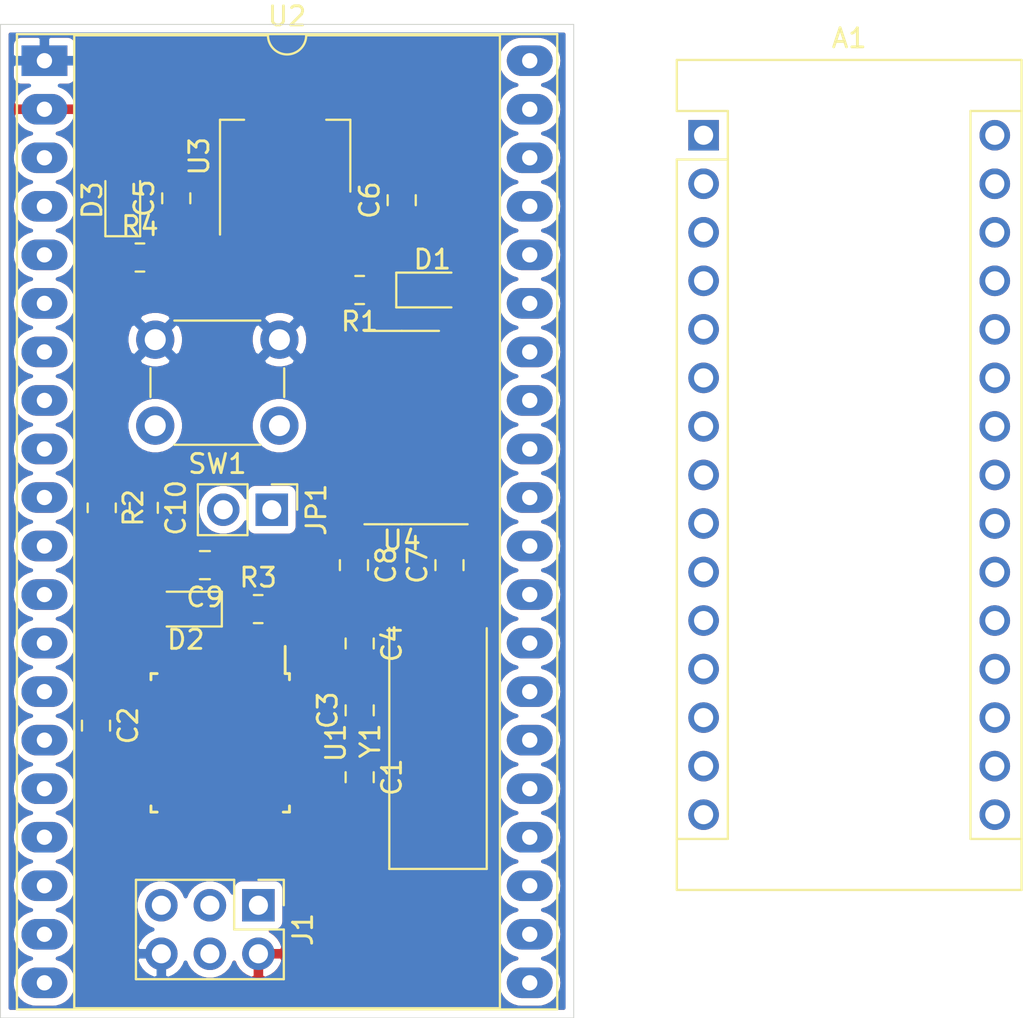
<source format=kicad_pcb>
(kicad_pcb (version 20171130) (host pcbnew 5.99.0+really5.1.12+dfsg1-1)

  (general
    (thickness 1.6)
    (drawings 4)
    (tracks 0)
    (zones 0)
    (modules 26)
    (nets 34)
  )

  (page A4)
  (layers
    (0 F.Cu signal)
    (31 B.Cu signal)
    (32 B.Adhes user)
    (33 F.Adhes user)
    (34 B.Paste user)
    (35 F.Paste user)
    (36 B.SilkS user)
    (37 F.SilkS user)
    (38 B.Mask user)
    (39 F.Mask user)
    (40 Dwgs.User user)
    (41 Cmts.User user)
    (42 Eco1.User user)
    (43 Eco2.User user)
    (44 Edge.Cuts user)
    (45 Margin user)
    (46 B.CrtYd user)
    (47 F.CrtYd user)
    (48 B.Fab user hide)
    (49 F.Fab user hide)
  )

  (setup
    (last_trace_width 0.25)
    (trace_clearance 0.2)
    (zone_clearance 0.508)
    (zone_45_only no)
    (trace_min 0.2)
    (via_size 0.8)
    (via_drill 0.4)
    (via_min_size 0.4)
    (via_min_drill 0.3)
    (uvia_size 0.3)
    (uvia_drill 0.1)
    (uvias_allowed no)
    (uvia_min_size 0.2)
    (uvia_min_drill 0.1)
    (edge_width 0.05)
    (segment_width 0.2)
    (pcb_text_width 0.3)
    (pcb_text_size 1.5 1.5)
    (mod_edge_width 0.12)
    (mod_text_size 1 1)
    (mod_text_width 0.15)
    (pad_size 1.524 1.524)
    (pad_drill 0.762)
    (pad_to_mask_clearance 0)
    (aux_axis_origin 0 0)
    (visible_elements FFFFFF7F)
    (pcbplotparams
      (layerselection 0x010fc_ffffffff)
      (usegerberextensions false)
      (usegerberattributes true)
      (usegerberadvancedattributes true)
      (creategerberjobfile true)
      (excludeedgelayer true)
      (linewidth 0.100000)
      (plotframeref false)
      (viasonmask false)
      (mode 1)
      (useauxorigin false)
      (hpglpennumber 1)
      (hpglpenspeed 20)
      (hpglpendiameter 15.000000)
      (psnegative false)
      (psa4output false)
      (plotreference true)
      (plotvalue true)
      (plotinvisibletext false)
      (padsonsilk false)
      (subtractmaskfromsilk false)
      (outputformat 1)
      (mirror false)
      (drillshape 1)
      (scaleselection 1)
      (outputdirectory ""))
  )

  (net 0 "")
  (net 1 GND)
  (net 2 +5V)
  (net 3 "Net-(C3-Pad2)")
  (net 4 +3V3)
  (net 5 /~RESET)
  (net 6 /SCK)
  (net 7 "Net-(C7-Pad2)")
  (net 8 "Net-(C9-Pad1)")
  (net 9 /Y_STEP)
  (net 10 /UART_RX)
  (net 11 /UART_TX)
  (net 12 /Y_HOME)
  (net 13 /X_HOME)
  (net 14 /STEPPER_ENABLE)
  (net 15 /EXHAUST_ENABLE)
  (net 16 /LASER_ON)
  (net 17 /LASER_PWM)
  (net 18 /X_DIR)
  (net 19 /X_STEP)
  (net 20 /Y_DIR)
  (net 21 /~UART_DTR)
  (net 22 /USB-)
  (net 23 /USB+)
  (net 24 "Net-(D1-Pad1)")
  (net 25 "Net-(D2-Pad1)")
  (net 26 "Net-(D3-Pad1)")
  (net 27 "Net-(C4-Pad1)")
  (net 28 /SERIAL_ACT)
  (net 29 /~UART_RTS)
  (net 30 /~UART_DCD)
  (net 31 /~UART_RI)
  (net 32 /~UART_DSR)
  (net 33 /~UART_CTS)

  (net_class Default "This is the default net class."
    (clearance 0.2)
    (trace_width 0.25)
    (via_dia 0.8)
    (via_drill 0.4)
    (uvia_dia 0.3)
    (uvia_drill 0.1)
    (add_net +3V3)
    (add_net +5V)
    (add_net /EXHAUST_ENABLE)
    (add_net /LASER_ENABLE_2)
    (add_net /LASER_ON)
    (add_net /LASER_PWM)
    (add_net /SCK)
    (add_net /SERIAL_ACT)
    (add_net /STEPPER_ENABLE)
    (add_net /UART_RX)
    (add_net /UART_TX)
    (add_net /USB+)
    (add_net /USB-)
    (add_net /X_DIR)
    (add_net /X_HOME)
    (add_net /X_STEP)
    (add_net /Y_DIR)
    (add_net /Y_HOME)
    (add_net /Y_STEP)
    (add_net /~RESET)
    (add_net /~UART_CTS)
    (add_net /~UART_DCD)
    (add_net /~UART_DSR)
    (add_net /~UART_DTR)
    (add_net /~UART_RI)
    (add_net /~UART_RTS)
    (add_net GND)
    (add_net "Net-(A1-Pad1)")
    (add_net "Net-(A1-Pad10)")
    (add_net "Net-(A1-Pad16)")
    (add_net "Net-(A1-Pad18)")
    (add_net "Net-(A1-Pad19)")
    (add_net "Net-(A1-Pad2)")
    (add_net "Net-(A1-Pad20)")
    (add_net "Net-(A1-Pad21)")
    (add_net "Net-(A1-Pad23)")
    (add_net "Net-(A1-Pad24)")
    (add_net "Net-(A1-Pad25)")
    (add_net "Net-(A1-Pad26)")
    (add_net "Net-(A1-Pad30)")
    (add_net "Net-(A1-Pad7)")
    (add_net "Net-(C3-Pad2)")
    (add_net "Net-(C4-Pad1)")
    (add_net "Net-(C7-Pad2)")
    (add_net "Net-(C9-Pad1)")
    (add_net "Net-(D1-Pad1)")
    (add_net "Net-(D2-Pad1)")
    (add_net "Net-(D3-Pad1)")
    (add_net "Net-(U1-Pad11)")
    (add_net "Net-(U1-Pad19)")
    (add_net "Net-(U1-Pad2)")
    (add_net "Net-(U1-Pad20)")
    (add_net "Net-(U1-Pad22)")
    (add_net "Net-(U1-Pad23)")
    (add_net "Net-(U1-Pad24)")
    (add_net "Net-(U1-Pad25)")
    (add_net "Net-(U1-Pad27)")
    (add_net "Net-(U1-Pad28)")
    (add_net "Net-(U2-Pad10)")
    (add_net "Net-(U2-Pad11)")
    (add_net "Net-(U2-Pad12)")
    (add_net "Net-(U2-Pad13)")
    (add_net "Net-(U2-Pad14)")
    (add_net "Net-(U2-Pad15)")
    (add_net "Net-(U2-Pad16)")
    (add_net "Net-(U2-Pad18)")
    (add_net "Net-(U2-Pad19)")
    (add_net "Net-(U2-Pad20)")
    (add_net "Net-(U2-Pad27)")
    (add_net "Net-(U2-Pad28)")
    (add_net "Net-(U2-Pad29)")
    (add_net "Net-(U2-Pad3)")
    (add_net "Net-(U2-Pad30)")
    (add_net "Net-(U2-Pad33)")
    (add_net "Net-(U2-Pad34)")
    (add_net "Net-(U2-Pad35)")
    (add_net "Net-(U2-Pad36)")
    (add_net "Net-(U2-Pad37)")
    (add_net "Net-(U2-Pad38)")
    (add_net "Net-(U2-Pad39)")
    (add_net "Net-(U2-Pad9)")
    (add_net "Net-(U4-Pad7)")
    (add_net "Net-(U4-Pad8)")
    (add_net "Net-(U5-Pad12)")
    (add_net "Net-(U5-Pad13)")
    (add_net "Net-(U5-Pad14)")
    (add_net "Net-(U5-Pad19)")
    (add_net "Net-(U5-Pad22)")
    (add_net "Net-(U5-Pad23)")
    (add_net "Net-(U5-Pad26)")
    (add_net "Net-(U5-Pad27)")
    (add_net "Net-(U5-Pad28)")
  )

  (module Module:Arduino_Nano (layer F.Cu) (tedit 58ACAF70) (tstamp 61A23A87)
    (at 146.8 45.8)
    (descr "Arduino Nano, http://www.mouser.com/pdfdocs/Gravitech_Arduino_Nano3_0.pdf")
    (tags "Arduino Nano")
    (path /61A22618)
    (fp_text reference A1 (at 7.62 -5.08) (layer F.SilkS)
      (effects (font (size 1 1) (thickness 0.15)))
    )
    (fp_text value Arduino_Nano_v3.x (at 8.89 19.05 90) (layer F.Fab)
      (effects (font (size 1 1) (thickness 0.15)))
    )
    (fp_text user %R (at 6.35 19.05 90) (layer F.Fab)
      (effects (font (size 1 1) (thickness 0.15)))
    )
    (fp_line (start 1.27 1.27) (end 1.27 -1.27) (layer F.SilkS) (width 0.12))
    (fp_line (start 1.27 -1.27) (end -1.4 -1.27) (layer F.SilkS) (width 0.12))
    (fp_line (start -1.4 1.27) (end -1.4 39.5) (layer F.SilkS) (width 0.12))
    (fp_line (start -1.4 -3.94) (end -1.4 -1.27) (layer F.SilkS) (width 0.12))
    (fp_line (start 13.97 -1.27) (end 16.64 -1.27) (layer F.SilkS) (width 0.12))
    (fp_line (start 13.97 -1.27) (end 13.97 36.83) (layer F.SilkS) (width 0.12))
    (fp_line (start 13.97 36.83) (end 16.64 36.83) (layer F.SilkS) (width 0.12))
    (fp_line (start 1.27 1.27) (end -1.4 1.27) (layer F.SilkS) (width 0.12))
    (fp_line (start 1.27 1.27) (end 1.27 36.83) (layer F.SilkS) (width 0.12))
    (fp_line (start 1.27 36.83) (end -1.4 36.83) (layer F.SilkS) (width 0.12))
    (fp_line (start 3.81 31.75) (end 11.43 31.75) (layer F.Fab) (width 0.1))
    (fp_line (start 11.43 31.75) (end 11.43 41.91) (layer F.Fab) (width 0.1))
    (fp_line (start 11.43 41.91) (end 3.81 41.91) (layer F.Fab) (width 0.1))
    (fp_line (start 3.81 41.91) (end 3.81 31.75) (layer F.Fab) (width 0.1))
    (fp_line (start -1.4 39.5) (end 16.64 39.5) (layer F.SilkS) (width 0.12))
    (fp_line (start 16.64 39.5) (end 16.64 -3.94) (layer F.SilkS) (width 0.12))
    (fp_line (start 16.64 -3.94) (end -1.4 -3.94) (layer F.SilkS) (width 0.12))
    (fp_line (start 16.51 39.37) (end -1.27 39.37) (layer F.Fab) (width 0.1))
    (fp_line (start -1.27 39.37) (end -1.27 -2.54) (layer F.Fab) (width 0.1))
    (fp_line (start -1.27 -2.54) (end 0 -3.81) (layer F.Fab) (width 0.1))
    (fp_line (start 0 -3.81) (end 16.51 -3.81) (layer F.Fab) (width 0.1))
    (fp_line (start 16.51 -3.81) (end 16.51 39.37) (layer F.Fab) (width 0.1))
    (fp_line (start -1.53 -4.06) (end 16.75 -4.06) (layer F.CrtYd) (width 0.05))
    (fp_line (start -1.53 -4.06) (end -1.53 42.16) (layer F.CrtYd) (width 0.05))
    (fp_line (start 16.75 42.16) (end 16.75 -4.06) (layer F.CrtYd) (width 0.05))
    (fp_line (start 16.75 42.16) (end -1.53 42.16) (layer F.CrtYd) (width 0.05))
    (pad 16 thru_hole oval (at 15.24 35.56) (size 1.6 1.6) (drill 1) (layers *.Cu *.Mask))
    (pad 15 thru_hole oval (at 0 35.56) (size 1.6 1.6) (drill 1) (layers *.Cu *.Mask)
      (net 16 /LASER_ON))
    (pad 30 thru_hole oval (at 15.24 0) (size 1.6 1.6) (drill 1) (layers *.Cu *.Mask))
    (pad 14 thru_hole oval (at 0 33.02) (size 1.6 1.6) (drill 1) (layers *.Cu *.Mask)
      (net 17 /LASER_PWM))
    (pad 29 thru_hole oval (at 15.24 2.54) (size 1.6 1.6) (drill 1) (layers *.Cu *.Mask)
      (net 1 GND))
    (pad 13 thru_hole oval (at 0 30.48) (size 1.6 1.6) (drill 1) (layers *.Cu *.Mask)
      (net 12 /Y_HOME))
    (pad 28 thru_hole oval (at 15.24 5.08) (size 1.6 1.6) (drill 1) (layers *.Cu *.Mask)
      (net 5 /~RESET))
    (pad 12 thru_hole oval (at 0 27.94) (size 1.6 1.6) (drill 1) (layers *.Cu *.Mask)
      (net 13 /X_HOME))
    (pad 27 thru_hole oval (at 15.24 7.62) (size 1.6 1.6) (drill 1) (layers *.Cu *.Mask)
      (net 2 +5V))
    (pad 11 thru_hole oval (at 0 25.4) (size 1.6 1.6) (drill 1) (layers *.Cu *.Mask)
      (net 14 /STEPPER_ENABLE))
    (pad 26 thru_hole oval (at 15.24 10.16) (size 1.6 1.6) (drill 1) (layers *.Cu *.Mask))
    (pad 10 thru_hole oval (at 0 22.86) (size 1.6 1.6) (drill 1) (layers *.Cu *.Mask))
    (pad 25 thru_hole oval (at 15.24 12.7) (size 1.6 1.6) (drill 1) (layers *.Cu *.Mask))
    (pad 9 thru_hole oval (at 0 20.32) (size 1.6 1.6) (drill 1) (layers *.Cu *.Mask)
      (net 20 /Y_DIR))
    (pad 24 thru_hole oval (at 15.24 15.24) (size 1.6 1.6) (drill 1) (layers *.Cu *.Mask))
    (pad 8 thru_hole oval (at 0 17.78) (size 1.6 1.6) (drill 1) (layers *.Cu *.Mask)
      (net 18 /X_DIR))
    (pad 23 thru_hole oval (at 15.24 17.78) (size 1.6 1.6) (drill 1) (layers *.Cu *.Mask))
    (pad 7 thru_hole oval (at 0 15.24) (size 1.6 1.6) (drill 1) (layers *.Cu *.Mask))
    (pad 22 thru_hole oval (at 15.24 20.32) (size 1.6 1.6) (drill 1) (layers *.Cu *.Mask)
      (net 15 /EXHAUST_ENABLE))
    (pad 6 thru_hole oval (at 0 12.7) (size 1.6 1.6) (drill 1) (layers *.Cu *.Mask)
      (net 9 /Y_STEP))
    (pad 21 thru_hole oval (at 15.24 22.86) (size 1.6 1.6) (drill 1) (layers *.Cu *.Mask))
    (pad 5 thru_hole oval (at 0 10.16) (size 1.6 1.6) (drill 1) (layers *.Cu *.Mask)
      (net 19 /X_STEP))
    (pad 20 thru_hole oval (at 15.24 25.4) (size 1.6 1.6) (drill 1) (layers *.Cu *.Mask))
    (pad 4 thru_hole oval (at 0 7.62) (size 1.6 1.6) (drill 1) (layers *.Cu *.Mask)
      (net 1 GND))
    (pad 19 thru_hole oval (at 15.24 27.94) (size 1.6 1.6) (drill 1) (layers *.Cu *.Mask))
    (pad 3 thru_hole oval (at 0 5.08) (size 1.6 1.6) (drill 1) (layers *.Cu *.Mask)
      (net 5 /~RESET))
    (pad 18 thru_hole oval (at 15.24 30.48) (size 1.6 1.6) (drill 1) (layers *.Cu *.Mask))
    (pad 2 thru_hole oval (at 0 2.54) (size 1.6 1.6) (drill 1) (layers *.Cu *.Mask))
    (pad 17 thru_hole oval (at 15.24 33.02) (size 1.6 1.6) (drill 1) (layers *.Cu *.Mask)
      (net 4 +3V3))
    (pad 1 thru_hole rect (at 0 0) (size 1.6 1.6) (drill 1) (layers *.Cu *.Mask))
    (model ${KISYS3DMOD}/Module.3dshapes/Arduino_Nano_WithMountingHoles.wrl
      (at (xyz 0 0 0))
      (scale (xyz 1 1 1))
      (rotate (xyz 0 0 0))
    )
  )

  (module LED_SMD:LED_0805_2012Metric_Castellated (layer F.Cu) (tedit 5F68FEF1) (tstamp 619AB5E4)
    (at 116.4 49.2 90)
    (descr "LED SMD 0805 (2012 Metric), castellated end terminal, IPC_7351 nominal, (Body size source: https://docs.google.com/spreadsheets/d/1BsfQQcO9C6DZCsRaXUlFlo91Tg2WpOkGARC1WS5S8t0/edit?usp=sharing), generated with kicad-footprint-generator")
    (tags "LED castellated")
    (path /619BE279)
    (attr smd)
    (fp_text reference D3 (at 0 -1.6 90) (layer F.SilkS)
      (effects (font (size 1 1) (thickness 0.15)))
    )
    (fp_text value GREEN (at 0 1.6 90) (layer F.Fab)
      (effects (font (size 1 1) (thickness 0.15)))
    )
    (fp_line (start 1 -0.6) (end -0.7 -0.6) (layer F.Fab) (width 0.1))
    (fp_line (start -0.7 -0.6) (end -1 -0.3) (layer F.Fab) (width 0.1))
    (fp_line (start -1 -0.3) (end -1 0.6) (layer F.Fab) (width 0.1))
    (fp_line (start -1 0.6) (end 1 0.6) (layer F.Fab) (width 0.1))
    (fp_line (start 1 0.6) (end 1 -0.6) (layer F.Fab) (width 0.1))
    (fp_line (start 1 -0.91) (end -1.885 -0.91) (layer F.SilkS) (width 0.12))
    (fp_line (start -1.885 -0.91) (end -1.885 0.91) (layer F.SilkS) (width 0.12))
    (fp_line (start -1.885 0.91) (end 1 0.91) (layer F.SilkS) (width 0.12))
    (fp_line (start -1.88 0.9) (end -1.88 -0.9) (layer F.CrtYd) (width 0.05))
    (fp_line (start -1.88 -0.9) (end 1.88 -0.9) (layer F.CrtYd) (width 0.05))
    (fp_line (start 1.88 -0.9) (end 1.88 0.9) (layer F.CrtYd) (width 0.05))
    (fp_line (start 1.88 0.9) (end -1.88 0.9) (layer F.CrtYd) (width 0.05))
    (fp_text user %R (at 0 0 90) (layer F.Fab)
      (effects (font (size 0.5 0.5) (thickness 0.08)))
    )
    (pad 2 smd roundrect (at 0.9625 0 90) (size 1.325 1.3) (layers F.Cu F.Paste F.Mask) (roundrect_rratio 0.192308)
      (net 2 +5V))
    (pad 1 smd roundrect (at -0.9625 0 90) (size 1.325 1.3) (layers F.Cu F.Paste F.Mask) (roundrect_rratio 0.192308)
      (net 26 "Net-(D3-Pad1)"))
    (model ${KISYS3DMOD}/LED_SMD.3dshapes/LED_0805_2012Metric_Castellated.wrl
      (at (xyz 0 0 0))
      (scale (xyz 1 1 1))
      (rotate (xyz 0 0 0))
    )
  )

  (module LED_SMD:LED_0805_2012Metric_Castellated (layer F.Cu) (tedit 5F68FEF1) (tstamp 619AB5D1)
    (at 119.7 70.6 180)
    (descr "LED SMD 0805 (2012 Metric), castellated end terminal, IPC_7351 nominal, (Body size source: https://docs.google.com/spreadsheets/d/1BsfQQcO9C6DZCsRaXUlFlo91Tg2WpOkGARC1WS5S8t0/edit?usp=sharing), generated with kicad-footprint-generator")
    (tags "LED castellated")
    (path /619C3222)
    (attr smd)
    (fp_text reference D2 (at 0 -1.6) (layer F.SilkS)
      (effects (font (size 1 1) (thickness 0.15)))
    )
    (fp_text value RED (at 0 1.6) (layer F.Fab)
      (effects (font (size 1 1) (thickness 0.15)))
    )
    (fp_line (start 1 -0.6) (end -0.7 -0.6) (layer F.Fab) (width 0.1))
    (fp_line (start -0.7 -0.6) (end -1 -0.3) (layer F.Fab) (width 0.1))
    (fp_line (start -1 -0.3) (end -1 0.6) (layer F.Fab) (width 0.1))
    (fp_line (start -1 0.6) (end 1 0.6) (layer F.Fab) (width 0.1))
    (fp_line (start 1 0.6) (end 1 -0.6) (layer F.Fab) (width 0.1))
    (fp_line (start 1 -0.91) (end -1.885 -0.91) (layer F.SilkS) (width 0.12))
    (fp_line (start -1.885 -0.91) (end -1.885 0.91) (layer F.SilkS) (width 0.12))
    (fp_line (start -1.885 0.91) (end 1 0.91) (layer F.SilkS) (width 0.12))
    (fp_line (start -1.88 0.9) (end -1.88 -0.9) (layer F.CrtYd) (width 0.05))
    (fp_line (start -1.88 -0.9) (end 1.88 -0.9) (layer F.CrtYd) (width 0.05))
    (fp_line (start 1.88 -0.9) (end 1.88 0.9) (layer F.CrtYd) (width 0.05))
    (fp_line (start 1.88 0.9) (end -1.88 0.9) (layer F.CrtYd) (width 0.05))
    (fp_text user %R (at 0 0) (layer F.Fab)
      (effects (font (size 0.5 0.5) (thickness 0.08)))
    )
    (pad 2 smd roundrect (at 0.9625 0 180) (size 1.325 1.3) (layers F.Cu F.Paste F.Mask) (roundrect_rratio 0.192308)
      (net 16 /LASER_ON))
    (pad 1 smd roundrect (at -0.9625 0 180) (size 1.325 1.3) (layers F.Cu F.Paste F.Mask) (roundrect_rratio 0.192308)
      (net 25 "Net-(D2-Pad1)"))
    (model ${KISYS3DMOD}/LED_SMD.3dshapes/LED_0805_2012Metric_Castellated.wrl
      (at (xyz 0 0 0))
      (scale (xyz 1 1 1))
      (rotate (xyz 0 0 0))
    )
  )

  (module LED_SMD:LED_0805_2012Metric_Castellated (layer F.Cu) (tedit 5F68FEF1) (tstamp 619AB5BE)
    (at 132.6 53.9)
    (descr "LED SMD 0805 (2012 Metric), castellated end terminal, IPC_7351 nominal, (Body size source: https://docs.google.com/spreadsheets/d/1BsfQQcO9C6DZCsRaXUlFlo91Tg2WpOkGARC1WS5S8t0/edit?usp=sharing), generated with kicad-footprint-generator")
    (tags "LED castellated")
    (path /619A80E8)
    (attr smd)
    (fp_text reference D1 (at 0 -1.6) (layer F.SilkS)
      (effects (font (size 1 1) (thickness 0.15)))
    )
    (fp_text value YELLOW (at 0 1.6) (layer F.Fab)
      (effects (font (size 1 1) (thickness 0.15)))
    )
    (fp_line (start 1 -0.6) (end -0.7 -0.6) (layer F.Fab) (width 0.1))
    (fp_line (start -0.7 -0.6) (end -1 -0.3) (layer F.Fab) (width 0.1))
    (fp_line (start -1 -0.3) (end -1 0.6) (layer F.Fab) (width 0.1))
    (fp_line (start -1 0.6) (end 1 0.6) (layer F.Fab) (width 0.1))
    (fp_line (start 1 0.6) (end 1 -0.6) (layer F.Fab) (width 0.1))
    (fp_line (start 1 -0.91) (end -1.885 -0.91) (layer F.SilkS) (width 0.12))
    (fp_line (start -1.885 -0.91) (end -1.885 0.91) (layer F.SilkS) (width 0.12))
    (fp_line (start -1.885 0.91) (end 1 0.91) (layer F.SilkS) (width 0.12))
    (fp_line (start -1.88 0.9) (end -1.88 -0.9) (layer F.CrtYd) (width 0.05))
    (fp_line (start -1.88 -0.9) (end 1.88 -0.9) (layer F.CrtYd) (width 0.05))
    (fp_line (start 1.88 -0.9) (end 1.88 0.9) (layer F.CrtYd) (width 0.05))
    (fp_line (start 1.88 0.9) (end -1.88 0.9) (layer F.CrtYd) (width 0.05))
    (fp_text user %R (at 0 0) (layer F.Fab)
      (effects (font (size 0.5 0.5) (thickness 0.08)))
    )
    (pad 2 smd roundrect (at 0.9625 0) (size 1.325 1.3) (layers F.Cu F.Paste F.Mask) (roundrect_rratio 0.192308)
      (net 28 /SERIAL_ACT))
    (pad 1 smd roundrect (at -0.9625 0) (size 1.325 1.3) (layers F.Cu F.Paste F.Mask) (roundrect_rratio 0.192308)
      (net 24 "Net-(D1-Pad1)"))
    (model ${KISYS3DMOD}/LED_SMD.3dshapes/LED_0805_2012Metric_Castellated.wrl
      (at (xyz 0 0 0))
      (scale (xyz 1 1 1))
      (rotate (xyz 0 0 0))
    )
  )

  (module Connector_PinHeader_2.54mm:PinHeader_2x03_P2.54mm_Vertical (layer F.Cu) (tedit 59FED5CC) (tstamp 61986717)
    (at 123.5 86.1 270)
    (descr "Through hole straight pin header, 2x03, 2.54mm pitch, double rows")
    (tags "Through hole pin header THT 2x03 2.54mm double row")
    (path /619866CD)
    (fp_text reference J1 (at 1.27 -2.33 90) (layer F.SilkS)
      (effects (font (size 1 1) (thickness 0.15)))
    )
    (fp_text value AVR-ISP-6 (at 1.27 7.41 90) (layer F.Fab)
      (effects (font (size 1 1) (thickness 0.15)))
    )
    (fp_line (start 0 -1.27) (end 3.81 -1.27) (layer F.Fab) (width 0.1))
    (fp_line (start 3.81 -1.27) (end 3.81 6.35) (layer F.Fab) (width 0.1))
    (fp_line (start 3.81 6.35) (end -1.27 6.35) (layer F.Fab) (width 0.1))
    (fp_line (start -1.27 6.35) (end -1.27 0) (layer F.Fab) (width 0.1))
    (fp_line (start -1.27 0) (end 0 -1.27) (layer F.Fab) (width 0.1))
    (fp_line (start -1.33 6.41) (end 3.87 6.41) (layer F.SilkS) (width 0.12))
    (fp_line (start -1.33 1.27) (end -1.33 6.41) (layer F.SilkS) (width 0.12))
    (fp_line (start 3.87 -1.33) (end 3.87 6.41) (layer F.SilkS) (width 0.12))
    (fp_line (start -1.33 1.27) (end 1.27 1.27) (layer F.SilkS) (width 0.12))
    (fp_line (start 1.27 1.27) (end 1.27 -1.33) (layer F.SilkS) (width 0.12))
    (fp_line (start 1.27 -1.33) (end 3.87 -1.33) (layer F.SilkS) (width 0.12))
    (fp_line (start -1.33 0) (end -1.33 -1.33) (layer F.SilkS) (width 0.12))
    (fp_line (start -1.33 -1.33) (end 0 -1.33) (layer F.SilkS) (width 0.12))
    (fp_line (start -1.8 -1.8) (end -1.8 6.85) (layer F.CrtYd) (width 0.05))
    (fp_line (start -1.8 6.85) (end 4.35 6.85) (layer F.CrtYd) (width 0.05))
    (fp_line (start 4.35 6.85) (end 4.35 -1.8) (layer F.CrtYd) (width 0.05))
    (fp_line (start 4.35 -1.8) (end -1.8 -1.8) (layer F.CrtYd) (width 0.05))
    (fp_text user %R (at 1.27 2.54) (layer F.Fab)
      (effects (font (size 1 1) (thickness 0.15)))
    )
    (pad 6 thru_hole oval (at 2.54 5.08 270) (size 1.7 1.7) (drill 1) (layers *.Cu *.Mask)
      (net 1 GND))
    (pad 5 thru_hole oval (at 0 5.08 270) (size 1.7 1.7) (drill 1) (layers *.Cu *.Mask)
      (net 5 /~RESET))
    (pad 4 thru_hole oval (at 2.54 2.54 270) (size 1.7 1.7) (drill 1) (layers *.Cu *.Mask)
      (net 17 /LASER_PWM))
    (pad 3 thru_hole oval (at 0 2.54 270) (size 1.7 1.7) (drill 1) (layers *.Cu *.Mask)
      (net 6 /SCK))
    (pad 2 thru_hole oval (at 2.54 0 270) (size 1.7 1.7) (drill 1) (layers *.Cu *.Mask)
      (net 2 +5V))
    (pad 1 thru_hole rect (at 0 0 270) (size 1.7 1.7) (drill 1) (layers *.Cu *.Mask)
      (net 16 /LASER_ON))
    (model ${KISYS3DMOD}/Connector_PinHeader_2.54mm.3dshapes/PinHeader_2x03_P2.54mm_Vertical.wrl
      (at (xyz 0 0 0))
      (scale (xyz 1 1 1))
      (rotate (xyz 0 0 0))
    )
  )

  (module Button_Switch_THT:SW_PUSH_6mm (layer F.Cu) (tedit 5A02FE31) (tstamp 619AB6E8)
    (at 124.6 61 180)
    (descr https://www.omron.com/ecb/products/pdf/en-b3f.pdf)
    (tags "tact sw push 6mm")
    (path /619B2C49)
    (fp_text reference SW1 (at 3.25 -2) (layer F.SilkS)
      (effects (font (size 1 1) (thickness 0.15)))
    )
    (fp_text value RESET (at 3.75 6.7) (layer F.Fab)
      (effects (font (size 1 1) (thickness 0.15)))
    )
    (fp_line (start 3.25 -0.75) (end 6.25 -0.75) (layer F.Fab) (width 0.1))
    (fp_line (start 6.25 -0.75) (end 6.25 5.25) (layer F.Fab) (width 0.1))
    (fp_line (start 6.25 5.25) (end 0.25 5.25) (layer F.Fab) (width 0.1))
    (fp_line (start 0.25 5.25) (end 0.25 -0.75) (layer F.Fab) (width 0.1))
    (fp_line (start 0.25 -0.75) (end 3.25 -0.75) (layer F.Fab) (width 0.1))
    (fp_line (start 7.75 6) (end 8 6) (layer F.CrtYd) (width 0.05))
    (fp_line (start 8 6) (end 8 5.75) (layer F.CrtYd) (width 0.05))
    (fp_line (start 7.75 -1.5) (end 8 -1.5) (layer F.CrtYd) (width 0.05))
    (fp_line (start 8 -1.5) (end 8 -1.25) (layer F.CrtYd) (width 0.05))
    (fp_line (start -1.5 -1.25) (end -1.5 -1.5) (layer F.CrtYd) (width 0.05))
    (fp_line (start -1.5 -1.5) (end -1.25 -1.5) (layer F.CrtYd) (width 0.05))
    (fp_line (start -1.5 5.75) (end -1.5 6) (layer F.CrtYd) (width 0.05))
    (fp_line (start -1.5 6) (end -1.25 6) (layer F.CrtYd) (width 0.05))
    (fp_line (start -1.25 -1.5) (end 7.75 -1.5) (layer F.CrtYd) (width 0.05))
    (fp_line (start -1.5 5.75) (end -1.5 -1.25) (layer F.CrtYd) (width 0.05))
    (fp_line (start 7.75 6) (end -1.25 6) (layer F.CrtYd) (width 0.05))
    (fp_line (start 8 -1.25) (end 8 5.75) (layer F.CrtYd) (width 0.05))
    (fp_line (start 1 5.5) (end 5.5 5.5) (layer F.SilkS) (width 0.12))
    (fp_line (start -0.25 1.5) (end -0.25 3) (layer F.SilkS) (width 0.12))
    (fp_line (start 5.5 -1) (end 1 -1) (layer F.SilkS) (width 0.12))
    (fp_line (start 6.75 3) (end 6.75 1.5) (layer F.SilkS) (width 0.12))
    (fp_circle (center 3.25 2.25) (end 1.25 2.5) (layer F.Fab) (width 0.1))
    (fp_text user %R (at 3.25 2.25) (layer F.Fab)
      (effects (font (size 1 1) (thickness 0.15)))
    )
    (pad 1 thru_hole circle (at 6.5 0 270) (size 2 2) (drill 1.1) (layers *.Cu *.Mask)
      (net 5 /~RESET))
    (pad 2 thru_hole circle (at 6.5 4.5 270) (size 2 2) (drill 1.1) (layers *.Cu *.Mask)
      (net 1 GND))
    (pad 1 thru_hole circle (at 0 0 270) (size 2 2) (drill 1.1) (layers *.Cu *.Mask)
      (net 5 /~RESET))
    (pad 2 thru_hole circle (at 0 4.5 270) (size 2 2) (drill 1.1) (layers *.Cu *.Mask)
      (net 1 GND))
    (model ${KISYS3DMOD}/Button_Switch_THT.3dshapes/SW_PUSH_6mm.wrl
      (at (xyz 0 0 0))
      (scale (xyz 1 1 1))
      (rotate (xyz 0 0 0))
    )
  )

  (module Resistor_SMD:R_0805_2012Metric (layer F.Cu) (tedit 5F68FEEE) (tstamp 619AB6CE)
    (at 117.3 52.2)
    (descr "Resistor SMD 0805 (2012 Metric), square (rectangular) end terminal, IPC_7351 nominal, (Body size source: IPC-SM-782 page 72, https://www.pcb-3d.com/wordpress/wp-content/uploads/ipc-sm-782a_amendment_1_and_2.pdf), generated with kicad-footprint-generator")
    (tags resistor)
    (path /619BE297)
    (attr smd)
    (fp_text reference R4 (at 0 -1.65) (layer F.SilkS)
      (effects (font (size 1 1) (thickness 0.15)))
    )
    (fp_text value 1k (at 0 1.65) (layer F.Fab)
      (effects (font (size 1 1) (thickness 0.15)))
    )
    (fp_line (start -1 0.625) (end -1 -0.625) (layer F.Fab) (width 0.1))
    (fp_line (start -1 -0.625) (end 1 -0.625) (layer F.Fab) (width 0.1))
    (fp_line (start 1 -0.625) (end 1 0.625) (layer F.Fab) (width 0.1))
    (fp_line (start 1 0.625) (end -1 0.625) (layer F.Fab) (width 0.1))
    (fp_line (start -0.227064 -0.735) (end 0.227064 -0.735) (layer F.SilkS) (width 0.12))
    (fp_line (start -0.227064 0.735) (end 0.227064 0.735) (layer F.SilkS) (width 0.12))
    (fp_line (start -1.68 0.95) (end -1.68 -0.95) (layer F.CrtYd) (width 0.05))
    (fp_line (start -1.68 -0.95) (end 1.68 -0.95) (layer F.CrtYd) (width 0.05))
    (fp_line (start 1.68 -0.95) (end 1.68 0.95) (layer F.CrtYd) (width 0.05))
    (fp_line (start 1.68 0.95) (end -1.68 0.95) (layer F.CrtYd) (width 0.05))
    (fp_text user %R (at 0 0) (layer F.Fab)
      (effects (font (size 0.5 0.5) (thickness 0.08)))
    )
    (pad 2 smd roundrect (at 0.9125 0) (size 1.025 1.4) (layers F.Cu F.Paste F.Mask) (roundrect_rratio 0.243902)
      (net 1 GND))
    (pad 1 smd roundrect (at -0.9125 0) (size 1.025 1.4) (layers F.Cu F.Paste F.Mask) (roundrect_rratio 0.243902)
      (net 26 "Net-(D3-Pad1)"))
    (model ${KISYS3DMOD}/Resistor_SMD.3dshapes/R_0805_2012Metric.wrl
      (at (xyz 0 0 0))
      (scale (xyz 1 1 1))
      (rotate (xyz 0 0 0))
    )
  )

  (module Resistor_SMD:R_0805_2012Metric (layer F.Cu) (tedit 5F68FEEE) (tstamp 619AB6BD)
    (at 123.4875 70.6)
    (descr "Resistor SMD 0805 (2012 Metric), square (rectangular) end terminal, IPC_7351 nominal, (Body size source: IPC-SM-782 page 72, https://www.pcb-3d.com/wordpress/wp-content/uploads/ipc-sm-782a_amendment_1_and_2.pdf), generated with kicad-footprint-generator")
    (tags resistor)
    (path /619C3240)
    (attr smd)
    (fp_text reference R3 (at 0 -1.65) (layer F.SilkS)
      (effects (font (size 1 1) (thickness 0.15)))
    )
    (fp_text value 1k (at 0 1.65) (layer F.Fab)
      (effects (font (size 1 1) (thickness 0.15)))
    )
    (fp_line (start -1 0.625) (end -1 -0.625) (layer F.Fab) (width 0.1))
    (fp_line (start -1 -0.625) (end 1 -0.625) (layer F.Fab) (width 0.1))
    (fp_line (start 1 -0.625) (end 1 0.625) (layer F.Fab) (width 0.1))
    (fp_line (start 1 0.625) (end -1 0.625) (layer F.Fab) (width 0.1))
    (fp_line (start -0.227064 -0.735) (end 0.227064 -0.735) (layer F.SilkS) (width 0.12))
    (fp_line (start -0.227064 0.735) (end 0.227064 0.735) (layer F.SilkS) (width 0.12))
    (fp_line (start -1.68 0.95) (end -1.68 -0.95) (layer F.CrtYd) (width 0.05))
    (fp_line (start -1.68 -0.95) (end 1.68 -0.95) (layer F.CrtYd) (width 0.05))
    (fp_line (start 1.68 -0.95) (end 1.68 0.95) (layer F.CrtYd) (width 0.05))
    (fp_line (start 1.68 0.95) (end -1.68 0.95) (layer F.CrtYd) (width 0.05))
    (fp_text user %R (at 0 0) (layer F.Fab)
      (effects (font (size 0.5 0.5) (thickness 0.08)))
    )
    (pad 2 smd roundrect (at 0.9125 0) (size 1.025 1.4) (layers F.Cu F.Paste F.Mask) (roundrect_rratio 0.243902)
      (net 1 GND))
    (pad 1 smd roundrect (at -0.9125 0) (size 1.025 1.4) (layers F.Cu F.Paste F.Mask) (roundrect_rratio 0.243902)
      (net 25 "Net-(D2-Pad1)"))
    (model ${KISYS3DMOD}/Resistor_SMD.3dshapes/R_0805_2012Metric.wrl
      (at (xyz 0 0 0))
      (scale (xyz 1 1 1))
      (rotate (xyz 0 0 0))
    )
  )

  (module Resistor_SMD:R_0805_2012Metric (layer F.Cu) (tedit 5F68FEEE) (tstamp 619AB6AC)
    (at 115.3 65.3 270)
    (descr "Resistor SMD 0805 (2012 Metric), square (rectangular) end terminal, IPC_7351 nominal, (Body size source: IPC-SM-782 page 72, https://www.pcb-3d.com/wordpress/wp-content/uploads/ipc-sm-782a_amendment_1_and_2.pdf), generated with kicad-footprint-generator")
    (tags resistor)
    (path /619B1DB9)
    (attr smd)
    (fp_text reference R2 (at 0 -1.65 90) (layer F.SilkS)
      (effects (font (size 1 1) (thickness 0.15)))
    )
    (fp_text value 10k (at 0 1.65 90) (layer F.Fab)
      (effects (font (size 1 1) (thickness 0.15)))
    )
    (fp_line (start -1 0.625) (end -1 -0.625) (layer F.Fab) (width 0.1))
    (fp_line (start -1 -0.625) (end 1 -0.625) (layer F.Fab) (width 0.1))
    (fp_line (start 1 -0.625) (end 1 0.625) (layer F.Fab) (width 0.1))
    (fp_line (start 1 0.625) (end -1 0.625) (layer F.Fab) (width 0.1))
    (fp_line (start -0.227064 -0.735) (end 0.227064 -0.735) (layer F.SilkS) (width 0.12))
    (fp_line (start -0.227064 0.735) (end 0.227064 0.735) (layer F.SilkS) (width 0.12))
    (fp_line (start -1.68 0.95) (end -1.68 -0.95) (layer F.CrtYd) (width 0.05))
    (fp_line (start -1.68 -0.95) (end 1.68 -0.95) (layer F.CrtYd) (width 0.05))
    (fp_line (start 1.68 -0.95) (end 1.68 0.95) (layer F.CrtYd) (width 0.05))
    (fp_line (start 1.68 0.95) (end -1.68 0.95) (layer F.CrtYd) (width 0.05))
    (fp_text user %R (at 0 0 90) (layer F.Fab)
      (effects (font (size 0.5 0.5) (thickness 0.08)))
    )
    (pad 2 smd roundrect (at 0.9125 0 270) (size 1.025 1.4) (layers F.Cu F.Paste F.Mask) (roundrect_rratio 0.243902)
      (net 2 +5V))
    (pad 1 smd roundrect (at -0.9125 0 270) (size 1.025 1.4) (layers F.Cu F.Paste F.Mask) (roundrect_rratio 0.243902)
      (net 5 /~RESET))
    (model ${KISYS3DMOD}/Resistor_SMD.3dshapes/R_0805_2012Metric.wrl
      (at (xyz 0 0 0))
      (scale (xyz 1 1 1))
      (rotate (xyz 0 0 0))
    )
  )

  (module Resistor_SMD:R_0805_2012Metric (layer F.Cu) (tedit 5F68FEEE) (tstamp 619AB69B)
    (at 128.8 53.9 180)
    (descr "Resistor SMD 0805 (2012 Metric), square (rectangular) end terminal, IPC_7351 nominal, (Body size source: IPC-SM-782 page 72, https://www.pcb-3d.com/wordpress/wp-content/uploads/ipc-sm-782a_amendment_1_and_2.pdf), generated with kicad-footprint-generator")
    (tags resistor)
    (path /619A8894)
    (attr smd)
    (fp_text reference R1 (at 0 -1.65) (layer F.SilkS)
      (effects (font (size 1 1) (thickness 0.15)))
    )
    (fp_text value 1k (at 0 1.65) (layer F.Fab)
      (effects (font (size 1 1) (thickness 0.15)))
    )
    (fp_line (start -1 0.625) (end -1 -0.625) (layer F.Fab) (width 0.1))
    (fp_line (start -1 -0.625) (end 1 -0.625) (layer F.Fab) (width 0.1))
    (fp_line (start 1 -0.625) (end 1 0.625) (layer F.Fab) (width 0.1))
    (fp_line (start 1 0.625) (end -1 0.625) (layer F.Fab) (width 0.1))
    (fp_line (start -0.227064 -0.735) (end 0.227064 -0.735) (layer F.SilkS) (width 0.12))
    (fp_line (start -0.227064 0.735) (end 0.227064 0.735) (layer F.SilkS) (width 0.12))
    (fp_line (start -1.68 0.95) (end -1.68 -0.95) (layer F.CrtYd) (width 0.05))
    (fp_line (start -1.68 -0.95) (end 1.68 -0.95) (layer F.CrtYd) (width 0.05))
    (fp_line (start 1.68 -0.95) (end 1.68 0.95) (layer F.CrtYd) (width 0.05))
    (fp_line (start 1.68 0.95) (end -1.68 0.95) (layer F.CrtYd) (width 0.05))
    (fp_text user %R (at 0 0) (layer F.Fab)
      (effects (font (size 0.5 0.5) (thickness 0.08)))
    )
    (pad 2 smd roundrect (at 0.9125 0 180) (size 1.025 1.4) (layers F.Cu F.Paste F.Mask) (roundrect_rratio 0.243902)
      (net 1 GND))
    (pad 1 smd roundrect (at -0.9125 0 180) (size 1.025 1.4) (layers F.Cu F.Paste F.Mask) (roundrect_rratio 0.243902)
      (net 24 "Net-(D1-Pad1)"))
    (model ${KISYS3DMOD}/Resistor_SMD.3dshapes/R_0805_2012Metric.wrl
      (at (xyz 0 0 0))
      (scale (xyz 1 1 1))
      (rotate (xyz 0 0 0))
    )
  )

  (module Connector_PinHeader_2.54mm:PinHeader_1x02_P2.54mm_Vertical (layer F.Cu) (tedit 59FED5CC) (tstamp 619AB68A)
    (at 124.2 65.4 270)
    (descr "Through hole straight pin header, 1x02, 2.54mm pitch, single row")
    (tags "Through hole pin header THT 1x02 2.54mm single row")
    (path /619B3A4C)
    (fp_text reference JP1 (at 0 -2.33 90) (layer F.SilkS)
      (effects (font (size 1 1) (thickness 0.15)))
    )
    (fp_text value UART_PRG (at 0 4.87 90) (layer F.Fab)
      (effects (font (size 1 1) (thickness 0.15)))
    )
    (fp_line (start -0.635 -1.27) (end 1.27 -1.27) (layer F.Fab) (width 0.1))
    (fp_line (start 1.27 -1.27) (end 1.27 3.81) (layer F.Fab) (width 0.1))
    (fp_line (start 1.27 3.81) (end -1.27 3.81) (layer F.Fab) (width 0.1))
    (fp_line (start -1.27 3.81) (end -1.27 -0.635) (layer F.Fab) (width 0.1))
    (fp_line (start -1.27 -0.635) (end -0.635 -1.27) (layer F.Fab) (width 0.1))
    (fp_line (start -1.33 3.87) (end 1.33 3.87) (layer F.SilkS) (width 0.12))
    (fp_line (start -1.33 1.27) (end -1.33 3.87) (layer F.SilkS) (width 0.12))
    (fp_line (start 1.33 1.27) (end 1.33 3.87) (layer F.SilkS) (width 0.12))
    (fp_line (start -1.33 1.27) (end 1.33 1.27) (layer F.SilkS) (width 0.12))
    (fp_line (start -1.33 0) (end -1.33 -1.33) (layer F.SilkS) (width 0.12))
    (fp_line (start -1.33 -1.33) (end 0 -1.33) (layer F.SilkS) (width 0.12))
    (fp_line (start -1.8 -1.8) (end -1.8 4.35) (layer F.CrtYd) (width 0.05))
    (fp_line (start -1.8 4.35) (end 1.8 4.35) (layer F.CrtYd) (width 0.05))
    (fp_line (start 1.8 4.35) (end 1.8 -1.8) (layer F.CrtYd) (width 0.05))
    (fp_line (start 1.8 -1.8) (end -1.8 -1.8) (layer F.CrtYd) (width 0.05))
    (fp_text user %R (at 0 1.27) (layer F.Fab)
      (effects (font (size 1 1) (thickness 0.15)))
    )
    (pad 2 thru_hole oval (at 0 2.54 270) (size 1.7 1.7) (drill 1) (layers *.Cu *.Mask)
      (net 8 "Net-(C9-Pad1)"))
    (pad 1 thru_hole rect (at 0 0 270) (size 1.7 1.7) (drill 1) (layers *.Cu *.Mask)
      (net 21 /~UART_DTR))
    (model ${KISYS3DMOD}/Connector_PinHeader_2.54mm.3dshapes/PinHeader_1x02_P2.54mm_Vertical.wrl
      (at (xyz 0 0 0))
      (scale (xyz 1 1 1))
      (rotate (xyz 0 0 0))
    )
  )

  (module Package_SO:SOIC-16_3.9x9.9mm_P1.27mm (layer F.Cu) (tedit 5D9F72B1) (tstamp 619AE194)
    (at 131 61.1 180)
    (descr "SOIC, 16 Pin (JEDEC MS-012AC, https://www.analog.com/media/en/package-pcb-resources/package/pkg_pdf/soic_narrow-r/r_16.pdf), generated with kicad-footprint-generator ipc_gullwing_generator.py")
    (tags "SOIC SO")
    (path /619A5B41)
    (attr smd)
    (fp_text reference U4 (at 0 -5.9) (layer F.SilkS)
      (effects (font (size 1 1) (thickness 0.15)))
    )
    (fp_text value CH340G/C/B (at 0 5.9) (layer F.Fab)
      (effects (font (size 1 1) (thickness 0.15)))
    )
    (fp_line (start 0 5.06) (end 1.95 5.06) (layer F.SilkS) (width 0.12))
    (fp_line (start 0 5.06) (end -1.95 5.06) (layer F.SilkS) (width 0.12))
    (fp_line (start 0 -5.06) (end 1.95 -5.06) (layer F.SilkS) (width 0.12))
    (fp_line (start 0 -5.06) (end -3.45 -5.06) (layer F.SilkS) (width 0.12))
    (fp_line (start -0.975 -4.95) (end 1.95 -4.95) (layer F.Fab) (width 0.1))
    (fp_line (start 1.95 -4.95) (end 1.95 4.95) (layer F.Fab) (width 0.1))
    (fp_line (start 1.95 4.95) (end -1.95 4.95) (layer F.Fab) (width 0.1))
    (fp_line (start -1.95 4.95) (end -1.95 -3.975) (layer F.Fab) (width 0.1))
    (fp_line (start -1.95 -3.975) (end -0.975 -4.95) (layer F.Fab) (width 0.1))
    (fp_line (start -3.7 -5.2) (end -3.7 5.2) (layer F.CrtYd) (width 0.05))
    (fp_line (start -3.7 5.2) (end 3.7 5.2) (layer F.CrtYd) (width 0.05))
    (fp_line (start 3.7 5.2) (end 3.7 -5.2) (layer F.CrtYd) (width 0.05))
    (fp_line (start 3.7 -5.2) (end -3.7 -5.2) (layer F.CrtYd) (width 0.05))
    (fp_text user %R (at 0 0) (layer F.Fab)
      (effects (font (size 0.98 0.98) (thickness 0.15)))
    )
    (pad 16 smd roundrect (at 2.475 -4.445 180) (size 1.95 0.6) (layers F.Cu F.Paste F.Mask) (roundrect_rratio 0.25)
      (net 2 +5V))
    (pad 15 smd roundrect (at 2.475 -3.175 180) (size 1.95 0.6) (layers F.Cu F.Paste F.Mask) (roundrect_rratio 0.25)
      (net 28 /SERIAL_ACT))
    (pad 14 smd roundrect (at 2.475 -1.905 180) (size 1.95 0.6) (layers F.Cu F.Paste F.Mask) (roundrect_rratio 0.25)
      (net 29 /~UART_RTS))
    (pad 13 smd roundrect (at 2.475 -0.635 180) (size 1.95 0.6) (layers F.Cu F.Paste F.Mask) (roundrect_rratio 0.25)
      (net 21 /~UART_DTR))
    (pad 12 smd roundrect (at 2.475 0.635 180) (size 1.95 0.6) (layers F.Cu F.Paste F.Mask) (roundrect_rratio 0.25)
      (net 30 /~UART_DCD))
    (pad 11 smd roundrect (at 2.475 1.905 180) (size 1.95 0.6) (layers F.Cu F.Paste F.Mask) (roundrect_rratio 0.25)
      (net 31 /~UART_RI))
    (pad 10 smd roundrect (at 2.475 3.175 180) (size 1.95 0.6) (layers F.Cu F.Paste F.Mask) (roundrect_rratio 0.25)
      (net 32 /~UART_DSR))
    (pad 9 smd roundrect (at 2.475 4.445 180) (size 1.95 0.6) (layers F.Cu F.Paste F.Mask) (roundrect_rratio 0.25)
      (net 33 /~UART_CTS))
    (pad 8 smd roundrect (at -2.475 4.445 180) (size 1.95 0.6) (layers F.Cu F.Paste F.Mask) (roundrect_rratio 0.25))
    (pad 7 smd roundrect (at -2.475 3.175 180) (size 1.95 0.6) (layers F.Cu F.Paste F.Mask) (roundrect_rratio 0.25))
    (pad 6 smd roundrect (at -2.475 1.905 180) (size 1.95 0.6) (layers F.Cu F.Paste F.Mask) (roundrect_rratio 0.25)
      (net 22 /USB-))
    (pad 5 smd roundrect (at -2.475 0.635 180) (size 1.95 0.6) (layers F.Cu F.Paste F.Mask) (roundrect_rratio 0.25)
      (net 23 /USB+))
    (pad 4 smd roundrect (at -2.475 -0.635 180) (size 1.95 0.6) (layers F.Cu F.Paste F.Mask) (roundrect_rratio 0.25)
      (net 7 "Net-(C7-Pad2)"))
    (pad 3 smd roundrect (at -2.475 -1.905 180) (size 1.95 0.6) (layers F.Cu F.Paste F.Mask) (roundrect_rratio 0.25)
      (net 10 /UART_RX))
    (pad 2 smd roundrect (at -2.475 -3.175 180) (size 1.95 0.6) (layers F.Cu F.Paste F.Mask) (roundrect_rratio 0.25)
      (net 11 /UART_TX))
    (pad 1 smd roundrect (at -2.475 -4.445 180) (size 1.95 0.6) (layers F.Cu F.Paste F.Mask) (roundrect_rratio 0.25)
      (net 1 GND))
    (model ${KISYS3DMOD}/Package_SO.3dshapes/SOIC-16_3.9x9.9mm_P1.27mm.wrl
      (at (xyz 0 0 0))
      (scale (xyz 1 1 1))
      (rotate (xyz 0 0 0))
    )
  )

  (module Capacitor_SMD:C_0805_2012Metric (layer F.Cu) (tedit 5F68FEEE) (tstamp 619A5690)
    (at 117.5 65.3 270)
    (descr "Capacitor SMD 0805 (2012 Metric), square (rectangular) end terminal, IPC_7351 nominal, (Body size source: IPC-SM-782 page 76, https://www.pcb-3d.com/wordpress/wp-content/uploads/ipc-sm-782a_amendment_1_and_2.pdf, https://docs.google.com/spreadsheets/d/1BsfQQcO9C6DZCsRaXUlFlo91Tg2WpOkGARC1WS5S8t0/edit?usp=sharing), generated with kicad-footprint-generator")
    (tags capacitor)
    (path /619B6B09)
    (attr smd)
    (fp_text reference C10 (at 0 -1.68 90) (layer F.SilkS)
      (effects (font (size 1 1) (thickness 0.15)))
    )
    (fp_text value 10n (at 0 1.68 90) (layer F.Fab)
      (effects (font (size 1 1) (thickness 0.15)))
    )
    (fp_line (start -1 0.625) (end -1 -0.625) (layer F.Fab) (width 0.1))
    (fp_line (start -1 -0.625) (end 1 -0.625) (layer F.Fab) (width 0.1))
    (fp_line (start 1 -0.625) (end 1 0.625) (layer F.Fab) (width 0.1))
    (fp_line (start 1 0.625) (end -1 0.625) (layer F.Fab) (width 0.1))
    (fp_line (start -0.261252 -0.735) (end 0.261252 -0.735) (layer F.SilkS) (width 0.12))
    (fp_line (start -0.261252 0.735) (end 0.261252 0.735) (layer F.SilkS) (width 0.12))
    (fp_line (start -1.7 0.98) (end -1.7 -0.98) (layer F.CrtYd) (width 0.05))
    (fp_line (start -1.7 -0.98) (end 1.7 -0.98) (layer F.CrtYd) (width 0.05))
    (fp_line (start 1.7 -0.98) (end 1.7 0.98) (layer F.CrtYd) (width 0.05))
    (fp_line (start 1.7 0.98) (end -1.7 0.98) (layer F.CrtYd) (width 0.05))
    (fp_text user %R (at 0 0 90) (layer F.Fab)
      (effects (font (size 0.5 0.5) (thickness 0.08)))
    )
    (pad 2 smd roundrect (at 0.95 0 270) (size 1 1.45) (layers F.Cu F.Paste F.Mask) (roundrect_rratio 0.25)
      (net 1 GND))
    (pad 1 smd roundrect (at -0.95 0 270) (size 1 1.45) (layers F.Cu F.Paste F.Mask) (roundrect_rratio 0.25)
      (net 5 /~RESET))
    (model ${KISYS3DMOD}/Capacitor_SMD.3dshapes/C_0805_2012Metric.wrl
      (at (xyz 0 0 0))
      (scale (xyz 1 1 1))
      (rotate (xyz 0 0 0))
    )
  )

  (module Capacitor_SMD:C_0805_2012Metric (layer F.Cu) (tedit 5F68FEEE) (tstamp 619A567F)
    (at 120.7 68.3 180)
    (descr "Capacitor SMD 0805 (2012 Metric), square (rectangular) end terminal, IPC_7351 nominal, (Body size source: IPC-SM-782 page 76, https://www.pcb-3d.com/wordpress/wp-content/uploads/ipc-sm-782a_amendment_1_and_2.pdf, https://docs.google.com/spreadsheets/d/1BsfQQcO9C6DZCsRaXUlFlo91Tg2WpOkGARC1WS5S8t0/edit?usp=sharing), generated with kicad-footprint-generator")
    (tags capacitor)
    (path /619B219E)
    (attr smd)
    (fp_text reference C9 (at 0 -1.68) (layer F.SilkS)
      (effects (font (size 1 1) (thickness 0.15)))
    )
    (fp_text value 100n (at 0 1.68) (layer F.Fab)
      (effects (font (size 1 1) (thickness 0.15)))
    )
    (fp_line (start -1 0.625) (end -1 -0.625) (layer F.Fab) (width 0.1))
    (fp_line (start -1 -0.625) (end 1 -0.625) (layer F.Fab) (width 0.1))
    (fp_line (start 1 -0.625) (end 1 0.625) (layer F.Fab) (width 0.1))
    (fp_line (start 1 0.625) (end -1 0.625) (layer F.Fab) (width 0.1))
    (fp_line (start -0.261252 -0.735) (end 0.261252 -0.735) (layer F.SilkS) (width 0.12))
    (fp_line (start -0.261252 0.735) (end 0.261252 0.735) (layer F.SilkS) (width 0.12))
    (fp_line (start -1.7 0.98) (end -1.7 -0.98) (layer F.CrtYd) (width 0.05))
    (fp_line (start -1.7 -0.98) (end 1.7 -0.98) (layer F.CrtYd) (width 0.05))
    (fp_line (start 1.7 -0.98) (end 1.7 0.98) (layer F.CrtYd) (width 0.05))
    (fp_line (start 1.7 0.98) (end -1.7 0.98) (layer F.CrtYd) (width 0.05))
    (fp_text user %R (at 0 0) (layer F.Fab)
      (effects (font (size 0.5 0.5) (thickness 0.08)))
    )
    (pad 2 smd roundrect (at 0.95 0 180) (size 1 1.45) (layers F.Cu F.Paste F.Mask) (roundrect_rratio 0.25)
      (net 5 /~RESET))
    (pad 1 smd roundrect (at -0.95 0 180) (size 1 1.45) (layers F.Cu F.Paste F.Mask) (roundrect_rratio 0.25)
      (net 8 "Net-(C9-Pad1)"))
    (model ${KISYS3DMOD}/Capacitor_SMD.3dshapes/C_0805_2012Metric.wrl
      (at (xyz 0 0 0))
      (scale (xyz 1 1 1))
      (rotate (xyz 0 0 0))
    )
  )

  (module Capacitor_SMD:C_0805_2012Metric (layer F.Cu) (tedit 5F68FEEE) (tstamp 619A566E)
    (at 128.5 68.3 270)
    (descr "Capacitor SMD 0805 (2012 Metric), square (rectangular) end terminal, IPC_7351 nominal, (Body size source: IPC-SM-782 page 76, https://www.pcb-3d.com/wordpress/wp-content/uploads/ipc-sm-782a_amendment_1_and_2.pdf, https://docs.google.com/spreadsheets/d/1BsfQQcO9C6DZCsRaXUlFlo91Tg2WpOkGARC1WS5S8t0/edit?usp=sharing), generated with kicad-footprint-generator")
    (tags capacitor)
    (path /619AB127)
    (attr smd)
    (fp_text reference C8 (at 0 -1.68 90) (layer F.SilkS)
      (effects (font (size 1 1) (thickness 0.15)))
    )
    (fp_text value 100n (at 0 1.68 90) (layer F.Fab)
      (effects (font (size 1 1) (thickness 0.15)))
    )
    (fp_line (start -1 0.625) (end -1 -0.625) (layer F.Fab) (width 0.1))
    (fp_line (start -1 -0.625) (end 1 -0.625) (layer F.Fab) (width 0.1))
    (fp_line (start 1 -0.625) (end 1 0.625) (layer F.Fab) (width 0.1))
    (fp_line (start 1 0.625) (end -1 0.625) (layer F.Fab) (width 0.1))
    (fp_line (start -0.261252 -0.735) (end 0.261252 -0.735) (layer F.SilkS) (width 0.12))
    (fp_line (start -0.261252 0.735) (end 0.261252 0.735) (layer F.SilkS) (width 0.12))
    (fp_line (start -1.7 0.98) (end -1.7 -0.98) (layer F.CrtYd) (width 0.05))
    (fp_line (start -1.7 -0.98) (end 1.7 -0.98) (layer F.CrtYd) (width 0.05))
    (fp_line (start 1.7 -0.98) (end 1.7 0.98) (layer F.CrtYd) (width 0.05))
    (fp_line (start 1.7 0.98) (end -1.7 0.98) (layer F.CrtYd) (width 0.05))
    (fp_text user %R (at 0 0 90) (layer F.Fab)
      (effects (font (size 0.5 0.5) (thickness 0.08)))
    )
    (pad 2 smd roundrect (at 0.95 0 270) (size 1 1.45) (layers F.Cu F.Paste F.Mask) (roundrect_rratio 0.25)
      (net 1 GND))
    (pad 1 smd roundrect (at -0.95 0 270) (size 1 1.45) (layers F.Cu F.Paste F.Mask) (roundrect_rratio 0.25)
      (net 2 +5V))
    (model ${KISYS3DMOD}/Capacitor_SMD.3dshapes/C_0805_2012Metric.wrl
      (at (xyz 0 0 0))
      (scale (xyz 1 1 1))
      (rotate (xyz 0 0 0))
    )
  )

  (module Capacitor_SMD:C_0805_2012Metric (layer F.Cu) (tedit 5F68FEEE) (tstamp 619A565D)
    (at 133.5 68.3 90)
    (descr "Capacitor SMD 0805 (2012 Metric), square (rectangular) end terminal, IPC_7351 nominal, (Body size source: IPC-SM-782 page 76, https://www.pcb-3d.com/wordpress/wp-content/uploads/ipc-sm-782a_amendment_1_and_2.pdf, https://docs.google.com/spreadsheets/d/1BsfQQcO9C6DZCsRaXUlFlo91Tg2WpOkGARC1WS5S8t0/edit?usp=sharing), generated with kicad-footprint-generator")
    (tags capacitor)
    (path /619AC83A)
    (attr smd)
    (fp_text reference C7 (at 0 -1.68 90) (layer F.SilkS)
      (effects (font (size 1 1) (thickness 0.15)))
    )
    (fp_text value 100n (at 0 1.68 90) (layer F.Fab)
      (effects (font (size 1 1) (thickness 0.15)))
    )
    (fp_line (start -1 0.625) (end -1 -0.625) (layer F.Fab) (width 0.1))
    (fp_line (start -1 -0.625) (end 1 -0.625) (layer F.Fab) (width 0.1))
    (fp_line (start 1 -0.625) (end 1 0.625) (layer F.Fab) (width 0.1))
    (fp_line (start 1 0.625) (end -1 0.625) (layer F.Fab) (width 0.1))
    (fp_line (start -0.261252 -0.735) (end 0.261252 -0.735) (layer F.SilkS) (width 0.12))
    (fp_line (start -0.261252 0.735) (end 0.261252 0.735) (layer F.SilkS) (width 0.12))
    (fp_line (start -1.7 0.98) (end -1.7 -0.98) (layer F.CrtYd) (width 0.05))
    (fp_line (start -1.7 -0.98) (end 1.7 -0.98) (layer F.CrtYd) (width 0.05))
    (fp_line (start 1.7 -0.98) (end 1.7 0.98) (layer F.CrtYd) (width 0.05))
    (fp_line (start 1.7 0.98) (end -1.7 0.98) (layer F.CrtYd) (width 0.05))
    (fp_text user %R (at 0 0 90) (layer F.Fab)
      (effects (font (size 0.5 0.5) (thickness 0.08)))
    )
    (pad 2 smd roundrect (at 0.95 0 90) (size 1 1.45) (layers F.Cu F.Paste F.Mask) (roundrect_rratio 0.25)
      (net 7 "Net-(C7-Pad2)"))
    (pad 1 smd roundrect (at -0.95 0 90) (size 1 1.45) (layers F.Cu F.Paste F.Mask) (roundrect_rratio 0.25)
      (net 1 GND))
    (model ${KISYS3DMOD}/Capacitor_SMD.3dshapes/C_0805_2012Metric.wrl
      (at (xyz 0 0 0))
      (scale (xyz 1 1 1))
      (rotate (xyz 0 0 0))
    )
  )

  (module Crystal:Crystal_SMD_HC49-SD (layer F.Cu) (tedit 5A1AD52C) (tstamp 619AEF26)
    (at 132.9 77.5 90)
    (descr "SMD Crystal HC-49-SD http://cdn-reichelt.de/documents/datenblatt/B400/xxx-HC49-SMD.pdf, 11.4x4.7mm^2 package")
    (tags "SMD SMT crystal")
    (path /6197B9BD)
    (attr smd)
    (fp_text reference Y1 (at 0 -3.55 90) (layer F.SilkS)
      (effects (font (size 1 1) (thickness 0.15)))
    )
    (fp_text value 16MHz (at 0 3.55 90) (layer F.Fab)
      (effects (font (size 1 1) (thickness 0.15)))
    )
    (fp_line (start 6.8 -2.6) (end -6.8 -2.6) (layer F.CrtYd) (width 0.05))
    (fp_line (start 6.8 2.6) (end 6.8 -2.6) (layer F.CrtYd) (width 0.05))
    (fp_line (start -6.8 2.6) (end 6.8 2.6) (layer F.CrtYd) (width 0.05))
    (fp_line (start -6.8 -2.6) (end -6.8 2.6) (layer F.CrtYd) (width 0.05))
    (fp_line (start -6.7 2.55) (end 5.9 2.55) (layer F.SilkS) (width 0.12))
    (fp_line (start -6.7 -2.55) (end -6.7 2.55) (layer F.SilkS) (width 0.12))
    (fp_line (start 5.9 -2.55) (end -6.7 -2.55) (layer F.SilkS) (width 0.12))
    (fp_line (start -3.015 2.115) (end 3.015 2.115) (layer F.Fab) (width 0.1))
    (fp_line (start -3.015 -2.115) (end 3.015 -2.115) (layer F.Fab) (width 0.1))
    (fp_line (start 5.7 -2.35) (end -5.7 -2.35) (layer F.Fab) (width 0.1))
    (fp_line (start 5.7 2.35) (end 5.7 -2.35) (layer F.Fab) (width 0.1))
    (fp_line (start -5.7 2.35) (end 5.7 2.35) (layer F.Fab) (width 0.1))
    (fp_line (start -5.7 -2.35) (end -5.7 2.35) (layer F.Fab) (width 0.1))
    (fp_arc (start 3.015 0) (end 3.015 -2.115) (angle 180) (layer F.Fab) (width 0.1))
    (fp_arc (start -3.015 0) (end -3.015 -2.115) (angle -180) (layer F.Fab) (width 0.1))
    (fp_text user %R (at 0 0 90) (layer F.Fab)
      (effects (font (size 1 1) (thickness 0.15)))
    )
    (pad 2 smd rect (at 4.25 0 90) (size 4.5 2) (layers F.Cu F.Paste F.Mask)
      (net 27 "Net-(C4-Pad1)"))
    (pad 1 smd rect (at -4.25 0 90) (size 4.5 2) (layers F.Cu F.Paste F.Mask)
      (net 3 "Net-(C3-Pad2)"))
    (model ${KISYS3DMOD}/Crystal.3dshapes/Crystal_SMD_HC49-SD.wrl
      (at (xyz 0 0 0))
      (scale (xyz 1 1 1))
      (rotate (xyz 0 0 0))
    )
  )

  (module Package_TO_SOT_SMD:SOT-223-3_TabPin2 (layer F.Cu) (tedit 5A02FF57) (tstamp 619867A8)
    (at 124.9 46.9 90)
    (descr "module CMS SOT223 4 pins")
    (tags "CMS SOT")
    (path /61978287)
    (attr smd)
    (fp_text reference U3 (at 0 -4.5 90) (layer F.SilkS)
      (effects (font (size 1 1) (thickness 0.15)))
    )
    (fp_text value LM2937IMP (at 0 4.5 90) (layer F.Fab)
      (effects (font (size 1 1) (thickness 0.15)))
    )
    (fp_line (start 1.85 -3.35) (end 1.85 3.35) (layer F.Fab) (width 0.1))
    (fp_line (start -1.85 3.35) (end 1.85 3.35) (layer F.Fab) (width 0.1))
    (fp_line (start -4.1 -3.41) (end 1.91 -3.41) (layer F.SilkS) (width 0.12))
    (fp_line (start -0.85 -3.35) (end 1.85 -3.35) (layer F.Fab) (width 0.1))
    (fp_line (start -1.85 3.41) (end 1.91 3.41) (layer F.SilkS) (width 0.12))
    (fp_line (start -1.85 -2.35) (end -1.85 3.35) (layer F.Fab) (width 0.1))
    (fp_line (start -1.85 -2.35) (end -0.85 -3.35) (layer F.Fab) (width 0.1))
    (fp_line (start -4.4 -3.6) (end -4.4 3.6) (layer F.CrtYd) (width 0.05))
    (fp_line (start -4.4 3.6) (end 4.4 3.6) (layer F.CrtYd) (width 0.05))
    (fp_line (start 4.4 3.6) (end 4.4 -3.6) (layer F.CrtYd) (width 0.05))
    (fp_line (start 4.4 -3.6) (end -4.4 -3.6) (layer F.CrtYd) (width 0.05))
    (fp_line (start 1.91 -3.41) (end 1.91 -2.15) (layer F.SilkS) (width 0.12))
    (fp_line (start 1.91 3.41) (end 1.91 2.15) (layer F.SilkS) (width 0.12))
    (fp_text user %R (at 0 0) (layer F.Fab)
      (effects (font (size 0.8 0.8) (thickness 0.12)))
    )
    (pad 1 smd rect (at -3.15 -2.3 90) (size 2 1.5) (layers F.Cu F.Paste F.Mask)
      (net 2 +5V))
    (pad 3 smd rect (at -3.15 2.3 90) (size 2 1.5) (layers F.Cu F.Paste F.Mask)
      (net 4 +3V3))
    (pad 2 smd rect (at -3.15 0 90) (size 2 1.5) (layers F.Cu F.Paste F.Mask)
      (net 1 GND))
    (pad 2 smd rect (at 3.15 0 90) (size 2 3.8) (layers F.Cu F.Paste F.Mask)
      (net 1 GND))
    (model ${KISYS3DMOD}/Package_TO_SOT_SMD.3dshapes/SOT-223.wrl
      (at (xyz 0 0 0))
      (scale (xyz 1 1 1))
      (rotate (xyz 0 0 0))
    )
  )

  (module Package_DIP:DIP-40_W25.4mm_Socket_LongPads locked (layer F.Cu) (tedit 5A02E8C5) (tstamp 61986792)
    (at 112.3 41.9)
    (descr "40-lead though-hole mounted DIP package, row spacing 25.4 mm (1000 mils), Socket, LongPads")
    (tags "THT DIP DIL PDIP 2.54mm 25.4mm 1000mil Socket LongPads")
    (path /6196FB00)
    (fp_text reference U2 (at 12.7 -2.33) (layer F.SilkS)
      (effects (font (size 1 1) (thickness 0.15)))
    )
    (fp_text value mbedLPC1768 (at 12.7 50.59) (layer F.Fab)
      (effects (font (size 1 1) (thickness 0.15)))
    )
    (fp_line (start 26.95 -1.6) (end -1.55 -1.6) (layer F.CrtYd) (width 0.05))
    (fp_line (start 26.95 49.85) (end 26.95 -1.6) (layer F.CrtYd) (width 0.05))
    (fp_line (start -1.55 49.85) (end 26.95 49.85) (layer F.CrtYd) (width 0.05))
    (fp_line (start -1.55 -1.6) (end -1.55 49.85) (layer F.CrtYd) (width 0.05))
    (fp_line (start 26.84 -1.39) (end -1.44 -1.39) (layer F.SilkS) (width 0.12))
    (fp_line (start 26.84 49.65) (end 26.84 -1.39) (layer F.SilkS) (width 0.12))
    (fp_line (start -1.44 49.65) (end 26.84 49.65) (layer F.SilkS) (width 0.12))
    (fp_line (start -1.44 -1.39) (end -1.44 49.65) (layer F.SilkS) (width 0.12))
    (fp_line (start 23.84 -1.33) (end 13.7 -1.33) (layer F.SilkS) (width 0.12))
    (fp_line (start 23.84 49.59) (end 23.84 -1.33) (layer F.SilkS) (width 0.12))
    (fp_line (start 1.56 49.59) (end 23.84 49.59) (layer F.SilkS) (width 0.12))
    (fp_line (start 1.56 -1.33) (end 1.56 49.59) (layer F.SilkS) (width 0.12))
    (fp_line (start 11.7 -1.33) (end 1.56 -1.33) (layer F.SilkS) (width 0.12))
    (fp_line (start 26.67 -1.33) (end -1.27 -1.33) (layer F.Fab) (width 0.1))
    (fp_line (start 26.67 49.59) (end 26.67 -1.33) (layer F.Fab) (width 0.1))
    (fp_line (start -1.27 49.59) (end 26.67 49.59) (layer F.Fab) (width 0.1))
    (fp_line (start -1.27 -1.33) (end -1.27 49.59) (layer F.Fab) (width 0.1))
    (fp_line (start 0.255 -0.27) (end 1.255 -1.27) (layer F.Fab) (width 0.1))
    (fp_line (start 0.255 49.53) (end 0.255 -0.27) (layer F.Fab) (width 0.1))
    (fp_line (start 25.145 49.53) (end 0.255 49.53) (layer F.Fab) (width 0.1))
    (fp_line (start 25.145 -1.27) (end 25.145 49.53) (layer F.Fab) (width 0.1))
    (fp_line (start 1.255 -1.27) (end 25.145 -1.27) (layer F.Fab) (width 0.1))
    (fp_text user %R (at 12.7 24.13) (layer F.Fab)
      (effects (font (size 1 1) (thickness 0.15)))
    )
    (fp_arc (start 12.7 -1.33) (end 11.7 -1.33) (angle -180) (layer F.SilkS) (width 0.12))
    (pad 40 thru_hole oval (at 25.4 0) (size 2.4 1.6) (drill 0.8) (layers *.Cu *.Mask)
      (net 4 +3V3))
    (pad 20 thru_hole oval (at 0 48.26) (size 2.4 1.6) (drill 0.8) (layers *.Cu *.Mask))
    (pad 39 thru_hole oval (at 25.4 2.54) (size 2.4 1.6) (drill 0.8) (layers *.Cu *.Mask))
    (pad 19 thru_hole oval (at 0 45.72) (size 2.4 1.6) (drill 0.8) (layers *.Cu *.Mask))
    (pad 38 thru_hole oval (at 25.4 5.08) (size 2.4 1.6) (drill 0.8) (layers *.Cu *.Mask))
    (pad 18 thru_hole oval (at 0 43.18) (size 2.4 1.6) (drill 0.8) (layers *.Cu *.Mask))
    (pad 37 thru_hole oval (at 25.4 7.62) (size 2.4 1.6) (drill 0.8) (layers *.Cu *.Mask))
    (pad 17 thru_hole oval (at 0 40.64) (size 2.4 1.6) (drill 0.8) (layers *.Cu *.Mask)
      (net 12 /Y_HOME))
    (pad 36 thru_hole oval (at 25.4 10.16) (size 2.4 1.6) (drill 0.8) (layers *.Cu *.Mask))
    (pad 16 thru_hole oval (at 0 38.1) (size 2.4 1.6) (drill 0.8) (layers *.Cu *.Mask))
    (pad 35 thru_hole oval (at 25.4 12.7) (size 2.4 1.6) (drill 0.8) (layers *.Cu *.Mask))
    (pad 15 thru_hole oval (at 0 35.56) (size 2.4 1.6) (drill 0.8) (layers *.Cu *.Mask))
    (pad 34 thru_hole oval (at 25.4 15.24) (size 2.4 1.6) (drill 0.8) (layers *.Cu *.Mask))
    (pad 14 thru_hole oval (at 0 33.02) (size 2.4 1.6) (drill 0.8) (layers *.Cu *.Mask))
    (pad 33 thru_hole oval (at 25.4 17.78) (size 2.4 1.6) (drill 0.8) (layers *.Cu *.Mask))
    (pad 13 thru_hole oval (at 0 30.48) (size 2.4 1.6) (drill 0.8) (layers *.Cu *.Mask))
    (pad 32 thru_hole oval (at 25.4 20.32) (size 2.4 1.6) (drill 0.8) (layers *.Cu *.Mask)
      (net 22 /USB-))
    (pad 12 thru_hole oval (at 0 27.94) (size 2.4 1.6) (drill 0.8) (layers *.Cu *.Mask))
    (pad 31 thru_hole oval (at 25.4 22.86) (size 2.4 1.6) (drill 0.8) (layers *.Cu *.Mask)
      (net 23 /USB+))
    (pad 11 thru_hole oval (at 0 25.4) (size 2.4 1.6) (drill 0.8) (layers *.Cu *.Mask))
    (pad 30 thru_hole oval (at 25.4 25.4) (size 2.4 1.6) (drill 0.8) (layers *.Cu *.Mask))
    (pad 10 thru_hole oval (at 0 22.86) (size 2.4 1.6) (drill 0.8) (layers *.Cu *.Mask))
    (pad 29 thru_hole oval (at 25.4 27.94) (size 2.4 1.6) (drill 0.8) (layers *.Cu *.Mask))
    (pad 9 thru_hole oval (at 0 20.32) (size 2.4 1.6) (drill 0.8) (layers *.Cu *.Mask))
    (pad 28 thru_hole oval (at 25.4 30.48) (size 2.4 1.6) (drill 0.8) (layers *.Cu *.Mask))
    (pad 8 thru_hole oval (at 0 17.78) (size 2.4 1.6) (drill 0.8) (layers *.Cu *.Mask)
      (net 13 /X_HOME))
    (pad 27 thru_hole oval (at 25.4 33.02) (size 2.4 1.6) (drill 0.8) (layers *.Cu *.Mask))
    (pad 7 thru_hole oval (at 0 15.24) (size 2.4 1.6) (drill 0.8) (layers *.Cu *.Mask)
      (net 14 /STEPPER_ENABLE))
    (pad 26 thru_hole oval (at 25.4 35.56) (size 2.4 1.6) (drill 0.8) (layers *.Cu *.Mask)
      (net 9 /Y_STEP))
    (pad 6 thru_hole oval (at 0 12.7) (size 2.4 1.6) (drill 0.8) (layers *.Cu *.Mask)
      (net 15 /EXHAUST_ENABLE))
    (pad 25 thru_hole oval (at 25.4 38.1) (size 2.4 1.6) (drill 0.8) (layers *.Cu *.Mask)
      (net 20 /Y_DIR))
    (pad 5 thru_hole oval (at 0 10.16) (size 2.4 1.6) (drill 0.8) (layers *.Cu *.Mask)
      (net 16 /LASER_ON))
    (pad 24 thru_hole oval (at 25.4 40.64) (size 2.4 1.6) (drill 0.8) (layers *.Cu *.Mask)
      (net 19 /X_STEP))
    (pad 4 thru_hole oval (at 0 7.62) (size 2.4 1.6) (drill 0.8) (layers *.Cu *.Mask)
      (net 5 /~RESET))
    (pad 23 thru_hole oval (at 25.4 43.18) (size 2.4 1.6) (drill 0.8) (layers *.Cu *.Mask)
      (net 18 /X_DIR))
    (pad 3 thru_hole oval (at 0 5.08) (size 2.4 1.6) (drill 0.8) (layers *.Cu *.Mask))
    (pad 22 thru_hole oval (at 25.4 45.72) (size 2.4 1.6) (drill 0.8) (layers *.Cu *.Mask)
      (net 17 /LASER_PWM))
    (pad 2 thru_hole oval (at 0 2.54) (size 2.4 1.6) (drill 0.8) (layers *.Cu *.Mask)
      (net 2 +5V))
    (pad 21 thru_hole oval (at 25.4 48.26) (size 2.4 1.6) (drill 0.8) (layers *.Cu *.Mask))
    (pad 1 thru_hole rect (at 0 0) (size 2.4 1.6) (drill 0.8) (layers *.Cu *.Mask)
      (net 1 GND))
  )

  (module Package_QFP:TQFP-32_7x7mm_P0.8mm (layer F.Cu) (tedit 5A02F146) (tstamp 6198674E)
    (at 121.5 77.6 270)
    (descr "32-Lead Plastic Thin Quad Flatpack (PT) - 7x7x1.0 mm Body, 2.00 mm [TQFP] (see Microchip Packaging Specification 00000049BS.pdf)")
    (tags "QFP 0.8")
    (path /6197A890)
    (attr smd)
    (fp_text reference U1 (at 0 -6.05 90) (layer F.SilkS)
      (effects (font (size 1 1) (thickness 0.15)))
    )
    (fp_text value ATmega328P-AU (at 0 6.05 90) (layer F.Fab)
      (effects (font (size 1 1) (thickness 0.15)))
    )
    (fp_line (start -3.625 -3.4) (end -5.05 -3.4) (layer F.SilkS) (width 0.15))
    (fp_line (start 3.625 -3.625) (end 3.3 -3.625) (layer F.SilkS) (width 0.15))
    (fp_line (start 3.625 3.625) (end 3.3 3.625) (layer F.SilkS) (width 0.15))
    (fp_line (start -3.625 3.625) (end -3.3 3.625) (layer F.SilkS) (width 0.15))
    (fp_line (start -3.625 -3.625) (end -3.3 -3.625) (layer F.SilkS) (width 0.15))
    (fp_line (start -3.625 3.625) (end -3.625 3.3) (layer F.SilkS) (width 0.15))
    (fp_line (start 3.625 3.625) (end 3.625 3.3) (layer F.SilkS) (width 0.15))
    (fp_line (start 3.625 -3.625) (end 3.625 -3.3) (layer F.SilkS) (width 0.15))
    (fp_line (start -3.625 -3.625) (end -3.625 -3.4) (layer F.SilkS) (width 0.15))
    (fp_line (start -5.3 5.3) (end 5.3 5.3) (layer F.CrtYd) (width 0.05))
    (fp_line (start -5.3 -5.3) (end 5.3 -5.3) (layer F.CrtYd) (width 0.05))
    (fp_line (start 5.3 -5.3) (end 5.3 5.3) (layer F.CrtYd) (width 0.05))
    (fp_line (start -5.3 -5.3) (end -5.3 5.3) (layer F.CrtYd) (width 0.05))
    (fp_line (start -3.5 -2.5) (end -2.5 -3.5) (layer F.Fab) (width 0.15))
    (fp_line (start -3.5 3.5) (end -3.5 -2.5) (layer F.Fab) (width 0.15))
    (fp_line (start 3.5 3.5) (end -3.5 3.5) (layer F.Fab) (width 0.15))
    (fp_line (start 3.5 -3.5) (end 3.5 3.5) (layer F.Fab) (width 0.15))
    (fp_line (start -2.5 -3.5) (end 3.5 -3.5) (layer F.Fab) (width 0.15))
    (fp_text user %R (at 0 0 90) (layer F.Fab)
      (effects (font (size 1 1) (thickness 0.15)))
    )
    (pad 32 smd rect (at -2.8 -4.25) (size 1.6 0.55) (layers F.Cu F.Paste F.Mask)
      (net 19 /X_STEP))
    (pad 31 smd rect (at -2 -4.25) (size 1.6 0.55) (layers F.Cu F.Paste F.Mask)
      (net 10 /UART_RX))
    (pad 30 smd rect (at -1.2 -4.25) (size 1.6 0.55) (layers F.Cu F.Paste F.Mask)
      (net 11 /UART_TX))
    (pad 29 smd rect (at -0.4 -4.25) (size 1.6 0.55) (layers F.Cu F.Paste F.Mask)
      (net 5 /~RESET))
    (pad 28 smd rect (at 0.4 -4.25) (size 1.6 0.55) (layers F.Cu F.Paste F.Mask))
    (pad 27 smd rect (at 1.2 -4.25) (size 1.6 0.55) (layers F.Cu F.Paste F.Mask))
    (pad 26 smd rect (at 2 -4.25) (size 1.6 0.55) (layers F.Cu F.Paste F.Mask)
      (net 15 /EXHAUST_ENABLE))
    (pad 25 smd rect (at 2.8 -4.25) (size 1.6 0.55) (layers F.Cu F.Paste F.Mask))
    (pad 24 smd rect (at 4.25 -2.8 270) (size 1.6 0.55) (layers F.Cu F.Paste F.Mask))
    (pad 23 smd rect (at 4.25 -2 270) (size 1.6 0.55) (layers F.Cu F.Paste F.Mask))
    (pad 22 smd rect (at 4.25 -1.2 270) (size 1.6 0.55) (layers F.Cu F.Paste F.Mask))
    (pad 21 smd rect (at 4.25 -0.4 270) (size 1.6 0.55) (layers F.Cu F.Paste F.Mask)
      (net 1 GND))
    (pad 20 smd rect (at 4.25 0.4 270) (size 1.6 0.55) (layers F.Cu F.Paste F.Mask))
    (pad 19 smd rect (at 4.25 1.2 270) (size 1.6 0.55) (layers F.Cu F.Paste F.Mask))
    (pad 18 smd rect (at 4.25 2 270) (size 1.6 0.55) (layers F.Cu F.Paste F.Mask)
      (net 2 +5V))
    (pad 17 smd rect (at 4.25 2.8 270) (size 1.6 0.55) (layers F.Cu F.Paste F.Mask)
      (net 6 /SCK))
    (pad 16 smd rect (at 2.8 4.25) (size 1.6 0.55) (layers F.Cu F.Paste F.Mask)
      (net 16 /LASER_ON))
    (pad 15 smd rect (at 2 4.25) (size 1.6 0.55) (layers F.Cu F.Paste F.Mask)
      (net 17 /LASER_PWM))
    (pad 14 smd rect (at 1.2 4.25) (size 1.6 0.55) (layers F.Cu F.Paste F.Mask)
      (net 12 /Y_HOME))
    (pad 13 smd rect (at 0.4 4.25) (size 1.6 0.55) (layers F.Cu F.Paste F.Mask)
      (net 13 /X_HOME))
    (pad 12 smd rect (at -0.4 4.25) (size 1.6 0.55) (layers F.Cu F.Paste F.Mask)
      (net 14 /STEPPER_ENABLE))
    (pad 11 smd rect (at -1.2 4.25) (size 1.6 0.55) (layers F.Cu F.Paste F.Mask))
    (pad 10 smd rect (at -2 4.25) (size 1.6 0.55) (layers F.Cu F.Paste F.Mask)
      (net 20 /Y_DIR))
    (pad 9 smd rect (at -2.8 4.25) (size 1.6 0.55) (layers F.Cu F.Paste F.Mask)
      (net 18 /X_DIR))
    (pad 8 smd rect (at -4.25 2.8 270) (size 1.6 0.55) (layers F.Cu F.Paste F.Mask)
      (net 27 "Net-(C4-Pad1)"))
    (pad 7 smd rect (at -4.25 2 270) (size 1.6 0.55) (layers F.Cu F.Paste F.Mask)
      (net 3 "Net-(C3-Pad2)"))
    (pad 6 smd rect (at -4.25 1.2 270) (size 1.6 0.55) (layers F.Cu F.Paste F.Mask)
      (net 2 +5V))
    (pad 5 smd rect (at -4.25 0.4 270) (size 1.6 0.55) (layers F.Cu F.Paste F.Mask)
      (net 1 GND))
    (pad 4 smd rect (at -4.25 -0.4 270) (size 1.6 0.55) (layers F.Cu F.Paste F.Mask)
      (net 2 +5V))
    (pad 3 smd rect (at -4.25 -1.2 270) (size 1.6 0.55) (layers F.Cu F.Paste F.Mask)
      (net 1 GND))
    (pad 2 smd rect (at -4.25 -2 270) (size 1.6 0.55) (layers F.Cu F.Paste F.Mask))
    (pad 1 smd rect (at -4.25 -2.8 270) (size 1.6 0.55) (layers F.Cu F.Paste F.Mask)
      (net 9 /Y_STEP))
    (model ${KISYS3DMOD}/Package_QFP.3dshapes/TQFP-32_7x7mm_P0.8mm.wrl
      (at (xyz 0 0 0))
      (scale (xyz 1 1 1))
      (rotate (xyz 0 0 0))
    )
  )

  (module Capacitor_SMD:C_0805_2012Metric (layer F.Cu) (tedit 5F68FEEE) (tstamp 619866CE)
    (at 131 49.2 90)
    (descr "Capacitor SMD 0805 (2012 Metric), square (rectangular) end terminal, IPC_7351 nominal, (Body size source: IPC-SM-782 page 76, https://www.pcb-3d.com/wordpress/wp-content/uploads/ipc-sm-782a_amendment_1_and_2.pdf, https://docs.google.com/spreadsheets/d/1BsfQQcO9C6DZCsRaXUlFlo91Tg2WpOkGARC1WS5S8t0/edit?usp=sharing), generated with kicad-footprint-generator")
    (tags capacitor)
    (path /619770F1)
    (attr smd)
    (fp_text reference C6 (at 0 -1.68 90) (layer F.SilkS)
      (effects (font (size 1 1) (thickness 0.15)))
    )
    (fp_text value 10u (at 0 1.68 90) (layer F.Fab)
      (effects (font (size 1 1) (thickness 0.15)))
    )
    (fp_line (start 1.7 0.98) (end -1.7 0.98) (layer F.CrtYd) (width 0.05))
    (fp_line (start 1.7 -0.98) (end 1.7 0.98) (layer F.CrtYd) (width 0.05))
    (fp_line (start -1.7 -0.98) (end 1.7 -0.98) (layer F.CrtYd) (width 0.05))
    (fp_line (start -1.7 0.98) (end -1.7 -0.98) (layer F.CrtYd) (width 0.05))
    (fp_line (start -0.261252 0.735) (end 0.261252 0.735) (layer F.SilkS) (width 0.12))
    (fp_line (start -0.261252 -0.735) (end 0.261252 -0.735) (layer F.SilkS) (width 0.12))
    (fp_line (start 1 0.625) (end -1 0.625) (layer F.Fab) (width 0.1))
    (fp_line (start 1 -0.625) (end 1 0.625) (layer F.Fab) (width 0.1))
    (fp_line (start -1 -0.625) (end 1 -0.625) (layer F.Fab) (width 0.1))
    (fp_line (start -1 0.625) (end -1 -0.625) (layer F.Fab) (width 0.1))
    (fp_text user %R (at 0 0 90) (layer F.Fab)
      (effects (font (size 0.5 0.5) (thickness 0.08)))
    )
    (pad 2 smd roundrect (at 0.95 0 90) (size 1 1.45) (layers F.Cu F.Paste F.Mask) (roundrect_rratio 0.25)
      (net 1 GND))
    (pad 1 smd roundrect (at -0.95 0 90) (size 1 1.45) (layers F.Cu F.Paste F.Mask) (roundrect_rratio 0.25)
      (net 4 +3V3))
    (model ${KISYS3DMOD}/Capacitor_SMD.3dshapes/C_0805_2012Metric.wrl
      (at (xyz 0 0 0))
      (scale (xyz 1 1 1))
      (rotate (xyz 0 0 0))
    )
  )

  (module Capacitor_SMD:C_0805_2012Metric (layer F.Cu) (tedit 5F68FEEE) (tstamp 619866BD)
    (at 119.2 49.1 90)
    (descr "Capacitor SMD 0805 (2012 Metric), square (rectangular) end terminal, IPC_7351 nominal, (Body size source: IPC-SM-782 page 76, https://www.pcb-3d.com/wordpress/wp-content/uploads/ipc-sm-782a_amendment_1_and_2.pdf, https://docs.google.com/spreadsheets/d/1BsfQQcO9C6DZCsRaXUlFlo91Tg2WpOkGARC1WS5S8t0/edit?usp=sharing), generated with kicad-footprint-generator")
    (tags capacitor)
    (path /61973E99)
    (attr smd)
    (fp_text reference C5 (at 0 -1.68 90) (layer F.SilkS)
      (effects (font (size 1 1) (thickness 0.15)))
    )
    (fp_text value 100n (at 0 1.68 90) (layer F.Fab)
      (effects (font (size 1 1) (thickness 0.15)))
    )
    (fp_line (start 1.7 0.98) (end -1.7 0.98) (layer F.CrtYd) (width 0.05))
    (fp_line (start 1.7 -0.98) (end 1.7 0.98) (layer F.CrtYd) (width 0.05))
    (fp_line (start -1.7 -0.98) (end 1.7 -0.98) (layer F.CrtYd) (width 0.05))
    (fp_line (start -1.7 0.98) (end -1.7 -0.98) (layer F.CrtYd) (width 0.05))
    (fp_line (start -0.261252 0.735) (end 0.261252 0.735) (layer F.SilkS) (width 0.12))
    (fp_line (start -0.261252 -0.735) (end 0.261252 -0.735) (layer F.SilkS) (width 0.12))
    (fp_line (start 1 0.625) (end -1 0.625) (layer F.Fab) (width 0.1))
    (fp_line (start 1 -0.625) (end 1 0.625) (layer F.Fab) (width 0.1))
    (fp_line (start -1 -0.625) (end 1 -0.625) (layer F.Fab) (width 0.1))
    (fp_line (start -1 0.625) (end -1 -0.625) (layer F.Fab) (width 0.1))
    (fp_text user %R (at 0 0 90) (layer F.Fab)
      (effects (font (size 0.5 0.5) (thickness 0.08)))
    )
    (pad 2 smd roundrect (at 0.95 0 90) (size 1 1.45) (layers F.Cu F.Paste F.Mask) (roundrect_rratio 0.25)
      (net 1 GND))
    (pad 1 smd roundrect (at -0.95 0 90) (size 1 1.45) (layers F.Cu F.Paste F.Mask) (roundrect_rratio 0.25)
      (net 2 +5V))
    (model ${KISYS3DMOD}/Capacitor_SMD.3dshapes/C_0805_2012Metric.wrl
      (at (xyz 0 0 0))
      (scale (xyz 1 1 1))
      (rotate (xyz 0 0 0))
    )
  )

  (module Capacitor_SMD:C_0805_2012Metric (layer F.Cu) (tedit 5F68FEEE) (tstamp 619866AC)
    (at 128.8 72.4 270)
    (descr "Capacitor SMD 0805 (2012 Metric), square (rectangular) end terminal, IPC_7351 nominal, (Body size source: IPC-SM-782 page 76, https://www.pcb-3d.com/wordpress/wp-content/uploads/ipc-sm-782a_amendment_1_and_2.pdf, https://docs.google.com/spreadsheets/d/1BsfQQcO9C6DZCsRaXUlFlo91Tg2WpOkGARC1WS5S8t0/edit?usp=sharing), generated with kicad-footprint-generator")
    (tags capacitor)
    (path /6197D386)
    (attr smd)
    (fp_text reference C4 (at 0 -1.68 90) (layer F.SilkS)
      (effects (font (size 1 1) (thickness 0.15)))
    )
    (fp_text value 22p (at 0 1.68 90) (layer F.Fab)
      (effects (font (size 1 1) (thickness 0.15)))
    )
    (fp_line (start 1.7 0.98) (end -1.7 0.98) (layer F.CrtYd) (width 0.05))
    (fp_line (start 1.7 -0.98) (end 1.7 0.98) (layer F.CrtYd) (width 0.05))
    (fp_line (start -1.7 -0.98) (end 1.7 -0.98) (layer F.CrtYd) (width 0.05))
    (fp_line (start -1.7 0.98) (end -1.7 -0.98) (layer F.CrtYd) (width 0.05))
    (fp_line (start -0.261252 0.735) (end 0.261252 0.735) (layer F.SilkS) (width 0.12))
    (fp_line (start -0.261252 -0.735) (end 0.261252 -0.735) (layer F.SilkS) (width 0.12))
    (fp_line (start 1 0.625) (end -1 0.625) (layer F.Fab) (width 0.1))
    (fp_line (start 1 -0.625) (end 1 0.625) (layer F.Fab) (width 0.1))
    (fp_line (start -1 -0.625) (end 1 -0.625) (layer F.Fab) (width 0.1))
    (fp_line (start -1 0.625) (end -1 -0.625) (layer F.Fab) (width 0.1))
    (fp_text user %R (at 0 0 90) (layer F.Fab)
      (effects (font (size 0.5 0.5) (thickness 0.08)))
    )
    (pad 2 smd roundrect (at 0.95 0 270) (size 1 1.45) (layers F.Cu F.Paste F.Mask) (roundrect_rratio 0.25)
      (net 1 GND))
    (pad 1 smd roundrect (at -0.95 0 270) (size 1 1.45) (layers F.Cu F.Paste F.Mask) (roundrect_rratio 0.25)
      (net 27 "Net-(C4-Pad1)"))
    (model ${KISYS3DMOD}/Capacitor_SMD.3dshapes/C_0805_2012Metric.wrl
      (at (xyz 0 0 0))
      (scale (xyz 1 1 1))
      (rotate (xyz 0 0 0))
    )
  )

  (module Capacitor_SMD:C_0805_2012Metric (layer F.Cu) (tedit 5F68FEEE) (tstamp 6198669B)
    (at 128.8 75.9 90)
    (descr "Capacitor SMD 0805 (2012 Metric), square (rectangular) end terminal, IPC_7351 nominal, (Body size source: IPC-SM-782 page 76, https://www.pcb-3d.com/wordpress/wp-content/uploads/ipc-sm-782a_amendment_1_and_2.pdf, https://docs.google.com/spreadsheets/d/1BsfQQcO9C6DZCsRaXUlFlo91Tg2WpOkGARC1WS5S8t0/edit?usp=sharing), generated with kicad-footprint-generator")
    (tags capacitor)
    (path /6197CA85)
    (attr smd)
    (fp_text reference C3 (at 0 -1.68 90) (layer F.SilkS)
      (effects (font (size 1 1) (thickness 0.15)))
    )
    (fp_text value 22p (at 0 1.68 90) (layer F.Fab)
      (effects (font (size 1 1) (thickness 0.15)))
    )
    (fp_line (start 1.7 0.98) (end -1.7 0.98) (layer F.CrtYd) (width 0.05))
    (fp_line (start 1.7 -0.98) (end 1.7 0.98) (layer F.CrtYd) (width 0.05))
    (fp_line (start -1.7 -0.98) (end 1.7 -0.98) (layer F.CrtYd) (width 0.05))
    (fp_line (start -1.7 0.98) (end -1.7 -0.98) (layer F.CrtYd) (width 0.05))
    (fp_line (start -0.261252 0.735) (end 0.261252 0.735) (layer F.SilkS) (width 0.12))
    (fp_line (start -0.261252 -0.735) (end 0.261252 -0.735) (layer F.SilkS) (width 0.12))
    (fp_line (start 1 0.625) (end -1 0.625) (layer F.Fab) (width 0.1))
    (fp_line (start 1 -0.625) (end 1 0.625) (layer F.Fab) (width 0.1))
    (fp_line (start -1 -0.625) (end 1 -0.625) (layer F.Fab) (width 0.1))
    (fp_line (start -1 0.625) (end -1 -0.625) (layer F.Fab) (width 0.1))
    (fp_text user %R (at 0 0 90) (layer F.Fab)
      (effects (font (size 0.5 0.5) (thickness 0.08)))
    )
    (pad 2 smd roundrect (at 0.95 0 90) (size 1 1.45) (layers F.Cu F.Paste F.Mask) (roundrect_rratio 0.25)
      (net 3 "Net-(C3-Pad2)"))
    (pad 1 smd roundrect (at -0.95 0 90) (size 1 1.45) (layers F.Cu F.Paste F.Mask) (roundrect_rratio 0.25)
      (net 1 GND))
    (model ${KISYS3DMOD}/Capacitor_SMD.3dshapes/C_0805_2012Metric.wrl
      (at (xyz 0 0 0))
      (scale (xyz 1 1 1))
      (rotate (xyz 0 0 0))
    )
  )

  (module Capacitor_SMD:C_0805_2012Metric (layer F.Cu) (tedit 5F68FEEE) (tstamp 6198668A)
    (at 115 76.7 270)
    (descr "Capacitor SMD 0805 (2012 Metric), square (rectangular) end terminal, IPC_7351 nominal, (Body size source: IPC-SM-782 page 76, https://www.pcb-3d.com/wordpress/wp-content/uploads/ipc-sm-782a_amendment_1_and_2.pdf, https://docs.google.com/spreadsheets/d/1BsfQQcO9C6DZCsRaXUlFlo91Tg2WpOkGARC1WS5S8t0/edit?usp=sharing), generated with kicad-footprint-generator")
    (tags capacitor)
    (path /619896EA)
    (attr smd)
    (fp_text reference C2 (at 0 -1.68 90) (layer F.SilkS)
      (effects (font (size 1 1) (thickness 0.15)))
    )
    (fp_text value 100n (at 0 1.68 90) (layer F.Fab)
      (effects (font (size 1 1) (thickness 0.15)))
    )
    (fp_line (start 1.7 0.98) (end -1.7 0.98) (layer F.CrtYd) (width 0.05))
    (fp_line (start 1.7 -0.98) (end 1.7 0.98) (layer F.CrtYd) (width 0.05))
    (fp_line (start -1.7 -0.98) (end 1.7 -0.98) (layer F.CrtYd) (width 0.05))
    (fp_line (start -1.7 0.98) (end -1.7 -0.98) (layer F.CrtYd) (width 0.05))
    (fp_line (start -0.261252 0.735) (end 0.261252 0.735) (layer F.SilkS) (width 0.12))
    (fp_line (start -0.261252 -0.735) (end 0.261252 -0.735) (layer F.SilkS) (width 0.12))
    (fp_line (start 1 0.625) (end -1 0.625) (layer F.Fab) (width 0.1))
    (fp_line (start 1 -0.625) (end 1 0.625) (layer F.Fab) (width 0.1))
    (fp_line (start -1 -0.625) (end 1 -0.625) (layer F.Fab) (width 0.1))
    (fp_line (start -1 0.625) (end -1 -0.625) (layer F.Fab) (width 0.1))
    (fp_text user %R (at 0 0 90) (layer F.Fab)
      (effects (font (size 0.5 0.5) (thickness 0.08)))
    )
    (pad 2 smd roundrect (at 0.95 0 270) (size 1 1.45) (layers F.Cu F.Paste F.Mask) (roundrect_rratio 0.25)
      (net 1 GND))
    (pad 1 smd roundrect (at -0.95 0 270) (size 1 1.45) (layers F.Cu F.Paste F.Mask) (roundrect_rratio 0.25)
      (net 2 +5V))
    (model ${KISYS3DMOD}/Capacitor_SMD.3dshapes/C_0805_2012Metric.wrl
      (at (xyz 0 0 0))
      (scale (xyz 1 1 1))
      (rotate (xyz 0 0 0))
    )
  )

  (module Capacitor_SMD:C_0805_2012Metric (layer F.Cu) (tedit 5F68FEEE) (tstamp 61986679)
    (at 128.8 79.4 270)
    (descr "Capacitor SMD 0805 (2012 Metric), square (rectangular) end terminal, IPC_7351 nominal, (Body size source: IPC-SM-782 page 76, https://www.pcb-3d.com/wordpress/wp-content/uploads/ipc-sm-782a_amendment_1_and_2.pdf, https://docs.google.com/spreadsheets/d/1BsfQQcO9C6DZCsRaXUlFlo91Tg2WpOkGARC1WS5S8t0/edit?usp=sharing), generated with kicad-footprint-generator")
    (tags capacitor)
    (path /6198414B)
    (attr smd)
    (fp_text reference C1 (at 0 -1.68 90) (layer F.SilkS)
      (effects (font (size 1 1) (thickness 0.15)))
    )
    (fp_text value 100n (at 0 1.68 90) (layer F.Fab)
      (effects (font (size 1 1) (thickness 0.15)))
    )
    (fp_line (start 1.7 0.98) (end -1.7 0.98) (layer F.CrtYd) (width 0.05))
    (fp_line (start 1.7 -0.98) (end 1.7 0.98) (layer F.CrtYd) (width 0.05))
    (fp_line (start -1.7 -0.98) (end 1.7 -0.98) (layer F.CrtYd) (width 0.05))
    (fp_line (start -1.7 0.98) (end -1.7 -0.98) (layer F.CrtYd) (width 0.05))
    (fp_line (start -0.261252 0.735) (end 0.261252 0.735) (layer F.SilkS) (width 0.12))
    (fp_line (start -0.261252 -0.735) (end 0.261252 -0.735) (layer F.SilkS) (width 0.12))
    (fp_line (start 1 0.625) (end -1 0.625) (layer F.Fab) (width 0.1))
    (fp_line (start 1 -0.625) (end 1 0.625) (layer F.Fab) (width 0.1))
    (fp_line (start -1 -0.625) (end 1 -0.625) (layer F.Fab) (width 0.1))
    (fp_line (start -1 0.625) (end -1 -0.625) (layer F.Fab) (width 0.1))
    (fp_text user %R (at 0 0 90) (layer F.Fab)
      (effects (font (size 0.5 0.5) (thickness 0.08)))
    )
    (pad 2 smd roundrect (at 0.95 0 270) (size 1 1.45) (layers F.Cu F.Paste F.Mask) (roundrect_rratio 0.25)
      (net 1 GND))
    (pad 1 smd roundrect (at -0.95 0 270) (size 1 1.45) (layers F.Cu F.Paste F.Mask) (roundrect_rratio 0.25)
      (net 2 +5V))
    (model ${KISYS3DMOD}/Capacitor_SMD.3dshapes/C_0805_2012Metric.wrl
      (at (xyz 0 0 0))
      (scale (xyz 1 1 1))
      (rotate (xyz 0 0 0))
    )
  )

  (gr_line (start 110 92) (end 110 40) (layer Edge.Cuts) (width 0.05) (tstamp 6198694F))
  (gr_line (start 140 92) (end 110 92) (layer Edge.Cuts) (width 0.05))
  (gr_line (start 140 40) (end 140 92) (layer Edge.Cuts) (width 0.05))
  (gr_line (start 110 40) (end 140 40) (layer Edge.Cuts) (width 0.05))

  (zone (net 2) (net_name +5V) (layer F.Cu) (tstamp 0) (hatch edge 0.508)
    (connect_pads (clearance 0.4))
    (min_thickness 0.2)
    (fill yes (arc_segments 32) (thermal_gap 0.4) (thermal_bridge_width 0.5) (smoothing chamfer))
    (polygon
      (pts
        (xy 140 92) (xy 110 92) (xy 110 40) (xy 140 40)
      )
    )
    (filled_polygon
      (pts
        (xy 139.475001 91.475) (xy 110.525 91.475) (xy 110.525 46.98) (xy 110.59371 46.98) (xy 110.61881 47.234845)
        (xy 110.693145 47.479896) (xy 110.81386 47.705736) (xy 110.976313 47.903687) (xy 111.174264 48.06614) (xy 111.400104 48.186855)
        (xy 111.608266 48.25) (xy 111.400104 48.313145) (xy 111.174264 48.43386) (xy 110.976313 48.596313) (xy 110.81386 48.794264)
        (xy 110.693145 49.020104) (xy 110.61881 49.265155) (xy 110.59371 49.52) (xy 110.61881 49.774845) (xy 110.693145 50.019896)
        (xy 110.81386 50.245736) (xy 110.976313 50.443687) (xy 111.174264 50.60614) (xy 111.400104 50.726855) (xy 111.608266 50.79)
        (xy 111.400104 50.853145) (xy 111.174264 50.97386) (xy 110.976313 51.136313) (xy 110.81386 51.334264) (xy 110.693145 51.560104)
        (xy 110.61881 51.805155) (xy 110.59371 52.06) (xy 110.61881 52.314845) (xy 110.693145 52.559896) (xy 110.81386 52.785736)
        (xy 110.976313 52.983687) (xy 111.174264 53.14614) (xy 111.400104 53.266855) (xy 111.608266 53.33) (xy 111.400104 53.393145)
        (xy 111.174264 53.51386) (xy 110.976313 53.676313) (xy 110.81386 53.874264) (xy 110.693145 54.100104) (xy 110.61881 54.345155)
        (xy 110.59371 54.6) (xy 110.61881 54.854845) (xy 110.693145 55.099896) (xy 110.81386 55.325736) (xy 110.976313 55.523687)
        (xy 111.174264 55.68614) (xy 111.400104 55.806855) (xy 111.608266 55.87) (xy 111.400104 55.933145) (xy 111.174264 56.05386)
        (xy 110.976313 56.216313) (xy 110.81386 56.414264) (xy 110.693145 56.640104) (xy 110.61881 56.885155) (xy 110.59371 57.14)
        (xy 110.61881 57.394845) (xy 110.693145 57.639896) (xy 110.81386 57.865736) (xy 110.976313 58.063687) (xy 111.174264 58.22614)
        (xy 111.400104 58.346855) (xy 111.608266 58.41) (xy 111.400104 58.473145) (xy 111.174264 58.59386) (xy 110.976313 58.756313)
        (xy 110.81386 58.954264) (xy 110.693145 59.180104) (xy 110.61881 59.425155) (xy 110.59371 59.68) (xy 110.61881 59.934845)
        (xy 110.693145 60.179896) (xy 110.81386 60.405736) (xy 110.976313 60.603687) (xy 111.174264 60.76614) (xy 111.400104 60.886855)
        (xy 111.608266 60.95) (xy 111.400104 61.013145) (xy 111.174264 61.13386) (xy 110.976313 61.296313) (xy 110.81386 61.494264)
        (xy 110.693145 61.720104) (xy 110.61881 61.965155) (xy 110.59371 62.22) (xy 110.61881 62.474845) (xy 110.693145 62.719896)
        (xy 110.81386 62.945736) (xy 110.976313 63.143687) (xy 111.174264 63.30614) (xy 111.400104 63.426855) (xy 111.608266 63.49)
        (xy 111.400104 63.553145) (xy 111.174264 63.67386) (xy 110.976313 63.836313) (xy 110.81386 64.034264) (xy 110.693145 64.260104)
        (xy 110.61881 64.505155) (xy 110.59371 64.76) (xy 110.61881 65.014845) (xy 110.693145 65.259896) (xy 110.81386 65.485736)
        (xy 110.976313 65.683687) (xy 111.174264 65.84614) (xy 111.400104 65.966855) (xy 111.608266 66.03) (xy 111.400104 66.093145)
        (xy 111.174264 66.21386) (xy 110.976313 66.376313) (xy 110.81386 66.574264) (xy 110.693145 66.800104) (xy 110.61881 67.045155)
        (xy 110.59371 67.3) (xy 110.61881 67.554845) (xy 110.693145 67.799896) (xy 110.81386 68.025736) (xy 110.976313 68.223687)
        (xy 111.174264 68.38614) (xy 111.400104 68.506855) (xy 111.608266 68.57) (xy 111.400104 68.633145) (xy 111.174264 68.75386)
        (xy 110.976313 68.916313) (xy 110.81386 69.114264) (xy 110.693145 69.340104) (xy 110.61881 69.585155) (xy 110.59371 69.84)
        (xy 110.61881 70.094845) (xy 110.693145 70.339896) (xy 110.81386 70.565736) (xy 110.976313 70.763687) (xy 111.174264 70.92614)
        (xy 111.400104 71.046855) (xy 111.608266 71.11) (xy 111.400104 71.173145) (xy 111.174264 71.29386) (xy 110.976313 71.456313)
        (xy 110.81386 71.654264) (xy 110.693145 71.880104) (xy 110.61881 72.125155) (xy 110.59371 72.38) (xy 110.61881 72.634845)
        (xy 110.693145 72.879896) (xy 110.81386 73.105736) (xy 110.976313 73.303687) (xy 111.174264 73.46614) (xy 111.400104 73.586855)
        (xy 111.608266 73.65) (xy 111.400104 73.713145) (xy 111.174264 73.83386) (xy 110.976313 73.996313) (xy 110.81386 74.194264)
        (xy 110.693145 74.420104) (xy 110.61881 74.665155) (xy 110.59371 74.92) (xy 110.61881 75.174845) (xy 110.693145 75.419896)
        (xy 110.81386 75.645736) (xy 110.976313 75.843687) (xy 111.174264 76.00614) (xy 111.400104 76.126855) (xy 111.608266 76.19)
        (xy 111.400104 76.253145) (xy 111.174264 76.37386) (xy 110.976313 76.536313) (xy 110.81386 76.734264) (xy 110.693145 76.960104)
        (xy 110.61881 77.205155) (xy 110.59371 77.46) (xy 110.61881 77.714845) (xy 110.693145 77.959896) (xy 110.81386 78.185736)
        (xy 110.976313 78.383687) (xy 111.174264 78.54614) (xy 111.400104 78.666855) (xy 111.608266 78.73) (xy 111.400104 78.793145)
        (xy 111.174264 78.91386) (xy 110.976313 79.076313) (xy 110.81386 79.274264) (xy 110.693145 79.500104) (xy 110.61881 79.745155)
        (xy 110.59371 80) (xy 110.61881 80.254845) (xy 110.693145 80.499896) (xy 110.81386 80.725736) (xy 110.976313 80.923687)
        (xy 111.174264 81.08614) (xy 111.400104 81.206855) (xy 111.608266 81.27) (xy 111.400104 81.333145) (xy 111.174264 81.45386)
        (xy 110.976313 81.616313) (xy 110.81386 81.814264) (xy 110.693145 82.040104) (xy 110.61881 82.285155) (xy 110.59371 82.54)
        (xy 110.61881 82.794845) (xy 110.693145 83.039896) (xy 110.81386 83.265736) (xy 110.976313 83.463687) (xy 111.174264 83.62614)
        (xy 111.400104 83.746855) (xy 111.608266 83.81) (xy 111.400104 83.873145) (xy 111.174264 83.99386) (xy 110.976313 84.156313)
        (xy 110.81386 84.354264) (xy 110.693145 84.580104) (xy 110.61881 84.825155) (xy 110.59371 85.08) (xy 110.61881 85.334845)
        (xy 110.693145 85.579896) (xy 110.81386 85.805736) (xy 110.976313 86.003687) (xy 111.174264 86.16614) (xy 111.400104 86.286855)
        (xy 111.608266 86.35) (xy 111.400104 86.413145) (xy 111.174264 86.53386) (xy 110.976313 86.696313) (xy 110.81386 86.894264)
        (xy 110.693145 87.120104) (xy 110.61881 87.365155) (xy 110.59371 87.62) (xy 110.61881 87.874845) (xy 110.693145 88.119896)
        (xy 110.81386 88.345736) (xy 110.976313 88.543687) (xy 111.174264 88.70614) (xy 111.400104 88.826855) (xy 111.608266 88.89)
        (xy 111.400104 88.953145) (xy 111.174264 89.07386) (xy 110.976313 89.236313) (xy 110.81386 89.434264) (xy 110.693145 89.660104)
        (xy 110.61881 89.905155) (xy 110.59371 90.16) (xy 110.61881 90.414845) (xy 110.693145 90.659896) (xy 110.81386 90.885736)
        (xy 110.976313 91.083687) (xy 111.174264 91.24614) (xy 111.400104 91.366855) (xy 111.645155 91.44119) (xy 111.836136 91.46)
        (xy 112.763864 91.46) (xy 112.954845 91.44119) (xy 113.199896 91.366855) (xy 113.425736 91.24614) (xy 113.623687 91.083687)
        (xy 113.78614 90.885736) (xy 113.906855 90.659896) (xy 113.98119 90.414845) (xy 114.00629 90.16) (xy 113.98119 89.905155)
        (xy 113.906855 89.660104) (xy 113.78614 89.434264) (xy 113.623687 89.236313) (xy 113.425736 89.07386) (xy 113.199896 88.953145)
        (xy 112.991734 88.89) (xy 113.199896 88.826855) (xy 113.425736 88.70614) (xy 113.623687 88.543687) (xy 113.78614 88.345736)
        (xy 113.906855 88.119896) (xy 113.98119 87.874845) (xy 114.00629 87.62) (xy 113.98119 87.365155) (xy 113.906855 87.120104)
        (xy 113.78614 86.894264) (xy 113.623687 86.696313) (xy 113.425736 86.53386) (xy 113.199896 86.413145) (xy 112.991734 86.35)
        (xy 113.199896 86.286855) (xy 113.425736 86.16614) (xy 113.623687 86.003687) (xy 113.653764 85.967037) (xy 117.07 85.967037)
        (xy 117.07 86.232963) (xy 117.12188 86.49378) (xy 117.223646 86.739465) (xy 117.371387 86.960575) (xy 117.559425 87.148613)
        (xy 117.780535 87.296354) (xy 117.958332 87.37) (xy 117.780535 87.443646) (xy 117.559425 87.591387) (xy 117.371387 87.779425)
        (xy 117.223646 88.000535) (xy 117.12188 88.24622) (xy 117.07 88.507037) (xy 117.07 88.772963) (xy 117.12188 89.03378)
        (xy 117.223646 89.279465) (xy 117.371387 89.500575) (xy 117.559425 89.688613) (xy 117.780535 89.836354) (xy 118.02622 89.93812)
        (xy 118.287037 89.99) (xy 118.552963 89.99) (xy 118.81378 89.93812) (xy 119.059465 89.836354) (xy 119.280575 89.688613)
        (xy 119.468613 89.500575) (xy 119.616354 89.279465) (xy 119.69 89.101668) (xy 119.763646 89.279465) (xy 119.911387 89.500575)
        (xy 120.099425 89.688613) (xy 120.320535 89.836354) (xy 120.56622 89.93812) (xy 120.827037 89.99) (xy 121.092963 89.99)
        (xy 121.35378 89.93812) (xy 121.599465 89.836354) (xy 121.820575 89.688613) (xy 122.008613 89.500575) (xy 122.156354 89.279465)
        (xy 122.234217 89.091486) (xy 122.293196 89.245096) (xy 122.434433 89.468905) (xy 122.616619 89.66086) (xy 122.832753 89.813584)
        (xy 123.074529 89.921207) (xy 123.141968 89.941658) (xy 123.35 89.855782) (xy 123.35 88.79) (xy 123.65 88.79)
        (xy 123.65 89.855782) (xy 123.858032 89.941658) (xy 123.925471 89.921207) (xy 124.167247 89.813584) (xy 124.383381 89.66086)
        (xy 124.565567 89.468905) (xy 124.706804 89.245096) (xy 124.801664 88.998033) (xy 124.716647 88.79) (xy 123.65 88.79)
        (xy 123.35 88.79) (xy 123.33 88.79) (xy 123.33 88.49) (xy 123.35 88.49) (xy 123.35 88.47)
        (xy 123.65 88.47) (xy 123.65 88.49) (xy 124.716647 88.49) (xy 124.801664 88.281967) (xy 124.706804 88.034904)
        (xy 124.565567 87.811095) (xy 124.383381 87.61914) (xy 124.167247 87.466416) (xy 124.135803 87.452419) (xy 124.35 87.452419)
        (xy 124.448017 87.442765) (xy 124.542267 87.414175) (xy 124.629129 87.367746) (xy 124.705264 87.305264) (xy 124.767746 87.229129)
        (xy 124.814175 87.142267) (xy 124.842765 87.048017) (xy 124.852419 86.95) (xy 124.852419 85.25) (xy 124.842765 85.151983)
        (xy 124.814175 85.057733) (xy 124.767746 84.970871) (xy 124.705264 84.894736) (xy 124.629129 84.832254) (xy 124.542267 84.785825)
        (xy 124.448017 84.757235) (xy 124.35 84.747581) (xy 122.65 84.747581) (xy 122.551983 84.757235) (xy 122.457733 84.785825)
        (xy 122.370871 84.832254) (xy 122.294736 84.894736) (xy 122.232254 84.970871) (xy 122.185825 85.057733) (xy 122.157235 85.151983)
        (xy 122.147581 85.25) (xy 122.147581 85.447405) (xy 122.008613 85.239425) (xy 121.820575 85.051387) (xy 121.599465 84.903646)
        (xy 121.35378 84.80188) (xy 121.092963 84.75) (xy 120.827037 84.75) (xy 120.56622 84.80188) (xy 120.320535 84.903646)
        (xy 120.099425 85.051387) (xy 119.911387 85.239425) (xy 119.763646 85.460535) (xy 119.69 85.638332) (xy 119.616354 85.460535)
        (xy 119.468613 85.239425) (xy 119.280575 85.051387) (xy 119.059465 84.903646) (xy 118.81378 84.80188) (xy 118.552963 84.75)
        (xy 118.287037 84.75) (xy 118.02622 84.80188) (xy 117.780535 84.903646) (xy 117.559425 85.051387) (xy 117.371387 85.239425)
        (xy 117.223646 85.460535) (xy 117.12188 85.70622) (xy 117.07 85.967037) (xy 113.653764 85.967037) (xy 113.78614 85.805736)
        (xy 113.906855 85.579896) (xy 113.98119 85.334845) (xy 114.00629 85.08) (xy 113.98119 84.825155) (xy 113.906855 84.580104)
        (xy 113.78614 84.354264) (xy 113.623687 84.156313) (xy 113.425736 83.99386) (xy 113.199896 83.873145) (xy 112.991734 83.81)
        (xy 113.199896 83.746855) (xy 113.425736 83.62614) (xy 113.623687 83.463687) (xy 113.78614 83.265736) (xy 113.906855 83.039896)
        (xy 113.98119 82.794845) (xy 114.00629 82.54) (xy 113.98119 82.285155) (xy 113.906855 82.040104) (xy 113.78614 81.814264)
        (xy 113.623687 81.616313) (xy 113.425736 81.45386) (xy 113.199896 81.333145) (xy 112.991734 81.27) (xy 113.199896 81.206855)
        (xy 113.425736 81.08614) (xy 113.623687 80.923687) (xy 113.78614 80.725736) (xy 113.906855 80.499896) (xy 113.98119 80.254845)
        (xy 114.00629 80) (xy 113.98119 79.745155) (xy 113.906855 79.500104) (xy 113.78614 79.274264) (xy 113.623687 79.076313)
        (xy 113.425736 78.91386) (xy 113.199896 78.793145) (xy 112.991734 78.73) (xy 113.199896 78.666855) (xy 113.425736 78.54614)
        (xy 113.623687 78.383687) (xy 113.78614 78.185736) (xy 113.813602 78.134358) (xy 113.829855 78.187938) (xy 113.899386 78.318022)
        (xy 113.992959 78.432041) (xy 114.106978 78.525614) (xy 114.237062 78.595145) (xy 114.37821 78.637961) (xy 114.525 78.652419)
        (xy 115.475 78.652419) (xy 115.62179 78.637961) (xy 115.762938 78.595145) (xy 115.893022 78.525614) (xy 115.952313 78.476955)
        (xy 115.947581 78.525) (xy 115.947581 79.075) (xy 115.957235 79.173017) (xy 115.96542 79.2) (xy 115.957235 79.226983)
        (xy 115.947581 79.325) (xy 115.947581 79.875) (xy 115.957235 79.973017) (xy 115.96542 80) (xy 115.957235 80.026983)
        (xy 115.947581 80.125) (xy 115.947581 80.675) (xy 115.957235 80.773017) (xy 115.985825 80.867267) (xy 116.032254 80.954129)
        (xy 116.094736 81.030264) (xy 116.170871 81.092746) (xy 116.257733 81.139175) (xy 116.351983 81.167765) (xy 116.45 81.177419)
        (xy 117.922581 81.177419) (xy 117.922581 82.65) (xy 117.932235 82.748017) (xy 117.960825 82.842267) (xy 118.007254 82.929129)
        (xy 118.069736 83.005264) (xy 118.145871 83.067746) (xy 118.232733 83.114175) (xy 118.326983 83.142765) (xy 118.425 83.152419)
        (xy 118.975 83.152419) (xy 119.073017 83.142765) (xy 119.1 83.13458) (xy 119.126983 83.142765) (xy 119.225 83.152419)
        (xy 119.225 83.15) (xy 119.35 83.025) (xy 119.35 82.981215) (xy 119.392746 82.929129) (xy 119.439175 82.842267)
        (xy 119.467765 82.748017) (xy 119.477419 82.65) (xy 119.477419 81.05) (xy 119.522581 81.05) (xy 119.522581 82.65)
        (xy 119.532235 82.748017) (xy 119.560825 82.842267) (xy 119.607254 82.929129) (xy 119.65 82.981215) (xy 119.65 83.025)
        (xy 119.775 83.15) (xy 119.775 83.152419) (xy 119.873017 83.142765) (xy 119.9 83.13458) (xy 119.926983 83.142765)
        (xy 120.025 83.152419) (xy 120.575 83.152419) (xy 120.673017 83.142765) (xy 120.7 83.13458) (xy 120.726983 83.142765)
        (xy 120.825 83.152419) (xy 121.375 83.152419) (xy 121.473017 83.142765) (xy 121.5 83.13458) (xy 121.526983 83.142765)
        (xy 121.625 83.152419) (xy 122.175 83.152419) (xy 122.273017 83.142765) (xy 122.3 83.13458) (xy 122.326983 83.142765)
        (xy 122.425 83.152419) (xy 122.975 83.152419) (xy 123.073017 83.142765) (xy 123.1 83.13458) (xy 123.126983 83.142765)
        (xy 123.225 83.152419) (xy 123.775 83.152419) (xy 123.873017 83.142765) (xy 123.9 83.13458) (xy 123.926983 83.142765)
        (xy 124.025 83.152419) (xy 124.575 83.152419) (xy 124.673017 83.142765) (xy 124.767267 83.114175) (xy 124.854129 83.067746)
        (xy 124.930264 83.005264) (xy 124.992746 82.929129) (xy 125.039175 82.842267) (xy 125.067765 82.748017) (xy 125.077419 82.65)
        (xy 125.077419 81.177419) (xy 126.55 81.177419) (xy 126.648017 81.167765) (xy 126.742267 81.139175) (xy 126.829129 81.092746)
        (xy 126.905264 81.030264) (xy 126.967746 80.954129) (xy 127.014175 80.867267) (xy 127.042765 80.773017) (xy 127.052419 80.675)
        (xy 127.052419 80.125) (xy 127.042765 80.026983) (xy 127.03458 80) (xy 127.042765 79.973017) (xy 127.052419 79.875)
        (xy 127.052419 79.325) (xy 127.042765 79.226983) (xy 127.03458 79.2) (xy 127.042765 79.173017) (xy 127.052419 79.075)
        (xy 127.052419 78.95) (xy 127.572581 78.95) (xy 127.582235 79.048017) (xy 127.610825 79.142267) (xy 127.657254 79.229129)
        (xy 127.719736 79.305264) (xy 127.795871 79.367746) (xy 127.882733 79.414175) (xy 127.970064 79.440666) (xy 127.906978 79.474386)
        (xy 127.792959 79.567959) (xy 127.699386 79.681978) (xy 127.629855 79.812062) (xy 127.587039 79.95321) (xy 127.572581 80.1)
        (xy 127.572581 80.6) (xy 127.587039 80.74679) (xy 127.629855 80.887938) (xy 127.699386 81.018022) (xy 127.792959 81.132041)
        (xy 127.906978 81.225614) (xy 128.037062 81.295145) (xy 128.17821 81.337961) (xy 128.325 81.352419) (xy 129.275 81.352419)
        (xy 129.42179 81.337961) (xy 129.562938 81.295145) (xy 129.693022 81.225614) (xy 129.807041 81.132041) (xy 129.900614 81.018022)
        (xy 129.970145 80.887938) (xy 130.012961 80.74679) (xy 130.027419 80.6) (xy 130.027419 80.1) (xy 130.012961 79.95321)
        (xy 129.970145 79.812062) (xy 129.900614 79.681978) (xy 129.807041 79.567959) (xy 129.724233 79.5) (xy 131.397581 79.5)
        (xy 131.397581 84) (xy 131.407235 84.098017) (xy 131.435825 84.192267) (xy 131.482254 84.279129) (xy 131.544736 84.355264)
        (xy 131.620871 84.417746) (xy 131.707733 84.464175) (xy 131.801983 84.492765) (xy 131.9 84.502419) (xy 133.9 84.502419)
        (xy 133.998017 84.492765) (xy 134.092267 84.464175) (xy 134.179129 84.417746) (xy 134.255264 84.355264) (xy 134.317746 84.279129)
        (xy 134.364175 84.192267) (xy 134.392765 84.098017) (xy 134.402419 84) (xy 134.402419 79.5) (xy 134.392765 79.401983)
        (xy 134.364175 79.307733) (xy 134.317746 79.220871) (xy 134.255264 79.144736) (xy 134.179129 79.082254) (xy 134.092267 79.035825)
        (xy 133.998017 79.007235) (xy 133.9 78.997581) (xy 131.9 78.997581) (xy 131.801983 79.007235) (xy 131.707733 79.035825)
        (xy 131.620871 79.082254) (xy 131.544736 79.144736) (xy 131.482254 79.220871) (xy 131.435825 79.307733) (xy 131.407235 79.401983)
        (xy 131.397581 79.5) (xy 129.724233 79.5) (xy 129.693022 79.474386) (xy 129.629936 79.440666) (xy 129.717267 79.414175)
        (xy 129.804129 79.367746) (xy 129.880264 79.305264) (xy 129.942746 79.229129) (xy 129.989175 79.142267) (xy 130.017765 79.048017)
        (xy 130.027419 78.95) (xy 130.025 78.725) (xy 129.9 78.6) (xy 128.95 78.6) (xy 128.95 78.62)
        (xy 128.65 78.62) (xy 128.65 78.6) (xy 127.7 78.6) (xy 127.575 78.725) (xy 127.572581 78.95)
        (xy 127.052419 78.95) (xy 127.052419 78.525) (xy 127.042765 78.426983) (xy 127.03458 78.4) (xy 127.042765 78.373017)
        (xy 127.052419 78.275) (xy 127.052419 77.725) (xy 127.042765 77.626983) (xy 127.03458 77.6) (xy 127.042765 77.573017)
        (xy 127.052419 77.475) (xy 127.052419 76.925) (xy 127.042765 76.826983) (xy 127.03458 76.8) (xy 127.042765 76.773017)
        (xy 127.052419 76.675) (xy 127.052419 76.125) (xy 127.042765 76.026983) (xy 127.03458 76) (xy 127.042765 75.973017)
        (xy 127.052419 75.875) (xy 127.052419 75.325) (xy 127.042765 75.226983) (xy 127.03458 75.2) (xy 127.042765 75.173017)
        (xy 127.052419 75.075) (xy 127.052419 74.525) (xy 127.042765 74.426983) (xy 127.014175 74.332733) (xy 126.967746 74.245871)
        (xy 126.905264 74.169736) (xy 126.829129 74.107254) (xy 126.742267 74.060825) (xy 126.648017 74.032235) (xy 126.55 74.022581)
        (xy 125.077419 74.022581) (xy 125.077419 72.55) (xy 125.067765 72.451983) (xy 125.039175 72.357733) (xy 124.992746 72.270871)
        (xy 124.930264 72.194736) (xy 124.854129 72.132254) (xy 124.767267 72.085825) (xy 124.673017 72.057235) (xy 124.575 72.047581)
        (xy 124.025 72.047581) (xy 123.926983 72.057235) (xy 123.9 72.06542) (xy 123.873017 72.057235) (xy 123.775 72.047581)
        (xy 123.225 72.047581) (xy 123.126983 72.057235) (xy 123.1 72.06542) (xy 123.073017 72.057235) (xy 122.975 72.047581)
        (xy 122.425 72.047581) (xy 122.326983 72.057235) (xy 122.3 72.06542) (xy 122.273017 72.057235) (xy 122.175 72.047581)
        (xy 122.175 72.05) (xy 122.05 72.175) (xy 122.05 72.218785) (xy 122.007254 72.270871) (xy 121.960825 72.357733)
        (xy 121.932235 72.451983) (xy 121.922581 72.55) (xy 121.922581 74.15) (xy 121.932235 74.248017) (xy 121.960825 74.342267)
        (xy 122.007254 74.429129) (xy 122.05 74.481215) (xy 122.05 74.525) (xy 122.175 74.65) (xy 122.175 74.652419)
        (xy 122.273017 74.642765) (xy 122.3 74.63458) (xy 122.326983 74.642765) (xy 122.425 74.652419) (xy 122.975 74.652419)
        (xy 123.073017 74.642765) (xy 123.1 74.63458) (xy 123.126983 74.642765) (xy 123.225 74.652419) (xy 123.775 74.652419)
        (xy 123.873017 74.642765) (xy 123.9 74.63458) (xy 123.926983 74.642765) (xy 124.025 74.652419) (xy 124.447581 74.652419)
        (xy 124.447581 75.075) (xy 124.457235 75.173017) (xy 124.46542 75.2) (xy 124.457235 75.226983) (xy 124.447581 75.325)
        (xy 124.447581 75.875) (xy 124.457235 75.973017) (xy 124.46542 76) (xy 124.457235 76.026983) (xy 124.447581 76.125)
        (xy 124.447581 76.675) (xy 124.457235 76.773017) (xy 124.46542 76.8) (xy 124.457235 76.826983) (xy 124.447581 76.925)
        (xy 124.447581 77.475) (xy 124.457235 77.573017) (xy 124.46542 77.6) (xy 124.457235 77.626983) (xy 124.447581 77.725)
        (xy 124.447581 78.275) (xy 124.457235 78.373017) (xy 124.46542 78.4) (xy 124.457235 78.426983) (xy 124.447581 78.525)
        (xy 124.447581 79.075) (xy 124.457235 79.173017) (xy 124.46542 79.2) (xy 124.457235 79.226983) (xy 124.447581 79.325)
        (xy 124.447581 79.875) (xy 124.457235 79.973017) (xy 124.46542 80) (xy 124.457235 80.026983) (xy 124.447581 80.125)
        (xy 124.447581 80.547581) (xy 124.025 80.547581) (xy 123.926983 80.557235) (xy 123.9 80.56542) (xy 123.873017 80.557235)
        (xy 123.775 80.547581) (xy 123.225 80.547581) (xy 123.126983 80.557235) (xy 123.1 80.56542) (xy 123.073017 80.557235)
        (xy 122.975 80.547581) (xy 122.425 80.547581) (xy 122.326983 80.557235) (xy 122.3 80.56542) (xy 122.273017 80.557235)
        (xy 122.175 80.547581) (xy 121.625 80.547581) (xy 121.526983 80.557235) (xy 121.5 80.56542) (xy 121.473017 80.557235)
        (xy 121.375 80.547581) (xy 120.825 80.547581) (xy 120.726983 80.557235) (xy 120.7 80.56542) (xy 120.673017 80.557235)
        (xy 120.575 80.547581) (xy 120.025 80.547581) (xy 119.926983 80.557235) (xy 119.9 80.56542) (xy 119.873017 80.557235)
        (xy 119.775 80.547581) (xy 119.775 80.55) (xy 119.65 80.675) (xy 119.65 80.718785) (xy 119.607254 80.770871)
        (xy 119.560825 80.857733) (xy 119.532235 80.951983) (xy 119.522581 81.05) (xy 119.477419 81.05) (xy 119.467765 80.951983)
        (xy 119.439175 80.857733) (xy 119.392746 80.770871) (xy 119.35 80.718785) (xy 119.35 80.675) (xy 119.225 80.55)
        (xy 119.225 80.547581) (xy 119.126983 80.557235) (xy 119.1 80.56542) (xy 119.073017 80.557235) (xy 118.975 80.547581)
        (xy 118.552419 80.547581) (xy 118.552419 80.125) (xy 118.542765 80.026983) (xy 118.53458 80) (xy 118.542765 79.973017)
        (xy 118.552419 79.875) (xy 118.552419 79.325) (xy 118.542765 79.226983) (xy 118.53458 79.2) (xy 118.542765 79.173017)
        (xy 118.552419 79.075) (xy 118.552419 78.525) (xy 118.542765 78.426983) (xy 118.53458 78.4) (xy 118.542765 78.373017)
        (xy 118.552419 78.275) (xy 118.552419 77.725) (xy 118.542765 77.626983) (xy 118.53458 77.6) (xy 118.542765 77.573017)
        (xy 118.552419 77.475) (xy 118.552419 76.925) (xy 118.542765 76.826983) (xy 118.53458 76.8) (xy 118.542765 76.773017)
        (xy 118.552419 76.675) (xy 118.552419 76.125) (xy 118.542765 76.026983) (xy 118.53458 76) (xy 118.542765 75.973017)
        (xy 118.552419 75.875) (xy 118.552419 75.325) (xy 118.542765 75.226983) (xy 118.53458 75.2) (xy 118.542765 75.173017)
        (xy 118.552419 75.075) (xy 118.552419 74.652419) (xy 118.975 74.652419) (xy 119.073017 74.642765) (xy 119.1 74.63458)
        (xy 119.126983 74.642765) (xy 119.225 74.652419) (xy 119.775 74.652419) (xy 119.873017 74.642765) (xy 119.9 74.63458)
        (xy 119.926983 74.642765) (xy 120.025 74.652419) (xy 120.025 74.65) (xy 120.15 74.525) (xy 120.15 74.481215)
        (xy 120.192746 74.429129) (xy 120.239175 74.342267) (xy 120.267765 74.248017) (xy 120.277419 74.15) (xy 120.277419 72.55)
        (xy 120.322581 72.55) (xy 120.322581 74.15) (xy 120.332235 74.248017) (xy 120.360825 74.342267) (xy 120.407254 74.429129)
        (xy 120.45 74.481215) (xy 120.45 74.525) (xy 120.575 74.65) (xy 120.575 74.652419) (xy 120.673017 74.642765)
        (xy 120.7 74.63458) (xy 120.726983 74.642765) (xy 120.825 74.652419) (xy 121.375 74.652419) (xy 121.473017 74.642765)
        (xy 121.5 74.63458) (xy 121.526983 74.642765) (xy 121.625 74.652419) (xy 121.625 74.65) (xy 121.75 74.525)
        (xy 121.75 74.481215) (xy 121.792746 74.429129) (xy 121.839175 74.342267) (xy 121.867765 74.248017) (xy 121.877419 74.15)
        (xy 121.877419 72.55) (xy 121.867765 72.451983) (xy 121.839175 72.357733) (xy 121.792746 72.270871) (xy 121.75 72.218785)
        (xy 121.75 72.175) (xy 121.625 72.05) (xy 121.625 72.047581) (xy 121.526983 72.057235) (xy 121.5 72.06542)
        (xy 121.473017 72.057235) (xy 121.375 72.047581) (xy 120.825 72.047581) (xy 120.726983 72.057235) (xy 120.7 72.06542)
        (xy 120.673017 72.057235) (xy 120.575 72.047581) (xy 120.575 72.05) (xy 120.45 72.175) (xy 120.45 72.218785)
        (xy 120.407254 72.270871) (xy 120.360825 72.357733) (xy 120.332235 72.451983) (xy 120.322581 72.55) (xy 120.277419 72.55)
        (xy 120.267765 72.451983) (xy 120.239175 72.357733) (xy 120.192746 72.270871) (xy 120.15 72.218785) (xy 120.15 72.175)
        (xy 120.025 72.05) (xy 120.025 72.047581) (xy 119.926983 72.057235) (xy 119.9 72.06542) (xy 119.873017 72.057235)
        (xy 119.775 72.047581) (xy 119.225 72.047581) (xy 119.126983 72.057235) (xy 119.1 72.06542) (xy 119.073017 72.057235)
        (xy 118.975 72.047581) (xy 118.425 72.047581) (xy 118.326983 72.057235) (xy 118.232733 72.085825) (xy 118.145871 72.132254)
        (xy 118.069736 72.194736) (xy 118.007254 72.270871) (xy 117.960825 72.357733) (xy 117.932235 72.451983) (xy 117.922581 72.55)
        (xy 117.922581 74.022581) (xy 116.45 74.022581) (xy 116.351983 74.032235) (xy 116.257733 74.060825) (xy 116.170871 74.107254)
        (xy 116.094736 74.169736) (xy 116.032254 74.245871) (xy 115.985825 74.332733) (xy 115.957235 74.426983) (xy 115.947581 74.525)
        (xy 115.947581 74.802028) (xy 115.917267 74.785825) (xy 115.823017 74.757235) (xy 115.725 74.747581) (xy 115.275 74.75)
        (xy 115.15 74.875) (xy 115.15 75.6) (xy 115.17 75.6) (xy 115.17 75.9) (xy 115.15 75.9)
        (xy 115.15 75.92) (xy 114.85 75.92) (xy 114.85 75.9) (xy 113.9 75.9) (xy 113.775 76.025)
        (xy 113.772581 76.25) (xy 113.782235 76.348017) (xy 113.810825 76.442267) (xy 113.857254 76.529129) (xy 113.919736 76.605264)
        (xy 113.995871 76.667746) (xy 114.082733 76.714175) (xy 114.170064 76.740666) (xy 114.106978 76.774386) (xy 113.992959 76.867959)
        (xy 113.909684 76.96943) (xy 113.906855 76.960104) (xy 113.78614 76.734264) (xy 113.623687 76.536313) (xy 113.425736 76.37386)
        (xy 113.199896 76.253145) (xy 112.991734 76.19) (xy 113.199896 76.126855) (xy 113.425736 76.00614) (xy 113.623687 75.843687)
        (xy 113.78614 75.645736) (xy 113.841732 75.541732) (xy 113.9 75.6) (xy 114.85 75.6) (xy 114.85 74.875)
        (xy 114.725 74.75) (xy 114.275 74.747581) (xy 114.176983 74.757235) (xy 114.082733 74.785825) (xy 113.997559 74.831352)
        (xy 113.98119 74.665155) (xy 113.906855 74.420104) (xy 113.78614 74.194264) (xy 113.623687 73.996313) (xy 113.425736 73.83386)
        (xy 113.199896 73.713145) (xy 112.991734 73.65) (xy 113.199896 73.586855) (xy 113.425736 73.46614) (xy 113.623687 73.303687)
        (xy 113.78614 73.105736) (xy 113.906855 72.879896) (xy 113.98119 72.634845) (xy 114.00629 72.38) (xy 113.98119 72.125155)
        (xy 113.906855 71.880104) (xy 113.78614 71.654264) (xy 113.623687 71.456313) (xy 113.425736 71.29386) (xy 113.199896 71.173145)
        (xy 112.991734 71.11) (xy 113.199896 71.046855) (xy 113.425736 70.92614) (xy 113.623687 70.763687) (xy 113.78614 70.565736)
        (xy 113.906855 70.339896) (xy 113.949291 70.2) (xy 117.572581 70.2) (xy 117.572581 71) (xy 117.587039 71.14679)
        (xy 117.629855 71.287938) (xy 117.699386 71.418022) (xy 117.792959 71.532041) (xy 117.906978 71.625614) (xy 118.037062 71.695145)
        (xy 118.17821 71.737961) (xy 118.325 71.752419) (xy 119.15 71.752419) (xy 119.29679 71.737961) (xy 119.437938 71.695145)
        (xy 119.568022 71.625614) (xy 119.682041 71.532041) (xy 119.7 71.510158) (xy 119.717959 71.532041) (xy 119.831978 71.625614)
        (xy 119.962062 71.695145) (xy 120.10321 71.737961) (xy 120.25 71.752419) (xy 121.075 71.752419) (xy 121.22179 71.737961)
        (xy 121.362938 71.695145) (xy 121.493022 71.625614) (xy 121.607041 71.532041) (xy 121.676116 71.447873) (xy 121.686886 71.468022)
        (xy 121.780459 71.582041) (xy 121.894478 71.675614) (xy 122.024561 71.745145) (xy 122.16571 71.787961) (xy 122.312499 71.802419)
        (xy 122.837501 71.802419) (xy 122.98429 71.787961) (xy 123.125439 71.745145) (xy 123.255522 71.675614) (xy 123.369541 71.582041)
        (xy 123.463114 71.468022) (xy 123.4875 71.422399) (xy 123.511886 71.468022) (xy 123.605459 71.582041) (xy 123.719478 71.675614)
        (xy 123.849561 71.745145) (xy 123.99071 71.787961) (xy 124.137499 71.802419) (xy 124.662501 71.802419) (xy 124.80929 71.787961)
        (xy 124.950439 71.745145) (xy 125.080522 71.675614) (xy 125.194541 71.582041) (xy 125.288114 71.468022) (xy 125.357645 71.337939)
        (xy 125.399487 71.2) (xy 127.572581 71.2) (xy 127.572581 71.7) (xy 127.587039 71.84679) (xy 127.629855 71.987938)
        (xy 127.699386 72.118022) (xy 127.792959 72.232041) (xy 127.906978 72.325614) (xy 128.037062 72.395145) (xy 128.053067 72.4)
        (xy 128.037062 72.404855) (xy 127.906978 72.474386) (xy 127.792959 72.567959) (xy 127.699386 72.681978) (xy 127.629855 72.812062)
        (xy 127.587039 72.95321) (xy 127.572581 73.1) (xy 127.572581 73.6) (xy 127.587039 73.74679) (xy 127.629855 73.887938)
        (xy 127.699386 74.018022) (xy 127.792959 74.132041) (xy 127.814842 74.15) (xy 127.792959 74.167959) (xy 127.699386 74.281978)
        (xy 127.629855 74.412062) (xy 127.587039 74.55321) (xy 127.572581 74.7) (xy 127.572581 75.2) (xy 127.587039 75.34679)
        (xy 127.629855 75.487938) (xy 127.699386 75.618022) (xy 127.792959 75.732041) (xy 127.906978 75.825614) (xy 128.037062 75.895145)
        (xy 128.053067 75.9) (xy 128.037062 75.904855) (xy 127.906978 75.974386) (xy 127.792959 76.067959) (xy 127.699386 76.181978)
        (xy 127.629855 76.312062) (xy 127.587039 76.45321) (xy 127.572581 76.6) (xy 127.572581 77.1) (xy 127.587039 77.24679)
        (xy 127.629855 77.387938) (xy 127.699386 77.518022) (xy 127.745196 77.573842) (xy 127.719736 77.594736) (xy 127.657254 77.670871)
        (xy 127.610825 77.757733) (xy 127.582235 77.851983) (xy 127.572581 77.95) (xy 127.575 78.175) (xy 127.7 78.3)
        (xy 128.65 78.3) (xy 128.65 78.28) (xy 128.95 78.28) (xy 128.95 78.3) (xy 129.9 78.3)
        (xy 130.025 78.175) (xy 130.027419 77.95) (xy 130.017765 77.851983) (xy 129.989175 77.757733) (xy 129.942746 77.670871)
        (xy 129.880264 77.594736) (xy 129.854804 77.573842) (xy 129.900614 77.518022) (xy 129.970145 77.387938) (xy 130.012961 77.24679)
        (xy 130.027419 77.1) (xy 130.027419 76.6) (xy 130.012961 76.45321) (xy 129.970145 76.312062) (xy 129.900614 76.181978)
        (xy 129.807041 76.067959) (xy 129.693022 75.974386) (xy 129.562938 75.904855) (xy 129.546933 75.9) (xy 129.562938 75.895145)
        (xy 129.693022 75.825614) (xy 129.807041 75.732041) (xy 129.900614 75.618022) (xy 129.970145 75.487938) (xy 130.012961 75.34679)
        (xy 130.027419 75.2) (xy 130.027419 74.7) (xy 130.012961 74.55321) (xy 129.970145 74.412062) (xy 129.900614 74.281978)
        (xy 129.807041 74.167959) (xy 129.785158 74.15) (xy 129.807041 74.132041) (xy 129.900614 74.018022) (xy 129.970145 73.887938)
        (xy 130.012961 73.74679) (xy 130.027419 73.6) (xy 130.027419 73.1) (xy 130.012961 72.95321) (xy 129.970145 72.812062)
        (xy 129.900614 72.681978) (xy 129.807041 72.567959) (xy 129.693022 72.474386) (xy 129.562938 72.404855) (xy 129.546933 72.4)
        (xy 129.562938 72.395145) (xy 129.693022 72.325614) (xy 129.807041 72.232041) (xy 129.900614 72.118022) (xy 129.970145 71.987938)
        (xy 130.012961 71.84679) (xy 130.027419 71.7) (xy 130.027419 71.2) (xy 130.012961 71.05321) (xy 129.996821 71)
        (xy 131.397581 71) (xy 131.397581 75.5) (xy 131.407235 75.598017) (xy 131.435825 75.692267) (xy 131.482254 75.779129)
        (xy 131.544736 75.855264) (xy 131.620871 75.917746) (xy 131.707733 75.964175) (xy 131.801983 75.992765) (xy 131.9 76.002419)
        (xy 133.9 76.002419) (xy 133.998017 75.992765) (xy 134.092267 75.964175) (xy 134.179129 75.917746) (xy 134.255264 75.855264)
        (xy 134.317746 75.779129) (xy 134.364175 75.692267) (xy 134.392765 75.598017) (xy 134.402419 75.5) (xy 134.402419 71)
        (xy 134.392765 70.901983) (xy 134.364175 70.807733) (xy 134.317746 70.720871) (xy 134.255264 70.644736) (xy 134.179129 70.582254)
        (xy 134.092267 70.535825) (xy 133.998017 70.507235) (xy 133.9 70.497581) (xy 131.9 70.497581) (xy 131.801983 70.507235)
        (xy 131.707733 70.535825) (xy 131.620871 70.582254) (xy 131.544736 70.644736) (xy 131.482254 70.720871) (xy 131.435825 70.807733)
        (xy 131.407235 70.901983) (xy 131.397581 71) (xy 129.996821 71) (xy 129.970145 70.912062) (xy 129.900614 70.781978)
        (xy 129.807041 70.667959) (xy 129.693022 70.574386) (xy 129.562938 70.504855) (xy 129.42179 70.462039) (xy 129.275 70.447581)
        (xy 128.325 70.447581) (xy 128.17821 70.462039) (xy 128.037062 70.504855) (xy 127.906978 70.574386) (xy 127.792959 70.667959)
        (xy 127.699386 70.781978) (xy 127.629855 70.912062) (xy 127.587039 71.05321) (xy 127.572581 71.2) (xy 125.399487 71.2)
        (xy 125.400461 71.19679) (xy 125.414919 71.050001) (xy 125.414919 70.149999) (xy 125.400461 70.00321) (xy 125.357645 69.862061)
        (xy 125.288114 69.731978) (xy 125.194541 69.617959) (xy 125.080522 69.524386) (xy 124.950439 69.454855) (xy 124.80929 69.412039)
        (xy 124.662501 69.397581) (xy 124.137499 69.397581) (xy 123.99071 69.412039) (xy 123.849561 69.454855) (xy 123.719478 69.524386)
        (xy 123.605459 69.617959) (xy 123.511886 69.731978) (xy 123.4875 69.777601) (xy 123.463114 69.731978) (xy 123.369541 69.617959)
        (xy 123.255522 69.524386) (xy 123.125439 69.454855) (xy 122.98429 69.412039) (xy 122.837501 69.397581) (xy 122.321718 69.397581)
        (xy 122.432041 69.307041) (xy 122.525614 69.193022) (xy 122.595145 69.062938) (xy 122.637961 68.92179) (xy 122.652419 68.775)
        (xy 122.652419 67.85) (xy 127.272581 67.85) (xy 127.282235 67.948017) (xy 127.310825 68.042267) (xy 127.357254 68.129129)
        (xy 127.419736 68.205264) (xy 127.495871 68.267746) (xy 127.582733 68.314175) (xy 127.670064 68.340666) (xy 127.606978 68.374386)
        (xy 127.492959 68.467959) (xy 127.399386 68.581978) (xy 127.329855 68.712062) (xy 127.287039 68.85321) (xy 127.272581 69)
        (xy 127.272581 69.5) (xy 127.287039 69.64679) (xy 127.329855 69.787938) (xy 127.399386 69.918022) (xy 127.492959 70.032041)
        (xy 127.606978 70.125614) (xy 127.737062 70.195145) (xy 127.87821 70.237961) (xy 128.025 70.252419) (xy 128.975 70.252419)
        (xy 129.12179 70.237961) (xy 129.262938 70.195145) (xy 129.393022 70.125614) (xy 129.507041 70.032041) (xy 129.600614 69.918022)
        (xy 129.670145 69.787938) (xy 129.712961 69.64679) (xy 129.727419 69.5) (xy 129.727419 69) (xy 129.712961 68.85321)
        (xy 129.670145 68.712062) (xy 129.600614 68.581978) (xy 129.507041 68.467959) (xy 129.393022 68.374386) (xy 129.329936 68.340666)
        (xy 129.417267 68.314175) (xy 129.504129 68.267746) (xy 129.580264 68.205264) (xy 129.642746 68.129129) (xy 129.689175 68.042267)
        (xy 129.717765 67.948017) (xy 129.727419 67.85) (xy 129.725 67.625) (xy 129.6 67.5) (xy 128.65 67.5)
        (xy 128.65 67.52) (xy 128.35 67.52) (xy 128.35 67.5) (xy 127.4 67.5) (xy 127.275 67.625)
        (xy 127.272581 67.85) (xy 122.652419 67.85) (xy 122.652419 67.825) (xy 122.637961 67.67821) (xy 122.595145 67.537062)
        (xy 122.525614 67.406978) (xy 122.432041 67.292959) (xy 122.318022 67.199386) (xy 122.187938 67.129855) (xy 122.04679 67.087039)
        (xy 121.9 67.072581) (xy 121.4 67.072581) (xy 121.25321 67.087039) (xy 121.112062 67.129855) (xy 120.981978 67.199386)
        (xy 120.867959 67.292959) (xy 120.774386 67.406978) (xy 120.704855 67.537062) (xy 120.7 67.553067) (xy 120.695145 67.537062)
        (xy 120.625614 67.406978) (xy 120.532041 67.292959) (xy 120.418022 67.199386) (xy 120.287938 67.129855) (xy 120.14679 67.087039)
        (xy 120 67.072581) (xy 119.5 67.072581) (xy 119.35321 67.087039) (xy 119.212062 67.129855) (xy 119.081978 67.199386)
        (xy 118.967959 67.292959) (xy 118.874386 67.406978) (xy 118.804855 67.537062) (xy 118.762039 67.67821) (xy 118.747581 67.825)
        (xy 118.747581 68.775) (xy 118.762039 68.92179) (xy 118.804855 69.062938) (xy 118.874386 69.193022) (xy 118.967959 69.307041)
        (xy 119.081978 69.400614) (xy 119.174331 69.449977) (xy 119.15 69.447581) (xy 118.325 69.447581) (xy 118.17821 69.462039)
        (xy 118.037062 69.504855) (xy 117.906978 69.574386) (xy 117.792959 69.667959) (xy 117.699386 69.781978) (xy 117.629855 69.912062)
        (xy 117.587039 70.05321) (xy 117.572581 70.2) (xy 113.949291 70.2) (xy 113.98119 70.094845) (xy 114.00629 69.84)
        (xy 113.98119 69.585155) (xy 113.906855 69.340104) (xy 113.78614 69.114264) (xy 113.623687 68.916313) (xy 113.425736 68.75386)
        (xy 113.199896 68.633145) (xy 112.991734 68.57) (xy 113.199896 68.506855) (xy 113.425736 68.38614) (xy 113.623687 68.223687)
        (xy 113.78614 68.025736) (xy 113.906855 67.799896) (xy 113.98119 67.554845) (xy 114.00629 67.3) (xy 113.98119 67.045155)
        (xy 113.906855 66.800104) (xy 113.866711 66.725) (xy 114.097581 66.725) (xy 114.107235 66.823017) (xy 114.135825 66.917267)
        (xy 114.182254 67.004129) (xy 114.244736 67.080264) (xy 114.320871 67.142746) (xy 114.407733 67.189175) (xy 114.501983 67.217765)
        (xy 114.6 67.227419) (xy 115.025 67.225) (xy 115.15 67.1) (xy 115.15 66.3625) (xy 114.225 66.3625)
        (xy 114.1 66.4875) (xy 114.097581 66.725) (xy 113.866711 66.725) (xy 113.78614 66.574264) (xy 113.623687 66.376313)
        (xy 113.425736 66.21386) (xy 113.199896 66.093145) (xy 112.991734 66.03) (xy 113.199896 65.966855) (xy 113.425736 65.84614)
        (xy 113.623687 65.683687) (xy 113.78614 65.485736) (xy 113.906855 65.259896) (xy 113.98119 65.014845) (xy 114.00629 64.76)
        (xy 113.98119 64.505155) (xy 113.906855 64.260104) (xy 113.83464 64.124999) (xy 114.097581 64.124999) (xy 114.097581 64.650001)
        (xy 114.112039 64.79679) (xy 114.154855 64.937939) (xy 114.224386 65.068022) (xy 114.317959 65.182041) (xy 114.393055 65.243671)
        (xy 114.320871 65.282254) (xy 114.244736 65.344736) (xy 114.182254 65.420871) (xy 114.135825 65.507733) (xy 114.107235 65.601983)
        (xy 114.097581 65.7) (xy 114.1 65.9375) (xy 114.225 66.0625) (xy 115.15 66.0625) (xy 115.15 66.0425)
        (xy 115.45 66.0425) (xy 115.45 66.0625) (xy 115.47 66.0625) (xy 115.47 66.3625) (xy 115.45 66.3625)
        (xy 115.45 67.1) (xy 115.575 67.225) (xy 116 67.227419) (xy 116.098017 67.217765) (xy 116.192267 67.189175)
        (xy 116.279129 67.142746) (xy 116.355264 67.080264) (xy 116.417746 67.004129) (xy 116.438377 66.965532) (xy 116.492959 67.032041)
        (xy 116.606978 67.125614) (xy 116.737062 67.195145) (xy 116.87821 67.237961) (xy 117.025 67.252419) (xy 117.975 67.252419)
        (xy 118.12179 67.237961) (xy 118.262938 67.195145) (xy 118.393022 67.125614) (xy 118.507041 67.032041) (xy 118.600614 66.918022)
        (xy 118.636972 66.85) (xy 127.272581 66.85) (xy 127.275 67.075) (xy 127.4 67.2) (xy 128.35 67.2)
        (xy 128.35 66.475) (xy 128.65 66.475) (xy 128.65 67.2) (xy 129.6 67.2) (xy 129.7 67.1)
        (xy 132.272581 67.1) (xy 132.272581 67.6) (xy 132.287039 67.74679) (xy 132.329855 67.887938) (xy 132.399386 68.018022)
        (xy 132.492959 68.132041) (xy 132.606978 68.225614) (xy 132.737062 68.295145) (xy 132.753067 68.3) (xy 132.737062 68.304855)
        (xy 132.606978 68.374386) (xy 132.492959 68.467959) (xy 132.399386 68.581978) (xy 132.329855 68.712062) (xy 132.287039 68.85321)
        (xy 132.272581 69) (xy 132.272581 69.5) (xy 132.287039 69.64679) (xy 132.329855 69.787938) (xy 132.399386 69.918022)
        (xy 132.492959 70.032041) (xy 132.606978 70.125614) (xy 132.737062 70.195145) (xy 132.87821 70.237961) (xy 133.025 70.252419)
        (xy 133.975 70.252419) (xy 134.12179 70.237961) (xy 134.262938 70.195145) (xy 134.393022 70.125614) (xy 134.507041 70.032041)
        (xy 134.600614 69.918022) (xy 134.670145 69.787938) (xy 134.712961 69.64679) (xy 134.727419 69.5) (xy 134.727419 69)
        (xy 134.712961 68.85321) (xy 134.670145 68.712062) (xy 134.600614 68.581978) (xy 134.507041 68.467959) (xy 134.393022 68.374386)
        (xy 134.262938 68.304855) (xy 134.246933 68.3) (xy 134.262938 68.295145) (xy 134.393022 68.225614) (xy 134.507041 68.132041)
        (xy 134.600614 68.018022) (xy 134.670145 67.887938) (xy 134.712961 67.74679) (xy 134.727419 67.6) (xy 134.727419 67.1)
        (xy 134.712961 66.95321) (xy 134.670145 66.812062) (xy 134.600614 66.681978) (xy 134.507041 66.567959) (xy 134.393022 66.474386)
        (xy 134.262938 66.404855) (xy 134.12179 66.362039) (xy 133.975 66.347581) (xy 133.025 66.347581) (xy 132.87821 66.362039)
        (xy 132.737062 66.404855) (xy 132.606978 66.474386) (xy 132.492959 66.567959) (xy 132.399386 66.681978) (xy 132.329855 66.812062)
        (xy 132.287039 66.95321) (xy 132.272581 67.1) (xy 129.7 67.1) (xy 129.725 67.075) (xy 129.727419 66.85)
        (xy 129.717765 66.751983) (xy 129.689175 66.657733) (xy 129.642746 66.570871) (xy 129.580264 66.494736) (xy 129.504129 66.432254)
        (xy 129.417267 66.385825) (xy 129.323017 66.357235) (xy 129.225 66.347581) (xy 128.775 66.35) (xy 128.65 66.475)
        (xy 128.35 66.475) (xy 128.225 66.35) (xy 127.775 66.347581) (xy 127.676983 66.357235) (xy 127.582733 66.385825)
        (xy 127.495871 66.432254) (xy 127.419736 66.494736) (xy 127.357254 66.570871) (xy 127.310825 66.657733) (xy 127.282235 66.751983)
        (xy 127.272581 66.85) (xy 118.636972 66.85) (xy 118.670145 66.787938) (xy 118.712961 66.64679) (xy 118.727419 66.5)
        (xy 118.727419 66) (xy 118.712961 65.85321) (xy 118.670145 65.712062) (xy 118.600614 65.581978) (xy 118.507041 65.467959)
        (xy 118.393022 65.374386) (xy 118.262938 65.304855) (xy 118.246933 65.3) (xy 118.262938 65.295145) (xy 118.315524 65.267037)
        (xy 120.31 65.267037) (xy 120.31 65.532963) (xy 120.36188 65.79378) (xy 120.463646 66.039465) (xy 120.611387 66.260575)
        (xy 120.799425 66.448613) (xy 121.020535 66.596354) (xy 121.26622 66.69812) (xy 121.527037 66.75) (xy 121.792963 66.75)
        (xy 122.05378 66.69812) (xy 122.299465 66.596354) (xy 122.520575 66.448613) (xy 122.708613 66.260575) (xy 122.847581 66.052595)
        (xy 122.847581 66.25) (xy 122.857235 66.348017) (xy 122.885825 66.442267) (xy 122.932254 66.529129) (xy 122.994736 66.605264)
        (xy 123.070871 66.667746) (xy 123.157733 66.714175) (xy 123.251983 66.742765) (xy 123.35 66.752419) (xy 125.05 66.752419)
        (xy 125.148017 66.742765) (xy 125.242267 66.714175) (xy 125.329129 66.667746) (xy 125.405264 66.605264) (xy 125.467746 66.529129)
        (xy 125.514175 66.442267) (xy 125.542765 66.348017) (xy 125.552419 66.25) (xy 125.552419 65.845) (xy 127.047581 65.845)
        (xy 127.057235 65.943017) (xy 127.085825 66.037267) (xy 127.132254 66.124129) (xy 127.194736 66.200264) (xy 127.270871 66.262746)
        (xy 127.357733 66.309175) (xy 127.451983 66.337765) (xy 127.55 66.347419) (xy 128.25 66.345) (xy 128.375 66.22)
        (xy 128.375 65.695) (xy 128.675 65.695) (xy 128.675 66.22) (xy 128.8 66.345) (xy 129.5 66.347419)
        (xy 129.598017 66.337765) (xy 129.692267 66.309175) (xy 129.779129 66.262746) (xy 129.855264 66.200264) (xy 129.917746 66.124129)
        (xy 129.964175 66.037267) (xy 129.992765 65.943017) (xy 130.002419 65.845) (xy 130 65.82) (xy 129.875 65.695)
        (xy 128.675 65.695) (xy 128.375 65.695) (xy 127.175 65.695) (xy 127.05 65.82) (xy 127.047581 65.845)
        (xy 125.552419 65.845) (xy 125.552419 64.55) (xy 125.542765 64.451983) (xy 125.514175 64.357733) (xy 125.467746 64.270871)
        (xy 125.405264 64.194736) (xy 125.329129 64.132254) (xy 125.242267 64.085825) (xy 125.148017 64.057235) (xy 125.05 64.047581)
        (xy 123.35 64.047581) (xy 123.251983 64.057235) (xy 123.157733 64.085825) (xy 123.070871 64.132254) (xy 122.994736 64.194736)
        (xy 122.932254 64.270871) (xy 122.885825 64.357733) (xy 122.857235 64.451983) (xy 122.847581 64.55) (xy 122.847581 64.747405)
        (xy 122.708613 64.539425) (xy 122.520575 64.351387) (xy 122.299465 64.203646) (xy 122.05378 64.10188) (xy 121.792963 64.05)
        (xy 121.527037 64.05) (xy 121.26622 64.10188) (xy 121.020535 64.203646) (xy 120.799425 64.351387) (xy 120.611387 64.539425)
        (xy 120.463646 64.760535) (xy 120.36188 65.00622) (xy 120.31 65.267037) (xy 118.315524 65.267037) (xy 118.393022 65.225614)
        (xy 118.507041 65.132041) (xy 118.600614 65.018022) (xy 118.670145 64.887938) (xy 118.712961 64.74679) (xy 118.727419 64.6)
        (xy 118.727419 64.1) (xy 118.712961 63.95321) (xy 118.670145 63.812062) (xy 118.600614 63.681978) (xy 118.507041 63.567959)
        (xy 118.393022 63.474386) (xy 118.262938 63.404855) (xy 118.12179 63.362039) (xy 117.975 63.347581) (xy 117.025 63.347581)
        (xy 116.87821 63.362039) (xy 116.737062 63.404855) (xy 116.606978 63.474386) (xy 116.492959 63.567959) (xy 116.399386 63.681978)
        (xy 116.380819 63.716715) (xy 116.375614 63.706978) (xy 116.282041 63.592959) (xy 116.168022 63.499386) (xy 116.037939 63.429855)
        (xy 115.89679 63.387039) (xy 115.750001 63.372581) (xy 114.849999 63.372581) (xy 114.70321 63.387039) (xy 114.562061 63.429855)
        (xy 114.431978 63.499386) (xy 114.317959 63.592959) (xy 114.224386 63.706978) (xy 114.154855 63.837061) (xy 114.112039 63.97821)
        (xy 114.097581 64.124999) (xy 113.83464 64.124999) (xy 113.78614 64.034264) (xy 113.623687 63.836313) (xy 113.425736 63.67386)
        (xy 113.199896 63.553145) (xy 112.991734 63.49) (xy 113.199896 63.426855) (xy 113.425736 63.30614) (xy 113.623687 63.143687)
        (xy 113.78614 62.945736) (xy 113.906855 62.719896) (xy 113.98119 62.474845) (xy 114.00629 62.22) (xy 113.98119 61.965155)
        (xy 113.906855 61.720104) (xy 113.78614 61.494264) (xy 113.623687 61.296313) (xy 113.425736 61.13386) (xy 113.199896 61.013145)
        (xy 112.991734 60.95) (xy 113.199896 60.886855) (xy 113.264612 60.852263) (xy 116.6 60.852263) (xy 116.6 61.147737)
        (xy 116.657644 61.437534) (xy 116.770717 61.710517) (xy 116.934874 61.956194) (xy 117.143806 62.165126) (xy 117.389483 62.329283)
        (xy 117.662466 62.442356) (xy 117.952263 62.5) (xy 118.247737 62.5) (xy 118.537534 62.442356) (xy 118.810517 62.329283)
        (xy 119.056194 62.165126) (xy 119.265126 61.956194) (xy 119.429283 61.710517) (xy 119.542356 61.437534) (xy 119.6 61.147737)
        (xy 119.6 60.852263) (xy 123.1 60.852263) (xy 123.1 61.147737) (xy 123.157644 61.437534) (xy 123.270717 61.710517)
        (xy 123.434874 61.956194) (xy 123.643806 62.165126) (xy 123.889483 62.329283) (xy 124.162466 62.442356) (xy 124.452263 62.5)
        (xy 124.747737 62.5) (xy 125.037534 62.442356) (xy 125.310517 62.329283) (xy 125.556194 62.165126) (xy 125.765126 61.956194)
        (xy 125.929283 61.710517) (xy 126.042356 61.437534) (xy 126.1 61.147737) (xy 126.1 60.852263) (xy 126.042356 60.562466)
        (xy 125.929283 60.289483) (xy 125.765126 60.043806) (xy 125.556194 59.834874) (xy 125.310517 59.670717) (xy 125.037534 59.557644)
        (xy 124.747737 59.5) (xy 124.452263 59.5) (xy 124.162466 59.557644) (xy 123.889483 59.670717) (xy 123.643806 59.834874)
        (xy 123.434874 60.043806) (xy 123.270717 60.289483) (xy 123.157644 60.562466) (xy 123.1 60.852263) (xy 119.6 60.852263)
        (xy 119.542356 60.562466) (xy 119.429283 60.289483) (xy 119.265126 60.043806) (xy 119.056194 59.834874) (xy 118.810517 59.670717)
        (xy 118.537534 59.557644) (xy 118.247737 59.5) (xy 117.952263 59.5) (xy 117.662466 59.557644) (xy 117.389483 59.670717)
        (xy 117.143806 59.834874) (xy 116.934874 60.043806) (xy 116.770717 60.289483) (xy 116.657644 60.562466) (xy 116.6 60.852263)
        (xy 113.264612 60.852263) (xy 113.425736 60.76614) (xy 113.623687 60.603687) (xy 113.78614 60.405736) (xy 113.906855 60.179896)
        (xy 113.98119 59.934845) (xy 114.00629 59.68) (xy 113.98119 59.425155) (xy 113.906855 59.180104) (xy 113.78614 58.954264)
        (xy 113.623687 58.756313) (xy 113.425736 58.59386) (xy 113.199896 58.473145) (xy 112.991734 58.41) (xy 113.199896 58.346855)
        (xy 113.425736 58.22614) (xy 113.623687 58.063687) (xy 113.78614 57.865736) (xy 113.906855 57.639896) (xy 113.98119 57.394845)
        (xy 114.00629 57.14) (xy 113.98119 56.885155) (xy 113.906855 56.640104) (xy 113.78614 56.414264) (xy 113.735258 56.352263)
        (xy 116.6 56.352263) (xy 116.6 56.647737) (xy 116.657644 56.937534) (xy 116.770717 57.210517) (xy 116.934874 57.456194)
        (xy 117.143806 57.665126) (xy 117.389483 57.829283) (xy 117.662466 57.942356) (xy 117.952263 58) (xy 118.247737 58)
        (xy 118.537534 57.942356) (xy 118.810517 57.829283) (xy 119.056194 57.665126) (xy 119.265126 57.456194) (xy 119.429283 57.210517)
        (xy 119.542356 56.937534) (xy 119.6 56.647737) (xy 119.6 56.352263) (xy 123.1 56.352263) (xy 123.1 56.647737)
        (xy 123.157644 56.937534) (xy 123.270717 57.210517) (xy 123.434874 57.456194) (xy 123.643806 57.665126) (xy 123.889483 57.829283)
        (xy 124.162466 57.942356) (xy 124.452263 58) (xy 124.747737 58) (xy 125.037534 57.942356) (xy 125.310517 57.829283)
        (xy 125.556194 57.665126) (xy 125.765126 57.456194) (xy 125.929283 57.210517) (xy 126.042356 56.937534) (xy 126.1 56.647737)
        (xy 126.1 56.505) (xy 127.047581 56.505) (xy 127.047581 56.805) (xy 127.060117 56.932281) (xy 127.097243 57.05467)
        (xy 127.157533 57.167465) (xy 127.23867 57.26633) (xy 127.267512 57.29) (xy 127.23867 57.31367) (xy 127.157533 57.412535)
        (xy 127.097243 57.52533) (xy 127.060117 57.647719) (xy 127.047581 57.775) (xy 127.047581 58.075) (xy 127.060117 58.202281)
        (xy 127.097243 58.32467) (xy 127.157533 58.437465) (xy 127.23867 58.53633) (xy 127.267512 58.56) (xy 127.23867 58.58367)
        (xy 127.157533 58.682535) (xy 127.097243 58.79533) (xy 127.060117 58.917719) (xy 127.047581 59.045) (xy 127.047581 59.345)
        (xy 127.060117 59.472281) (xy 127.097243 59.59467) (xy 127.157533 59.707465) (xy 127.23867 59.80633) (xy 127.267512 59.83)
        (xy 127.23867 59.85367) (xy 127.157533 59.952535) (xy 127.097243 60.06533) (xy 127.060117 60.187719) (xy 127.047581 60.315)
        (xy 127.047581 60.615) (xy 127.060117 60.742281) (xy 127.097243 60.86467) (xy 127.157533 60.977465) (xy 127.23867 61.07633)
        (xy 127.267512 61.1) (xy 127.23867 61.12367) (xy 127.157533 61.222535) (xy 127.097243 61.33533) (xy 127.060117 61.457719)
        (xy 127.047581 61.585) (xy 127.047581 61.885) (xy 127.060117 62.012281) (xy 127.097243 62.13467) (xy 127.157533 62.247465)
        (xy 127.23867 62.34633) (xy 127.267512 62.37) (xy 127.23867 62.39367) (xy 127.157533 62.492535) (xy 127.097243 62.60533)
        (xy 127.060117 62.727719) (xy 127.047581 62.855) (xy 127.047581 63.155) (xy 127.060117 63.282281) (xy 127.097243 63.40467)
        (xy 127.157533 63.517465) (xy 127.23867 63.61633) (xy 127.267512 63.64) (xy 127.23867 63.66367) (xy 127.157533 63.762535)
        (xy 127.097243 63.87533) (xy 127.060117 63.997719) (xy 127.047581 64.125) (xy 127.047581 64.425) (xy 127.060117 64.552281)
        (xy 127.097243 64.67467) (xy 127.157533 64.787465) (xy 127.222659 64.86682) (xy 127.194736 64.889736) (xy 127.132254 64.965871)
        (xy 127.085825 65.052733) (xy 127.057235 65.146983) (xy 127.047581 65.245) (xy 127.05 65.27) (xy 127.175 65.395)
        (xy 128.375 65.395) (xy 128.375 65.375) (xy 128.675 65.375) (xy 128.675 65.395) (xy 129.875 65.395)
        (xy 130 65.27) (xy 130.002419 65.245) (xy 129.992765 65.146983) (xy 129.964175 65.052733) (xy 129.917746 64.965871)
        (xy 129.855264 64.889736) (xy 129.827341 64.86682) (xy 129.892467 64.787465) (xy 129.952757 64.67467) (xy 129.989883 64.552281)
        (xy 130.002419 64.425) (xy 130.002419 64.125) (xy 129.989883 63.997719) (xy 129.952757 63.87533) (xy 129.892467 63.762535)
        (xy 129.81133 63.66367) (xy 129.782488 63.64) (xy 129.81133 63.61633) (xy 129.892467 63.517465) (xy 129.952757 63.40467)
        (xy 129.989883 63.282281) (xy 130.002419 63.155) (xy 130.002419 62.855) (xy 129.989883 62.727719) (xy 129.952757 62.60533)
        (xy 129.892467 62.492535) (xy 129.81133 62.39367) (xy 129.782488 62.37) (xy 129.81133 62.34633) (xy 129.892467 62.247465)
        (xy 129.952757 62.13467) (xy 129.989883 62.012281) (xy 130.002419 61.885) (xy 130.002419 61.585) (xy 129.989883 61.457719)
        (xy 129.952757 61.33533) (xy 129.892467 61.222535) (xy 129.81133 61.12367) (xy 129.782488 61.1) (xy 129.81133 61.07633)
        (xy 129.892467 60.977465) (xy 129.952757 60.86467) (xy 129.989883 60.742281) (xy 130.002419 60.615) (xy 130.002419 60.315)
        (xy 129.989883 60.187719) (xy 129.952757 60.06533) (xy 129.892467 59.952535) (xy 129.81133 59.85367) (xy 129.782488 59.83)
        (xy 129.81133 59.80633) (xy 129.892467 59.707465) (xy 129.952757 59.59467) (xy 129.989883 59.472281) (xy 130.002419 59.345)
        (xy 130.002419 59.045) (xy 129.989883 58.917719) (xy 129.952757 58.79533) (xy 129.892467 58.682535) (xy 129.81133 58.58367)
        (xy 129.782488 58.56) (xy 129.81133 58.53633) (xy 129.892467 58.437465) (xy 129.952757 58.32467) (xy 129.989883 58.202281)
        (xy 130.002419 58.075) (xy 130.002419 57.775) (xy 129.989883 57.647719) (xy 129.952757 57.52533) (xy 129.892467 57.412535)
        (xy 129.81133 57.31367) (xy 129.782488 57.29) (xy 129.81133 57.26633) (xy 129.892467 57.167465) (xy 129.952757 57.05467)
        (xy 129.989883 56.932281) (xy 130.002419 56.805) (xy 130.002419 56.505) (xy 131.997581 56.505) (xy 131.997581 56.805)
        (xy 132.010117 56.932281) (xy 132.047243 57.05467) (xy 132.107533 57.167465) (xy 132.18867 57.26633) (xy 132.217512 57.29)
        (xy 132.18867 57.31367) (xy 132.107533 57.412535) (xy 132.047243 57.52533) (xy 132.010117 57.647719) (xy 131.997581 57.775)
        (xy 131.997581 58.075) (xy 132.010117 58.202281) (xy 132.047243 58.32467) (xy 132.107533 58.437465) (xy 132.18867 58.53633)
        (xy 132.217512 58.56) (xy 132.18867 58.58367) (xy 132.107533 58.682535) (xy 132.047243 58.79533) (xy 132.010117 58.917719)
        (xy 131.997581 59.045) (xy 131.997581 59.345) (xy 132.010117 59.472281) (xy 132.047243 59.59467) (xy 132.107533 59.707465)
        (xy 132.18867 59.80633) (xy 132.217512 59.83) (xy 132.18867 59.85367) (xy 132.107533 59.952535) (xy 132.047243 60.06533)
        (xy 132.010117 60.187719) (xy 131.997581 60.315) (xy 131.997581 60.615) (xy 132.010117 60.742281) (xy 132.047243 60.86467)
        (xy 132.107533 60.977465) (xy 132.18867 61.07633) (xy 132.217512 61.1) (xy 132.18867 61.12367) (xy 132.107533 61.222535)
        (xy 132.047243 61.33533) (xy 132.010117 61.457719) (xy 131.997581 61.585) (xy 131.997581 61.885) (xy 132.010117 62.012281)
        (xy 132.047243 62.13467) (xy 132.107533 62.247465) (xy 132.18867 62.34633) (xy 132.217512 62.37) (xy 132.18867 62.39367)
        (xy 132.107533 62.492535) (xy 132.047243 62.60533) (xy 132.010117 62.727719) (xy 131.997581 62.855) (xy 131.997581 63.155)
        (xy 132.010117 63.282281) (xy 132.047243 63.40467) (xy 132.107533 63.517465) (xy 132.18867 63.61633) (xy 132.217512 63.64)
        (xy 132.18867 63.66367) (xy 132.107533 63.762535) (xy 132.047243 63.87533) (xy 132.010117 63.997719) (xy 131.997581 64.125)
        (xy 131.997581 64.425) (xy 132.010117 64.552281) (xy 132.047243 64.67467) (xy 132.107533 64.787465) (xy 132.18867 64.88633)
        (xy 132.217512 64.91) (xy 132.18867 64.93367) (xy 132.107533 65.032535) (xy 132.047243 65.14533) (xy 132.010117 65.267719)
        (xy 131.997581 65.395) (xy 131.997581 65.695) (xy 132.010117 65.822281) (xy 132.047243 65.94467) (xy 132.107533 66.057465)
        (xy 132.18867 66.15633) (xy 132.287535 66.237467) (xy 132.40033 66.297757) (xy 132.522719 66.334883) (xy 132.65 66.347419)
        (xy 134.3 66.347419) (xy 134.427281 66.334883) (xy 134.54967 66.297757) (xy 134.662465 66.237467) (xy 134.76133 66.15633)
        (xy 134.842467 66.057465) (xy 134.902757 65.94467) (xy 134.939883 65.822281) (xy 134.952419 65.695) (xy 134.952419 65.395)
        (xy 134.939883 65.267719) (xy 134.902757 65.14533) (xy 134.842467 65.032535) (xy 134.76133 64.93367) (xy 134.732488 64.91)
        (xy 134.76133 64.88633) (xy 134.842467 64.787465) (xy 134.902757 64.67467) (xy 134.939883 64.552281) (xy 134.952419 64.425)
        (xy 134.952419 64.125) (xy 134.939883 63.997719) (xy 134.902757 63.87533) (xy 134.842467 63.762535) (xy 134.76133 63.66367)
        (xy 134.732488 63.64) (xy 134.76133 63.61633) (xy 134.842467 63.517465) (xy 134.902757 63.40467) (xy 134.939883 63.282281)
        (xy 134.952419 63.155) (xy 134.952419 62.855) (xy 134.939883 62.727719) (xy 134.902757 62.60533) (xy 134.842467 62.492535)
        (xy 134.76133 62.39367) (xy 134.732488 62.37) (xy 134.76133 62.34633) (xy 134.842467 62.247465) (xy 134.902757 62.13467)
        (xy 134.939883 62.012281) (xy 134.952419 61.885) (xy 134.952419 61.585) (xy 134.939883 61.457719) (xy 134.902757 61.33533)
        (xy 134.842467 61.222535) (xy 134.76133 61.12367) (xy 134.732488 61.1) (xy 134.76133 61.07633) (xy 134.842467 60.977465)
        (xy 134.902757 60.86467) (xy 134.939883 60.742281) (xy 134.952419 60.615) (xy 134.952419 60.315) (xy 134.939883 60.187719)
        (xy 134.902757 60.06533) (xy 134.842467 59.952535) (xy 134.76133 59.85367) (xy 134.732488 59.83) (xy 134.76133 59.80633)
        (xy 134.842467 59.707465) (xy 134.902757 59.59467) (xy 134.939883 59.472281) (xy 134.952419 59.345) (xy 134.952419 59.045)
        (xy 134.939883 58.917719) (xy 134.902757 58.79533) (xy 134.842467 58.682535) (xy 134.76133 58.58367) (xy 134.732488 58.56)
        (xy 134.76133 58.53633) (xy 134.842467 58.437465) (xy 134.902757 58.32467) (xy 134.939883 58.202281) (xy 134.952419 58.075)
        (xy 134.952419 57.775) (xy 134.939883 57.647719) (xy 134.902757 57.52533) (xy 134.842467 57.412535) (xy 134.76133 57.31367)
        (xy 134.732488 57.29) (xy 134.76133 57.26633) (xy 134.842467 57.167465) (xy 134.902757 57.05467) (xy 134.939883 56.932281)
        (xy 134.952419 56.805) (xy 134.952419 56.505) (xy 134.939883 56.377719) (xy 134.902757 56.25533) (xy 134.842467 56.142535)
        (xy 134.76133 56.04367) (xy 134.662465 55.962533) (xy 134.54967 55.902243) (xy 134.427281 55.865117) (xy 134.3 55.852581)
        (xy 132.65 55.852581) (xy 132.522719 55.865117) (xy 132.40033 55.902243) (xy 132.287535 55.962533) (xy 132.18867 56.04367)
        (xy 132.107533 56.142535) (xy 132.047243 56.25533) (xy 132.010117 56.377719) (xy 131.997581 56.505) (xy 130.002419 56.505)
        (xy 129.989883 56.377719) (xy 129.952757 56.25533) (xy 129.892467 56.142535) (xy 129.81133 56.04367) (xy 129.712465 55.962533)
        (xy 129.59967 55.902243) (xy 129.477281 55.865117) (xy 129.35 55.852581) (xy 127.7 55.852581) (xy 127.572719 55.865117)
        (xy 127.45033 55.902243) (xy 127.337535 55.962533) (xy 127.23867 56.04367) (xy 127.157533 56.142535) (xy 127.097243 56.25533)
        (xy 127.060117 56.377719) (xy 127.047581 56.505) (xy 126.1 56.505) (xy 126.1 56.352263) (xy 126.042356 56.062466)
        (xy 125.929283 55.789483) (xy 125.765126 55.543806) (xy 125.556194 55.334874) (xy 125.310517 55.170717) (xy 125.037534 55.057644)
        (xy 124.747737 55) (xy 124.452263 55) (xy 124.162466 55.057644) (xy 123.889483 55.170717) (xy 123.643806 55.334874)
        (xy 123.434874 55.543806) (xy 123.270717 55.789483) (xy 123.157644 56.062466) (xy 123.1 56.352263) (xy 119.6 56.352263)
        (xy 119.542356 56.062466) (xy 119.429283 55.789483) (xy 119.265126 55.543806) (xy 119.056194 55.334874) (xy 118.810517 55.170717)
        (xy 118.537534 55.057644) (xy 118.247737 55) (xy 117.952263 55) (xy 117.662466 55.057644) (xy 117.389483 55.170717)
        (xy 117.143806 55.334874) (xy 116.934874 55.543806) (xy 116.770717 55.789483) (xy 116.657644 56.062466) (xy 116.6 56.352263)
        (xy 113.735258 56.352263) (xy 113.623687 56.216313) (xy 113.425736 56.05386) (xy 113.199896 55.933145) (xy 112.991734 55.87)
        (xy 113.199896 55.806855) (xy 113.425736 55.68614) (xy 113.623687 55.523687) (xy 113.78614 55.325736) (xy 113.906855 55.099896)
        (xy 113.98119 54.854845) (xy 114.00629 54.6) (xy 113.98119 54.345155) (xy 113.906855 54.100104) (xy 113.78614 53.874264)
        (xy 113.623687 53.676313) (xy 113.425736 53.51386) (xy 113.306262 53.449999) (xy 126.872581 53.449999) (xy 126.872581 54.350001)
        (xy 126.887039 54.49679) (xy 126.929855 54.637939) (xy 126.999386 54.768022) (xy 127.092959 54.882041) (xy 127.206978 54.975614)
        (xy 127.337061 55.045145) (xy 127.47821 55.087961) (xy 127.624999 55.102419) (xy 128.150001 55.102419) (xy 128.29679 55.087961)
        (xy 128.437939 55.045145) (xy 128.568022 54.975614) (xy 128.682041 54.882041) (xy 128.775614 54.768022) (xy 128.8 54.722399)
        (xy 128.824386 54.768022) (xy 128.917959 54.882041) (xy 129.031978 54.975614) (xy 129.162061 55.045145) (xy 129.30321 55.087961)
        (xy 129.449999 55.102419) (xy 129.975001 55.102419) (xy 130.12179 55.087961) (xy 130.262939 55.045145) (xy 130.393022 54.975614)
        (xy 130.507041 54.882041) (xy 130.600614 54.768022) (xy 130.616314 54.738649) (xy 130.692959 54.832041) (xy 130.806978 54.925614)
        (xy 130.937062 54.995145) (xy 131.07821 55.037961) (xy 131.225 55.052419) (xy 132.05 55.052419) (xy 132.19679 55.037961)
        (xy 132.337938 54.995145) (xy 132.468022 54.925614) (xy 132.582041 54.832041) (xy 132.6 54.810158) (xy 132.617959 54.832041)
        (xy 132.731978 54.925614) (xy 132.862062 54.995145) (xy 133.00321 55.037961) (xy 133.15 55.052419) (xy 133.975 55.052419)
        (xy 134.12179 55.037961) (xy 134.262938 54.995145) (xy 134.393022 54.925614) (xy 134.507041 54.832041) (xy 134.600614 54.718022)
        (xy 134.670145 54.587938) (xy 134.712961 54.44679) (xy 134.727419 54.3) (xy 134.727419 53.5) (xy 134.712961 53.35321)
        (xy 134.670145 53.212062) (xy 134.600614 53.081978) (xy 134.507041 52.967959) (xy 134.393022 52.874386) (xy 134.262938 52.804855)
        (xy 134.12179 52.762039) (xy 133.975 52.747581) (xy 133.15 52.747581) (xy 133.00321 52.762039) (xy 132.862062 52.804855)
        (xy 132.731978 52.874386) (xy 132.617959 52.967959) (xy 132.6 52.989842) (xy 132.582041 52.967959) (xy 132.468022 52.874386)
        (xy 132.337938 52.804855) (xy 132.19679 52.762039) (xy 132.05 52.747581) (xy 131.225 52.747581) (xy 131.07821 52.762039)
        (xy 130.937062 52.804855) (xy 130.806978 52.874386) (xy 130.692959 52.967959) (xy 130.616314 53.061351) (xy 130.600614 53.031978)
        (xy 130.507041 52.917959) (xy 130.393022 52.824386) (xy 130.262939 52.754855) (xy 130.12179 52.712039) (xy 129.975001 52.697581)
        (xy 129.449999 52.697581) (xy 129.30321 52.712039) (xy 129.162061 52.754855) (xy 129.031978 52.824386) (xy 128.917959 52.917959)
        (xy 128.824386 53.031978) (xy 128.8 53.077601) (xy 128.775614 53.031978) (xy 128.682041 52.917959) (xy 128.568022 52.824386)
        (xy 128.437939 52.754855) (xy 128.29679 52.712039) (xy 128.150001 52.697581) (xy 127.624999 52.697581) (xy 127.47821 52.712039)
        (xy 127.337061 52.754855) (xy 127.206978 52.824386) (xy 127.092959 52.917959) (xy 126.999386 53.031978) (xy 126.929855 53.162061)
        (xy 126.887039 53.30321) (xy 126.872581 53.449999) (xy 113.306262 53.449999) (xy 113.199896 53.393145) (xy 112.991734 53.33)
        (xy 113.199896 53.266855) (xy 113.425736 53.14614) (xy 113.623687 52.983687) (xy 113.78614 52.785736) (xy 113.906855 52.559896)
        (xy 113.98119 52.314845) (xy 114.00629 52.06) (xy 113.98119 51.805155) (xy 113.906855 51.560104) (xy 113.78614 51.334264)
        (xy 113.623687 51.136313) (xy 113.425736 50.97386) (xy 113.199896 50.853145) (xy 112.991734 50.79) (xy 113.199896 50.726855)
        (xy 113.425736 50.60614) (xy 113.623687 50.443687) (xy 113.78614 50.245736) (xy 113.906855 50.019896) (xy 113.98119 49.774845)
        (xy 114.00629 49.52) (xy 113.98119 49.265155) (xy 113.906855 49.020104) (xy 113.842658 48.9) (xy 115.247581 48.9)
        (xy 115.257235 48.998017) (xy 115.285825 49.092267) (xy 115.332254 49.179129) (xy 115.394736 49.255264) (xy 115.420196 49.276158)
        (xy 115.374386 49.331978) (xy 115.304855 49.462062) (xy 115.262039 49.60321) (xy 115.247581 49.75) (xy 115.247581 50.575)
        (xy 115.262039 50.72179) (xy 115.304855 50.862938) (xy 115.374386 50.993022) (xy 115.467959 51.107041) (xy 115.581978 51.200614)
        (xy 115.601427 51.21101) (xy 115.592959 51.217959) (xy 115.499386 51.331978) (xy 115.429855 51.462061) (xy 115.387039 51.60321)
        (xy 115.372581 51.749999) (xy 115.372581 52.650001) (xy 115.387039 52.79679) (xy 115.429855 52.937939) (xy 115.499386 53.068022)
        (xy 115.592959 53.182041) (xy 115.706978 53.275614) (xy 115.837061 53.345145) (xy 115.97821 53.387961) (xy 116.124999 53.402419)
        (xy 116.650001 53.402419) (xy 116.79679 53.387961) (xy 116.937939 53.345145) (xy 117.068022 53.275614) (xy 117.182041 53.182041)
        (xy 117.275614 53.068022) (xy 117.3 53.022399) (xy 117.324386 53.068022) (xy 117.417959 53.182041) (xy 117.531978 53.275614)
        (xy 117.662061 53.345145) (xy 117.80321 53.387961) (xy 117.949999 53.402419) (xy 118.475001 53.402419) (xy 118.62179 53.387961)
        (xy 118.762939 53.345145) (xy 118.893022 53.275614) (xy 119.007041 53.182041) (xy 119.100614 53.068022) (xy 119.170145 52.937939)
        (xy 119.212961 52.79679) (xy 119.227419 52.650001) (xy 119.227419 51.749999) (xy 119.212961 51.60321) (xy 119.170145 51.462061)
        (xy 119.100614 51.331978) (xy 119.007041 51.217959) (xy 118.893022 51.124386) (xy 118.762939 51.054855) (xy 118.750034 51.050941)
        (xy 118.925 51.05) (xy 119.05 50.925) (xy 119.05 50.2) (xy 119.35 50.2) (xy 119.35 50.925)
        (xy 119.475 51.05) (xy 119.925 51.052419) (xy 119.94956 51.05) (xy 121.347581 51.05) (xy 121.357235 51.148017)
        (xy 121.385825 51.242267) (xy 121.432254 51.329129) (xy 121.494736 51.405264) (xy 121.570871 51.467746) (xy 121.657733 51.514175)
        (xy 121.751983 51.542765) (xy 121.85 51.552419) (xy 122.325 51.55) (xy 122.45 51.425) (xy 122.45 50.2)
        (xy 121.475 50.2) (xy 121.35 50.325) (xy 121.347581 51.05) (xy 119.94956 51.05) (xy 120.023017 51.042765)
        (xy 120.117267 51.014175) (xy 120.204129 50.967746) (xy 120.280264 50.905264) (xy 120.342746 50.829129) (xy 120.389175 50.742267)
        (xy 120.417765 50.648017) (xy 120.427419 50.55) (xy 120.425 50.325) (xy 120.3 50.2) (xy 119.35 50.2)
        (xy 119.05 50.2) (xy 118.1 50.2) (xy 117.975 50.325) (xy 117.972581 50.55) (xy 117.982235 50.648017)
        (xy 118.010825 50.742267) (xy 118.057254 50.829129) (xy 118.119736 50.905264) (xy 118.195871 50.967746) (xy 118.251688 50.997581)
        (xy 117.949999 50.997581) (xy 117.80321 51.012039) (xy 117.662061 51.054855) (xy 117.531978 51.124386) (xy 117.417959 51.217959)
        (xy 117.324386 51.331978) (xy 117.3 51.377601) (xy 117.275614 51.331978) (xy 117.183118 51.219271) (xy 117.218022 51.200614)
        (xy 117.332041 51.107041) (xy 117.425614 50.993022) (xy 117.495145 50.862938) (xy 117.537961 50.72179) (xy 117.552419 50.575)
        (xy 117.552419 49.75) (xy 117.537961 49.60321) (xy 117.495145 49.462062) (xy 117.425614 49.331978) (xy 117.379804 49.276158)
        (xy 117.405264 49.255264) (xy 117.467746 49.179129) (xy 117.514175 49.092267) (xy 117.542765 48.998017) (xy 117.552419 48.9)
        (xy 117.55 48.5125) (xy 117.425 48.3875) (xy 116.55 48.3875) (xy 116.55 48.4075) (xy 116.25 48.4075)
        (xy 116.25 48.3875) (xy 115.375 48.3875) (xy 115.25 48.5125) (xy 115.247581 48.9) (xy 113.842658 48.9)
        (xy 113.78614 48.794264) (xy 113.623687 48.596313) (xy 113.425736 48.43386) (xy 113.199896 48.313145) (xy 112.991734 48.25)
        (xy 113.199896 48.186855) (xy 113.425736 48.06614) (xy 113.623687 47.903687) (xy 113.78614 47.705736) (xy 113.85602 47.575)
        (xy 115.247581 47.575) (xy 115.25 47.9625) (xy 115.375 48.0875) (xy 116.25 48.0875) (xy 116.25 47.2)
        (xy 116.55 47.2) (xy 116.55 48.0875) (xy 117.425 48.0875) (xy 117.55 47.9625) (xy 117.55039 47.9)
        (xy 117.972581 47.9) (xy 117.972581 48.4) (xy 117.987039 48.54679) (xy 118.029855 48.687938) (xy 118.099386 48.818022)
        (xy 118.192959 48.932041) (xy 118.306978 49.025614) (xy 118.370064 49.059334) (xy 118.282733 49.085825) (xy 118.195871 49.132254)
        (xy 118.119736 49.194736) (xy 118.057254 49.270871) (xy 118.010825 49.357733) (xy 117.982235 49.451983) (xy 117.972581 49.55)
        (xy 117.975 49.775) (xy 118.1 49.9) (xy 119.05 49.9) (xy 119.05 49.88) (xy 119.35 49.88)
        (xy 119.35 49.9) (xy 120.3 49.9) (xy 120.425 49.775) (xy 120.427419 49.55) (xy 120.417765 49.451983)
        (xy 120.389175 49.357733) (xy 120.342746 49.270871) (xy 120.280264 49.194736) (xy 120.204129 49.132254) (xy 120.117267 49.085825)
        (xy 120.029936 49.059334) (xy 120.047398 49.05) (xy 121.347581 49.05) (xy 121.35 49.775) (xy 121.475 49.9)
        (xy 122.45 49.9) (xy 122.45 48.675) (xy 122.75 48.675) (xy 122.75 49.9) (xy 122.77 49.9)
        (xy 122.77 50.2) (xy 122.75 50.2) (xy 122.75 51.425) (xy 122.875 51.55) (xy 123.35 51.552419)
        (xy 123.448017 51.542765) (xy 123.542267 51.514175) (xy 123.629129 51.467746) (xy 123.705264 51.405264) (xy 123.75 51.350753)
        (xy 123.794736 51.405264) (xy 123.870871 51.467746) (xy 123.957733 51.514175) (xy 124.051983 51.542765) (xy 124.15 51.552419)
        (xy 125.65 51.552419) (xy 125.748017 51.542765) (xy 125.842267 51.514175) (xy 125.929129 51.467746) (xy 126.005264 51.405264)
        (xy 126.05 51.350753) (xy 126.094736 51.405264) (xy 126.170871 51.467746) (xy 126.257733 51.514175) (xy 126.351983 51.542765)
        (xy 126.45 51.552419) (xy 127.95 51.552419) (xy 128.048017 51.542765) (xy 128.142267 51.514175) (xy 128.229129 51.467746)
        (xy 128.305264 51.405264) (xy 128.367746 51.329129) (xy 128.414175 51.242267) (xy 128.442765 51.148017) (xy 128.452419 51.05)
        (xy 128.452419 49.05) (xy 128.442765 48.951983) (xy 128.414175 48.857733) (xy 128.367746 48.770871) (xy 128.305264 48.694736)
        (xy 128.229129 48.632254) (xy 128.142267 48.585825) (xy 128.048017 48.557235) (xy 127.95 48.547581) (xy 126.45 48.547581)
        (xy 126.351983 48.557235) (xy 126.257733 48.585825) (xy 126.170871 48.632254) (xy 126.094736 48.694736) (xy 126.05 48.749247)
        (xy 126.005264 48.694736) (xy 125.929129 48.632254) (xy 125.842267 48.585825) (xy 125.748017 48.557235) (xy 125.65 48.547581)
        (xy 124.15 48.547581) (xy 124.051983 48.557235) (xy 123.957733 48.585825) (xy 123.870871 48.632254) (xy 123.794736 48.694736)
        (xy 123.75 48.749247) (xy 123.705264 48.694736) (xy 123.629129 48.632254) (xy 123.542267 48.585825) (xy 123.448017 48.557235)
        (xy 123.35 48.547581) (xy 122.875 48.55) (xy 122.75 48.675) (xy 122.45 48.675) (xy 122.325 48.55)
        (xy 121.85 48.547581) (xy 121.751983 48.557235) (xy 121.657733 48.585825) (xy 121.570871 48.632254) (xy 121.494736 48.694736)
        (xy 121.432254 48.770871) (xy 121.385825 48.857733) (xy 121.357235 48.951983) (xy 121.347581 49.05) (xy 120.047398 49.05)
        (xy 120.093022 49.025614) (xy 120.207041 48.932041) (xy 120.300614 48.818022) (xy 120.370145 48.687938) (xy 120.412961 48.54679)
        (xy 120.427419 48.4) (xy 120.427419 48) (xy 129.772581 48) (xy 129.772581 48.5) (xy 129.787039 48.64679)
        (xy 129.829855 48.787938) (xy 129.899386 48.918022) (xy 129.992959 49.032041) (xy 130.106978 49.125614) (xy 130.237062 49.195145)
        (xy 130.253067 49.2) (xy 130.237062 49.204855) (xy 130.106978 49.274386) (xy 129.992959 49.367959) (xy 129.899386 49.481978)
        (xy 129.829855 49.612062) (xy 129.787039 49.75321) (xy 129.772581 49.9) (xy 129.772581 50.4) (xy 129.787039 50.54679)
        (xy 129.829855 50.687938) (xy 129.899386 50.818022) (xy 129.992959 50.932041) (xy 130.106978 51.025614) (xy 130.237062 51.095145)
        (xy 130.37821 51.137961) (xy 130.525 51.152419) (xy 131.475 51.152419) (xy 131.62179 51.137961) (xy 131.762938 51.095145)
        (xy 131.893022 51.025614) (xy 132.007041 50.932041) (xy 132.100614 50.818022) (xy 132.170145 50.687938) (xy 132.212961 50.54679)
        (xy 132.227419 50.4) (xy 132.227419 49.9) (xy 132.212961 49.75321) (xy 132.170145 49.612062) (xy 132.100614 49.481978)
        (xy 132.007041 49.367959) (xy 131.893022 49.274386) (xy 131.762938 49.204855) (xy 131.746933 49.2) (xy 131.762938 49.195145)
        (xy 131.893022 49.125614) (xy 132.007041 49.032041) (xy 132.100614 48.918022) (xy 132.170145 48.787938) (xy 132.212961 48.64679)
        (xy 132.227419 48.5) (xy 132.227419 48) (xy 132.212961 47.85321) (xy 132.170145 47.712062) (xy 132.100614 47.581978)
        (xy 132.007041 47.467959) (xy 131.893022 47.374386) (xy 131.762938 47.304855) (xy 131.62179 47.262039) (xy 131.475 47.247581)
        (xy 130.525 47.247581) (xy 130.37821 47.262039) (xy 130.237062 47.304855) (xy 130.106978 47.374386) (xy 129.992959 47.467959)
        (xy 129.899386 47.581978) (xy 129.829855 47.712062) (xy 129.787039 47.85321) (xy 129.772581 48) (xy 120.427419 48)
        (xy 120.427419 47.9) (xy 120.412961 47.75321) (xy 120.370145 47.612062) (xy 120.300614 47.481978) (xy 120.207041 47.367959)
        (xy 120.093022 47.274386) (xy 119.962938 47.204855) (xy 119.82179 47.162039) (xy 119.675 47.147581) (xy 118.725 47.147581)
        (xy 118.57821 47.162039) (xy 118.437062 47.204855) (xy 118.306978 47.274386) (xy 118.192959 47.367959) (xy 118.099386 47.481978)
        (xy 118.029855 47.612062) (xy 117.987039 47.75321) (xy 117.972581 47.9) (xy 117.55039 47.9) (xy 117.552419 47.575)
        (xy 117.542765 47.476983) (xy 117.514175 47.382733) (xy 117.467746 47.295871) (xy 117.405264 47.219736) (xy 117.329129 47.157254)
        (xy 117.242267 47.110825) (xy 117.148017 47.082235) (xy 117.05 47.072581) (xy 116.675 47.075) (xy 116.55 47.2)
        (xy 116.25 47.2) (xy 116.125 47.075) (xy 115.75 47.072581) (xy 115.651983 47.082235) (xy 115.557733 47.110825)
        (xy 115.470871 47.157254) (xy 115.394736 47.219736) (xy 115.332254 47.295871) (xy 115.285825 47.382733) (xy 115.257235 47.476983)
        (xy 115.247581 47.575) (xy 113.85602 47.575) (xy 113.906855 47.479896) (xy 113.98119 47.234845) (xy 114.00629 46.98)
        (xy 113.98119 46.725155) (xy 113.906855 46.480104) (xy 113.78614 46.254264) (xy 113.623687 46.056313) (xy 113.425736 45.89386)
        (xy 113.199896 45.773145) (xy 112.99046 45.709614) (xy 113.100735 45.685757) (xy 113.33607 45.583641) (xy 113.546961 45.437575)
        (xy 113.725304 45.253173) (xy 113.864245 45.037521) (xy 113.951954 44.79016) (xy 113.865386 44.59) (xy 112.45 44.59)
        (xy 112.45 44.61) (xy 112.15 44.61) (xy 112.15 44.59) (xy 110.734614 44.59) (xy 110.648046 44.79016)
        (xy 110.735755 45.037521) (xy 110.874696 45.253173) (xy 111.053039 45.437575) (xy 111.26393 45.583641) (xy 111.499265 45.685757)
        (xy 111.60954 45.709614) (xy 111.400104 45.773145) (xy 111.174264 45.89386) (xy 110.976313 46.056313) (xy 110.81386 46.254264)
        (xy 110.693145 46.480104) (xy 110.61881 46.725155) (xy 110.59371 46.98) (xy 110.525 46.98) (xy 110.525 41.1)
        (xy 110.597581 41.1) (xy 110.597581 42.7) (xy 110.607235 42.798017) (xy 110.635825 42.892267) (xy 110.682254 42.979129)
        (xy 110.744736 43.055264) (xy 110.820871 43.117746) (xy 110.907733 43.164175) (xy 111.001983 43.192765) (xy 111.1 43.202419)
        (xy 111.480423 43.202419) (xy 111.26393 43.296359) (xy 111.053039 43.442425) (xy 110.874696 43.626827) (xy 110.735755 43.842479)
        (xy 110.648046 44.08984) (xy 110.734614 44.29) (xy 112.15 44.29) (xy 112.15 44.27) (xy 112.45 44.27)
        (xy 112.45 44.29) (xy 113.865386 44.29) (xy 113.951954 44.08984) (xy 113.864245 43.842479) (xy 113.725304 43.626827)
        (xy 113.546961 43.442425) (xy 113.33607 43.296359) (xy 113.119577 43.202419) (xy 113.5 43.202419) (xy 113.598017 43.192765)
        (xy 113.692267 43.164175) (xy 113.779129 43.117746) (xy 113.855264 43.055264) (xy 113.917746 42.979129) (xy 113.964175 42.892267)
        (xy 113.992765 42.798017) (xy 113.997494 42.75) (xy 122.497581 42.75) (xy 122.497581 44.75) (xy 122.507235 44.848017)
        (xy 122.535825 44.942267) (xy 122.582254 45.029129) (xy 122.644736 45.105264) (xy 122.720871 45.167746) (xy 122.807733 45.214175)
        (xy 122.901983 45.242765) (xy 123 45.252419) (xy 126.8 45.252419) (xy 126.898017 45.242765) (xy 126.992267 45.214175)
        (xy 127.079129 45.167746) (xy 127.155264 45.105264) (xy 127.217746 45.029129) (xy 127.264175 44.942267) (xy 127.292765 44.848017)
        (xy 127.302419 44.75) (xy 127.302419 42.75) (xy 127.292765 42.651983) (xy 127.264175 42.557733) (xy 127.217746 42.470871)
        (xy 127.155264 42.394736) (xy 127.079129 42.332254) (xy 126.992267 42.285825) (xy 126.898017 42.257235) (xy 126.8 42.247581)
        (xy 123 42.247581) (xy 122.901983 42.257235) (xy 122.807733 42.285825) (xy 122.720871 42.332254) (xy 122.644736 42.394736)
        (xy 122.582254 42.470871) (xy 122.535825 42.557733) (xy 122.507235 42.651983) (xy 122.497581 42.75) (xy 113.997494 42.75)
        (xy 114.002419 42.7) (xy 114.002419 41.9) (xy 135.99371 41.9) (xy 136.01881 42.154845) (xy 136.093145 42.399896)
        (xy 136.21386 42.625736) (xy 136.376313 42.823687) (xy 136.574264 42.98614) (xy 136.800104 43.106855) (xy 137.008266 43.17)
        (xy 136.800104 43.233145) (xy 136.574264 43.35386) (xy 136.376313 43.516313) (xy 136.21386 43.714264) (xy 136.093145 43.940104)
        (xy 136.01881 44.185155) (xy 135.99371 44.44) (xy 136.01881 44.694845) (xy 136.093145 44.939896) (xy 136.21386 45.165736)
        (xy 136.376313 45.363687) (xy 136.574264 45.52614) (xy 136.800104 45.646855) (xy 137.008266 45.71) (xy 136.800104 45.773145)
        (xy 136.574264 45.89386) (xy 136.376313 46.056313) (xy 136.21386 46.254264) (xy 136.093145 46.480104) (xy 136.01881 46.725155)
        (xy 135.99371 46.98) (xy 136.01881 47.234845) (xy 136.093145 47.479896) (xy 136.21386 47.705736) (xy 136.376313 47.903687)
        (xy 136.574264 48.06614) (xy 136.800104 48.186855) (xy 137.008266 48.25) (xy 136.800104 48.313145) (xy 136.574264 48.43386)
        (xy 136.376313 48.596313) (xy 136.21386 48.794264) (xy 136.093145 49.020104) (xy 136.01881 49.265155) (xy 135.99371 49.52)
        (xy 136.01881 49.774845) (xy 136.093145 50.019896) (xy 136.21386 50.245736) (xy 136.376313 50.443687) (xy 136.574264 50.60614)
        (xy 136.800104 50.726855) (xy 137.008266 50.79) (xy 136.800104 50.853145) (xy 136.574264 50.97386) (xy 136.376313 51.136313)
        (xy 136.21386 51.334264) (xy 136.093145 51.560104) (xy 136.01881 51.805155) (xy 135.99371 52.06) (xy 136.01881 52.314845)
        (xy 136.093145 52.559896) (xy 136.21386 52.785736) (xy 136.376313 52.983687) (xy 136.574264 53.14614) (xy 136.800104 53.266855)
        (xy 137.008266 53.33) (xy 136.800104 53.393145) (xy 136.574264 53.51386) (xy 136.376313 53.676313) (xy 136.21386 53.874264)
        (xy 136.093145 54.100104) (xy 136.01881 54.345155) (xy 135.99371 54.6) (xy 136.01881 54.854845) (xy 136.093145 55.099896)
        (xy 136.21386 55.325736) (xy 136.376313 55.523687) (xy 136.574264 55.68614) (xy 136.800104 55.806855) (xy 137.008266 55.87)
        (xy 136.800104 55.933145) (xy 136.574264 56.05386) (xy 136.376313 56.216313) (xy 136.21386 56.414264) (xy 136.093145 56.640104)
        (xy 136.01881 56.885155) (xy 135.99371 57.14) (xy 136.01881 57.394845) (xy 136.093145 57.639896) (xy 136.21386 57.865736)
        (xy 136.376313 58.063687) (xy 136.574264 58.22614) (xy 136.800104 58.346855) (xy 137.008266 58.41) (xy 136.800104 58.473145)
        (xy 136.574264 58.59386) (xy 136.376313 58.756313) (xy 136.21386 58.954264) (xy 136.093145 59.180104) (xy 136.01881 59.425155)
        (xy 135.99371 59.68) (xy 136.01881 59.934845) (xy 136.093145 60.179896) (xy 136.21386 60.405736) (xy 136.376313 60.603687)
        (xy 136.574264 60.76614) (xy 136.800104 60.886855) (xy 137.008266 60.95) (xy 136.800104 61.013145) (xy 136.574264 61.13386)
        (xy 136.376313 61.296313) (xy 136.21386 61.494264) (xy 136.093145 61.720104) (xy 136.01881 61.965155) (xy 135.99371 62.22)
        (xy 136.01881 62.474845) (xy 136.093145 62.719896) (xy 136.21386 62.945736) (xy 136.376313 63.143687) (xy 136.574264 63.30614)
        (xy 136.800104 63.426855) (xy 137.008266 63.49) (xy 136.800104 63.553145) (xy 136.574264 63.67386) (xy 136.376313 63.836313)
        (xy 136.21386 64.034264) (xy 136.093145 64.260104) (xy 136.01881 64.505155) (xy 135.99371 64.76) (xy 136.01881 65.014845)
        (xy 136.093145 65.259896) (xy 136.21386 65.485736) (xy 136.376313 65.683687) (xy 136.574264 65.84614) (xy 136.800104 65.966855)
        (xy 137.008266 66.03) (xy 136.800104 66.093145) (xy 136.574264 66.21386) (xy 136.376313 66.376313) (xy 136.21386 66.574264)
        (xy 136.093145 66.800104) (xy 136.01881 67.045155) (xy 135.99371 67.3) (xy 136.01881 67.554845) (xy 136.093145 67.799896)
        (xy 136.21386 68.025736) (xy 136.376313 68.223687) (xy 136.574264 68.38614) (xy 136.800104 68.506855) (xy 137.008266 68.57)
        (xy 136.800104 68.633145) (xy 136.574264 68.75386) (xy 136.376313 68.916313) (xy 136.21386 69.114264) (xy 136.093145 69.340104)
        (xy 136.01881 69.585155) (xy 135.99371 69.84) (xy 136.01881 70.094845) (xy 136.093145 70.339896) (xy 136.21386 70.565736)
        (xy 136.376313 70.763687) (xy 136.574264 70.92614) (xy 136.800104 71.046855) (xy 137.008266 71.11) (xy 136.800104 71.173145)
        (xy 136.574264 71.29386) (xy 136.376313 71.456313) (xy 136.21386 71.654264) (xy 136.093145 71.880104) (xy 136.01881 72.125155)
        (xy 135.99371 72.38) (xy 136.01881 72.634845) (xy 136.093145 72.879896) (xy 136.21386 73.105736) (xy 136.376313 73.303687)
        (xy 136.574264 73.46614) (xy 136.800104 73.586855) (xy 137.008266 73.65) (xy 136.800104 73.713145) (xy 136.574264 73.83386)
        (xy 136.376313 73.996313) (xy 136.21386 74.194264) (xy 136.093145 74.420104) (xy 136.01881 74.665155) (xy 135.99371 74.92)
        (xy 136.01881 75.174845) (xy 136.093145 75.419896) (xy 136.21386 75.645736) (xy 136.376313 75.843687) (xy 136.574264 76.00614)
        (xy 136.800104 76.126855) (xy 137.008266 76.19) (xy 136.800104 76.253145) (xy 136.574264 76.37386) (xy 136.376313 76.536313)
        (xy 136.21386 76.734264) (xy 136.093145 76.960104) (xy 136.01881 77.205155) (xy 135.99371 77.46) (xy 136.01881 77.714845)
        (xy 136.093145 77.959896) (xy 136.21386 78.185736) (xy 136.376313 78.383687) (xy 136.574264 78.54614) (xy 136.800104 78.666855)
        (xy 137.008266 78.73) (xy 136.800104 78.793145) (xy 136.574264 78.91386) (xy 136.376313 79.076313) (xy 136.21386 79.274264)
        (xy 136.093145 79.500104) (xy 136.01881 79.745155) (xy 135.99371 80) (xy 136.01881 80.254845) (xy 136.093145 80.499896)
        (xy 136.21386 80.725736) (xy 136.376313 80.923687) (xy 136.574264 81.08614) (xy 136.800104 81.206855) (xy 137.008266 81.27)
        (xy 136.800104 81.333145) (xy 136.574264 81.45386) (xy 136.376313 81.616313) (xy 136.21386 81.814264) (xy 136.093145 82.040104)
        (xy 136.01881 82.285155) (xy 135.99371 82.54) (xy 136.01881 82.794845) (xy 136.093145 83.039896) (xy 136.21386 83.265736)
        (xy 136.376313 83.463687) (xy 136.574264 83.62614) (xy 136.800104 83.746855) (xy 137.008266 83.81) (xy 136.800104 83.873145)
        (xy 136.574264 83.99386) (xy 136.376313 84.156313) (xy 136.21386 84.354264) (xy 136.093145 84.580104) (xy 136.01881 84.825155)
        (xy 135.99371 85.08) (xy 136.01881 85.334845) (xy 136.093145 85.579896) (xy 136.21386 85.805736) (xy 136.376313 86.003687)
        (xy 136.574264 86.16614) (xy 136.800104 86.286855) (xy 137.008266 86.35) (xy 136.800104 86.413145) (xy 136.574264 86.53386)
        (xy 136.376313 86.696313) (xy 136.21386 86.894264) (xy 136.093145 87.120104) (xy 136.01881 87.365155) (xy 135.99371 87.62)
        (xy 136.01881 87.874845) (xy 136.093145 88.119896) (xy 136.21386 88.345736) (xy 136.376313 88.543687) (xy 136.574264 88.70614)
        (xy 136.800104 88.826855) (xy 137.008266 88.89) (xy 136.800104 88.953145) (xy 136.574264 89.07386) (xy 136.376313 89.236313)
        (xy 136.21386 89.434264) (xy 136.093145 89.660104) (xy 136.01881 89.905155) (xy 135.99371 90.16) (xy 136.01881 90.414845)
        (xy 136.093145 90.659896) (xy 136.21386 90.885736) (xy 136.376313 91.083687) (xy 136.574264 91.24614) (xy 136.800104 91.366855)
        (xy 137.045155 91.44119) (xy 137.236136 91.46) (xy 138.163864 91.46) (xy 138.354845 91.44119) (xy 138.599896 91.366855)
        (xy 138.825736 91.24614) (xy 139.023687 91.083687) (xy 139.18614 90.885736) (xy 139.306855 90.659896) (xy 139.38119 90.414845)
        (xy 139.40629 90.16) (xy 139.38119 89.905155) (xy 139.306855 89.660104) (xy 139.18614 89.434264) (xy 139.023687 89.236313)
        (xy 138.825736 89.07386) (xy 138.599896 88.953145) (xy 138.391734 88.89) (xy 138.599896 88.826855) (xy 138.825736 88.70614)
        (xy 139.023687 88.543687) (xy 139.18614 88.345736) (xy 139.306855 88.119896) (xy 139.38119 87.874845) (xy 139.40629 87.62)
        (xy 139.38119 87.365155) (xy 139.306855 87.120104) (xy 139.18614 86.894264) (xy 139.023687 86.696313) (xy 138.825736 86.53386)
        (xy 138.599896 86.413145) (xy 138.391734 86.35) (xy 138.599896 86.286855) (xy 138.825736 86.16614) (xy 139.023687 86.003687)
        (xy 139.18614 85.805736) (xy 139.306855 85.579896) (xy 139.38119 85.334845) (xy 139.40629 85.08) (xy 139.38119 84.825155)
        (xy 139.306855 84.580104) (xy 139.18614 84.354264) (xy 139.023687 84.156313) (xy 138.825736 83.99386) (xy 138.599896 83.873145)
        (xy 138.391734 83.81) (xy 138.599896 83.746855) (xy 138.825736 83.62614) (xy 139.023687 83.463687) (xy 139.18614 83.265736)
        (xy 139.306855 83.039896) (xy 139.38119 82.794845) (xy 139.40629 82.54) (xy 139.38119 82.285155) (xy 139.306855 82.040104)
        (xy 139.18614 81.814264) (xy 139.023687 81.616313) (xy 138.825736 81.45386) (xy 138.599896 81.333145) (xy 138.391734 81.27)
        (xy 138.599896 81.206855) (xy 138.825736 81.08614) (xy 139.023687 80.923687) (xy 139.18614 80.725736) (xy 139.306855 80.499896)
        (xy 139.38119 80.254845) (xy 139.40629 80) (xy 139.38119 79.745155) (xy 139.306855 79.500104) (xy 139.18614 79.274264)
        (xy 139.023687 79.076313) (xy 138.825736 78.91386) (xy 138.599896 78.793145) (xy 138.391734 78.73) (xy 138.599896 78.666855)
        (xy 138.825736 78.54614) (xy 139.023687 78.383687) (xy 139.18614 78.185736) (xy 139.306855 77.959896) (xy 139.38119 77.714845)
        (xy 139.40629 77.46) (xy 139.38119 77.205155) (xy 139.306855 76.960104) (xy 139.18614 76.734264) (xy 139.023687 76.536313)
        (xy 138.825736 76.37386) (xy 138.599896 76.253145) (xy 138.391734 76.19) (xy 138.599896 76.126855) (xy 138.825736 76.00614)
        (xy 139.023687 75.843687) (xy 139.18614 75.645736) (xy 139.306855 75.419896) (xy 139.38119 75.174845) (xy 139.40629 74.92)
        (xy 139.38119 74.665155) (xy 139.306855 74.420104) (xy 139.18614 74.194264) (xy 139.023687 73.996313) (xy 138.825736 73.83386)
        (xy 138.599896 73.713145) (xy 138.391734 73.65) (xy 138.599896 73.586855) (xy 138.825736 73.46614) (xy 139.023687 73.303687)
        (xy 139.18614 73.105736) (xy 139.306855 72.879896) (xy 139.38119 72.634845) (xy 139.40629 72.38) (xy 139.38119 72.125155)
        (xy 139.306855 71.880104) (xy 139.18614 71.654264) (xy 139.023687 71.456313) (xy 138.825736 71.29386) (xy 138.599896 71.173145)
        (xy 138.391734 71.11) (xy 138.599896 71.046855) (xy 138.825736 70.92614) (xy 139.023687 70.763687) (xy 139.18614 70.565736)
        (xy 139.306855 70.339896) (xy 139.38119 70.094845) (xy 139.40629 69.84) (xy 139.38119 69.585155) (xy 139.306855 69.340104)
        (xy 139.18614 69.114264) (xy 139.023687 68.916313) (xy 138.825736 68.75386) (xy 138.599896 68.633145) (xy 138.391734 68.57)
        (xy 138.599896 68.506855) (xy 138.825736 68.38614) (xy 139.023687 68.223687) (xy 139.18614 68.025736) (xy 139.306855 67.799896)
        (xy 139.38119 67.554845) (xy 139.40629 67.3) (xy 139.38119 67.045155) (xy 139.306855 66.800104) (xy 139.18614 66.574264)
        (xy 139.023687 66.376313) (xy 138.825736 66.21386) (xy 138.599896 66.093145) (xy 138.391734 66.03) (xy 138.599896 65.966855)
        (xy 138.825736 65.84614) (xy 139.023687 65.683687) (xy 139.18614 65.485736) (xy 139.306855 65.259896) (xy 139.38119 65.014845)
        (xy 139.40629 64.76) (xy 139.38119 64.505155) (xy 139.306855 64.260104) (xy 139.18614 64.034264) (xy 139.023687 63.836313)
        (xy 138.825736 63.67386) (xy 138.599896 63.553145) (xy 138.391734 63.49) (xy 138.599896 63.426855) (xy 138.825736 63.30614)
        (xy 139.023687 63.143687) (xy 139.18614 62.945736) (xy 139.306855 62.719896) (xy 139.38119 62.474845) (xy 139.40629 62.22)
        (xy 139.38119 61.965155) (xy 139.306855 61.720104) (xy 139.18614 61.494264) (xy 139.023687 61.296313) (xy 138.825736 61.13386)
        (xy 138.599896 61.013145) (xy 138.391734 60.95) (xy 138.599896 60.886855) (xy 138.825736 60.76614) (xy 139.023687 60.603687)
        (xy 139.18614 60.405736) (xy 139.306855 60.179896) (xy 139.38119 59.934845) (xy 139.40629 59.68) (xy 139.38119 59.425155)
        (xy 139.306855 59.180104) (xy 139.18614 58.954264) (xy 139.023687 58.756313) (xy 138.825736 58.59386) (xy 138.599896 58.473145)
        (xy 138.391734 58.41) (xy 138.599896 58.346855) (xy 138.825736 58.22614) (xy 139.023687 58.063687) (xy 139.18614 57.865736)
        (xy 139.306855 57.639896) (xy 139.38119 57.394845) (xy 139.40629 57.14) (xy 139.38119 56.885155) (xy 139.306855 56.640104)
        (xy 139.18614 56.414264) (xy 139.023687 56.216313) (xy 138.825736 56.05386) (xy 138.599896 55.933145) (xy 138.391734 55.87)
        (xy 138.599896 55.806855) (xy 138.825736 55.68614) (xy 139.023687 55.523687) (xy 139.18614 55.325736) (xy 139.306855 55.099896)
        (xy 139.38119 54.854845) (xy 139.40629 54.6) (xy 139.38119 54.345155) (xy 139.306855 54.100104) (xy 139.18614 53.874264)
        (xy 139.023687 53.676313) (xy 138.825736 53.51386) (xy 138.599896 53.393145) (xy 138.391734 53.33) (xy 138.599896 53.266855)
        (xy 138.825736 53.14614) (xy 139.023687 52.983687) (xy 139.18614 52.785736) (xy 139.306855 52.559896) (xy 139.38119 52.314845)
        (xy 139.40629 52.06) (xy 139.38119 51.805155) (xy 139.306855 51.560104) (xy 139.18614 51.334264) (xy 139.023687 51.136313)
        (xy 138.825736 50.97386) (xy 138.599896 50.853145) (xy 138.391734 50.79) (xy 138.599896 50.726855) (xy 138.825736 50.60614)
        (xy 139.023687 50.443687) (xy 139.18614 50.245736) (xy 139.306855 50.019896) (xy 139.38119 49.774845) (xy 139.40629 49.52)
        (xy 139.38119 49.265155) (xy 139.306855 49.020104) (xy 139.18614 48.794264) (xy 139.023687 48.596313) (xy 138.825736 48.43386)
        (xy 138.599896 48.313145) (xy 138.391734 48.25) (xy 138.599896 48.186855) (xy 138.825736 48.06614) (xy 139.023687 47.903687)
        (xy 139.18614 47.705736) (xy 139.306855 47.479896) (xy 139.38119 47.234845) (xy 139.40629 46.98) (xy 139.38119 46.725155)
        (xy 139.306855 46.480104) (xy 139.18614 46.254264) (xy 139.023687 46.056313) (xy 138.825736 45.89386) (xy 138.599896 45.773145)
        (xy 138.391734 45.71) (xy 138.599896 45.646855) (xy 138.825736 45.52614) (xy 139.023687 45.363687) (xy 139.18614 45.165736)
        (xy 139.306855 44.939896) (xy 139.38119 44.694845) (xy 139.40629 44.44) (xy 139.38119 44.185155) (xy 139.306855 43.940104)
        (xy 139.18614 43.714264) (xy 139.023687 43.516313) (xy 138.825736 43.35386) (xy 138.599896 43.233145) (xy 138.391734 43.17)
        (xy 138.599896 43.106855) (xy 138.825736 42.98614) (xy 139.023687 42.823687) (xy 139.18614 42.625736) (xy 139.306855 42.399896)
        (xy 139.38119 42.154845) (xy 139.40629 41.9) (xy 139.38119 41.645155) (xy 139.306855 41.400104) (xy 139.18614 41.174264)
        (xy 139.023687 40.976313) (xy 138.825736 40.81386) (xy 138.599896 40.693145) (xy 138.354845 40.61881) (xy 138.163864 40.6)
        (xy 137.236136 40.6) (xy 137.045155 40.61881) (xy 136.800104 40.693145) (xy 136.574264 40.81386) (xy 136.376313 40.976313)
        (xy 136.21386 41.174264) (xy 136.093145 41.400104) (xy 136.01881 41.645155) (xy 135.99371 41.9) (xy 114.002419 41.9)
        (xy 114.002419 41.1) (xy 113.992765 41.001983) (xy 113.964175 40.907733) (xy 113.917746 40.820871) (xy 113.855264 40.744736)
        (xy 113.779129 40.682254) (xy 113.692267 40.635825) (xy 113.598017 40.607235) (xy 113.5 40.597581) (xy 111.1 40.597581)
        (xy 111.001983 40.607235) (xy 110.907733 40.635825) (xy 110.820871 40.682254) (xy 110.744736 40.744736) (xy 110.682254 40.820871)
        (xy 110.635825 40.907733) (xy 110.607235 41.001983) (xy 110.597581 41.1) (xy 110.525 41.1) (xy 110.525 40.525)
        (xy 139.475 40.525)
      )
    )
  )
  (zone (net 1) (net_name GND) (layer B.Cu) (tstamp 0) (hatch edge 0.508)
    (connect_pads (clearance 0.4))
    (min_thickness 0.2)
    (fill yes (arc_segments 32) (thermal_gap 0.4) (thermal_bridge_width 0.5) (smoothing chamfer))
    (polygon
      (pts
        (xy 140 92) (xy 110 92) (xy 110 40) (xy 140 40)
      )
    )
    (filled_polygon
      (pts
        (xy 139.475001 91.475) (xy 110.525 91.475) (xy 110.525 44.44) (xy 110.59371 44.44) (xy 110.61881 44.694845)
        (xy 110.693145 44.939896) (xy 110.81386 45.165736) (xy 110.976313 45.363687) (xy 111.174264 45.52614) (xy 111.400104 45.646855)
        (xy 111.608266 45.71) (xy 111.400104 45.773145) (xy 111.174264 45.89386) (xy 110.976313 46.056313) (xy 110.81386 46.254264)
        (xy 110.693145 46.480104) (xy 110.61881 46.725155) (xy 110.59371 46.98) (xy 110.61881 47.234845) (xy 110.693145 47.479896)
        (xy 110.81386 47.705736) (xy 110.976313 47.903687) (xy 111.174264 48.06614) (xy 111.400104 48.186855) (xy 111.608266 48.25)
        (xy 111.400104 48.313145) (xy 111.174264 48.43386) (xy 110.976313 48.596313) (xy 110.81386 48.794264) (xy 110.693145 49.020104)
        (xy 110.61881 49.265155) (xy 110.59371 49.52) (xy 110.61881 49.774845) (xy 110.693145 50.019896) (xy 110.81386 50.245736)
        (xy 110.976313 50.443687) (xy 111.174264 50.60614) (xy 111.400104 50.726855) (xy 111.608266 50.79) (xy 111.400104 50.853145)
        (xy 111.174264 50.97386) (xy 110.976313 51.136313) (xy 110.81386 51.334264) (xy 110.693145 51.560104) (xy 110.61881 51.805155)
        (xy 110.59371 52.06) (xy 110.61881 52.314845) (xy 110.693145 52.559896) (xy 110.81386 52.785736) (xy 110.976313 52.983687)
        (xy 111.174264 53.14614) (xy 111.400104 53.266855) (xy 111.608266 53.33) (xy 111.400104 53.393145) (xy 111.174264 53.51386)
        (xy 110.976313 53.676313) (xy 110.81386 53.874264) (xy 110.693145 54.100104) (xy 110.61881 54.345155) (xy 110.59371 54.6)
        (xy 110.61881 54.854845) (xy 110.693145 55.099896) (xy 110.81386 55.325736) (xy 110.976313 55.523687) (xy 111.174264 55.68614)
        (xy 111.400104 55.806855) (xy 111.608266 55.87) (xy 111.400104 55.933145) (xy 111.174264 56.05386) (xy 110.976313 56.216313)
        (xy 110.81386 56.414264) (xy 110.693145 56.640104) (xy 110.61881 56.885155) (xy 110.59371 57.14) (xy 110.61881 57.394845)
        (xy 110.693145 57.639896) (xy 110.81386 57.865736) (xy 110.976313 58.063687) (xy 111.174264 58.22614) (xy 111.400104 58.346855)
        (xy 111.608266 58.41) (xy 111.400104 58.473145) (xy 111.174264 58.59386) (xy 110.976313 58.756313) (xy 110.81386 58.954264)
        (xy 110.693145 59.180104) (xy 110.61881 59.425155) (xy 110.59371 59.68) (xy 110.61881 59.934845) (xy 110.693145 60.179896)
        (xy 110.81386 60.405736) (xy 110.976313 60.603687) (xy 111.174264 60.76614) (xy 111.400104 60.886855) (xy 111.608266 60.95)
        (xy 111.400104 61.013145) (xy 111.174264 61.13386) (xy 110.976313 61.296313) (xy 110.81386 61.494264) (xy 110.693145 61.720104)
        (xy 110.61881 61.965155) (xy 110.59371 62.22) (xy 110.61881 62.474845) (xy 110.693145 62.719896) (xy 110.81386 62.945736)
        (xy 110.976313 63.143687) (xy 111.174264 63.30614) (xy 111.400104 63.426855) (xy 111.608266 63.49) (xy 111.400104 63.553145)
        (xy 111.174264 63.67386) (xy 110.976313 63.836313) (xy 110.81386 64.034264) (xy 110.693145 64.260104) (xy 110.61881 64.505155)
        (xy 110.59371 64.76) (xy 110.61881 65.014845) (xy 110.693145 65.259896) (xy 110.81386 65.485736) (xy 110.976313 65.683687)
        (xy 111.174264 65.84614) (xy 111.400104 65.966855) (xy 111.608266 66.03) (xy 111.400104 66.093145) (xy 111.174264 66.21386)
        (xy 110.976313 66.376313) (xy 110.81386 66.574264) (xy 110.693145 66.800104) (xy 110.61881 67.045155) (xy 110.59371 67.3)
        (xy 110.61881 67.554845) (xy 110.693145 67.799896) (xy 110.81386 68.025736) (xy 110.976313 68.223687) (xy 111.174264 68.38614)
        (xy 111.400104 68.506855) (xy 111.608266 68.57) (xy 111.400104 68.633145) (xy 111.174264 68.75386) (xy 110.976313 68.916313)
        (xy 110.81386 69.114264) (xy 110.693145 69.340104) (xy 110.61881 69.585155) (xy 110.59371 69.84) (xy 110.61881 70.094845)
        (xy 110.693145 70.339896) (xy 110.81386 70.565736) (xy 110.976313 70.763687) (xy 111.174264 70.92614) (xy 111.400104 71.046855)
        (xy 111.608266 71.11) (xy 111.400104 71.173145) (xy 111.174264 71.29386) (xy 110.976313 71.456313) (xy 110.81386 71.654264)
        (xy 110.693145 71.880104) (xy 110.61881 72.125155) (xy 110.59371 72.38) (xy 110.61881 72.634845) (xy 110.693145 72.879896)
        (xy 110.81386 73.105736) (xy 110.976313 73.303687) (xy 111.174264 73.46614) (xy 111.400104 73.586855) (xy 111.608266 73.65)
        (xy 111.400104 73.713145) (xy 111.174264 73.83386) (xy 110.976313 73.996313) (xy 110.81386 74.194264) (xy 110.693145 74.420104)
        (xy 110.61881 74.665155) (xy 110.59371 74.92) (xy 110.61881 75.174845) (xy 110.693145 75.419896) (xy 110.81386 75.645736)
        (xy 110.976313 75.843687) (xy 111.174264 76.00614) (xy 111.400104 76.126855) (xy 111.608266 76.19) (xy 111.400104 76.253145)
        (xy 111.174264 76.37386) (xy 110.976313 76.536313) (xy 110.81386 76.734264) (xy 110.693145 76.960104) (xy 110.61881 77.205155)
        (xy 110.59371 77.46) (xy 110.61881 77.714845) (xy 110.693145 77.959896) (xy 110.81386 78.185736) (xy 110.976313 78.383687)
        (xy 111.174264 78.54614) (xy 111.400104 78.666855) (xy 111.608266 78.73) (xy 111.400104 78.793145) (xy 111.174264 78.91386)
        (xy 110.976313 79.076313) (xy 110.81386 79.274264) (xy 110.693145 79.500104) (xy 110.61881 79.745155) (xy 110.59371 80)
        (xy 110.61881 80.254845) (xy 110.693145 80.499896) (xy 110.81386 80.725736) (xy 110.976313 80.923687) (xy 111.174264 81.08614)
        (xy 111.400104 81.206855) (xy 111.608266 81.27) (xy 111.400104 81.333145) (xy 111.174264 81.45386) (xy 110.976313 81.616313)
        (xy 110.81386 81.814264) (xy 110.693145 82.040104) (xy 110.61881 82.285155) (xy 110.59371 82.54) (xy 110.61881 82.794845)
        (xy 110.693145 83.039896) (xy 110.81386 83.265736) (xy 110.976313 83.463687) (xy 111.174264 83.62614) (xy 111.400104 83.746855)
        (xy 111.608266 83.81) (xy 111.400104 83.873145) (xy 111.174264 83.99386) (xy 110.976313 84.156313) (xy 110.81386 84.354264)
        (xy 110.693145 84.580104) (xy 110.61881 84.825155) (xy 110.59371 85.08) (xy 110.61881 85.334845) (xy 110.693145 85.579896)
        (xy 110.81386 85.805736) (xy 110.976313 86.003687) (xy 111.174264 86.16614) (xy 111.400104 86.286855) (xy 111.608266 86.35)
        (xy 111.400104 86.413145) (xy 111.174264 86.53386) (xy 110.976313 86.696313) (xy 110.81386 86.894264) (xy 110.693145 87.120104)
        (xy 110.61881 87.365155) (xy 110.59371 87.62) (xy 110.61881 87.874845) (xy 110.693145 88.119896) (xy 110.81386 88.345736)
        (xy 110.976313 88.543687) (xy 111.174264 88.70614) (xy 111.400104 88.826855) (xy 111.608266 88.89) (xy 111.400104 88.953145)
        (xy 111.174264 89.07386) (xy 110.976313 89.236313) (xy 110.81386 89.434264) (xy 110.693145 89.660104) (xy 110.61881 89.905155)
        (xy 110.59371 90.16) (xy 110.61881 90.414845) (xy 110.693145 90.659896) (xy 110.81386 90.885736) (xy 110.976313 91.083687)
        (xy 111.174264 91.24614) (xy 111.400104 91.366855) (xy 111.645155 91.44119) (xy 111.836136 91.46) (xy 112.763864 91.46)
        (xy 112.954845 91.44119) (xy 113.199896 91.366855) (xy 113.425736 91.24614) (xy 113.623687 91.083687) (xy 113.78614 90.885736)
        (xy 113.906855 90.659896) (xy 113.98119 90.414845) (xy 114.00629 90.16) (xy 113.98119 89.905155) (xy 113.906855 89.660104)
        (xy 113.78614 89.434264) (xy 113.623687 89.236313) (xy 113.425736 89.07386) (xy 113.283875 88.998033) (xy 117.118336 88.998033)
        (xy 117.213196 89.245096) (xy 117.354433 89.468905) (xy 117.536619 89.66086) (xy 117.752753 89.813584) (xy 117.994529 89.921207)
        (xy 118.061968 89.941658) (xy 118.27 89.855782) (xy 118.27 88.79) (xy 117.203353 88.79) (xy 117.118336 88.998033)
        (xy 113.283875 88.998033) (xy 113.199896 88.953145) (xy 112.991734 88.89) (xy 113.199896 88.826855) (xy 113.425736 88.70614)
        (xy 113.623687 88.543687) (xy 113.78614 88.345736) (xy 113.906855 88.119896) (xy 113.98119 87.874845) (xy 114.00629 87.62)
        (xy 113.98119 87.365155) (xy 113.906855 87.120104) (xy 113.78614 86.894264) (xy 113.623687 86.696313) (xy 113.425736 86.53386)
        (xy 113.199896 86.413145) (xy 112.991734 86.35) (xy 113.199896 86.286855) (xy 113.425736 86.16614) (xy 113.623687 86.003687)
        (xy 113.653764 85.967037) (xy 117.07 85.967037) (xy 117.07 86.232963) (xy 117.12188 86.49378) (xy 117.223646 86.739465)
        (xy 117.371387 86.960575) (xy 117.559425 87.148613) (xy 117.780535 87.296354) (xy 117.964041 87.372364) (xy 117.752753 87.466416)
        (xy 117.536619 87.61914) (xy 117.354433 87.811095) (xy 117.213196 88.034904) (xy 117.118336 88.281967) (xy 117.203353 88.49)
        (xy 118.27 88.49) (xy 118.27 88.47) (xy 118.57 88.47) (xy 118.57 88.49) (xy 118.59 88.49)
        (xy 118.59 88.79) (xy 118.57 88.79) (xy 118.57 89.855782) (xy 118.778032 89.941658) (xy 118.845471 89.921207)
        (xy 119.087247 89.813584) (xy 119.303381 89.66086) (xy 119.485567 89.468905) (xy 119.626804 89.245096) (xy 119.685783 89.091486)
        (xy 119.763646 89.279465) (xy 119.911387 89.500575) (xy 120.099425 89.688613) (xy 120.320535 89.836354) (xy 120.56622 89.93812)
        (xy 120.827037 89.99) (xy 121.092963 89.99) (xy 121.35378 89.93812) (xy 121.599465 89.836354) (xy 121.820575 89.688613)
        (xy 122.008613 89.500575) (xy 122.156354 89.279465) (xy 122.23 89.101668) (xy 122.303646 89.279465) (xy 122.451387 89.500575)
        (xy 122.639425 89.688613) (xy 122.860535 89.836354) (xy 123.10622 89.93812) (xy 123.367037 89.99) (xy 123.632963 89.99)
        (xy 123.89378 89.93812) (xy 124.139465 89.836354) (xy 124.360575 89.688613) (xy 124.548613 89.500575) (xy 124.696354 89.279465)
        (xy 124.79812 89.03378) (xy 124.85 88.772963) (xy 124.85 88.507037) (xy 124.79812 88.24622) (xy 124.696354 88.000535)
        (xy 124.548613 87.779425) (xy 124.360575 87.591387) (xy 124.152595 87.452419) (xy 124.35 87.452419) (xy 124.448017 87.442765)
        (xy 124.542267 87.414175) (xy 124.629129 87.367746) (xy 124.705264 87.305264) (xy 124.767746 87.229129) (xy 124.814175 87.142267)
        (xy 124.842765 87.048017) (xy 124.852419 86.95) (xy 124.852419 85.25) (xy 124.842765 85.151983) (xy 124.814175 85.057733)
        (xy 124.767746 84.970871) (xy 124.705264 84.894736) (xy 124.629129 84.832254) (xy 124.542267 84.785825) (xy 124.448017 84.757235)
        (xy 124.35 84.747581) (xy 122.65 84.747581) (xy 122.551983 84.757235) (xy 122.457733 84.785825) (xy 122.370871 84.832254)
        (xy 122.294736 84.894736) (xy 122.232254 84.970871) (xy 122.185825 85.057733) (xy 122.157235 85.151983) (xy 122.147581 85.25)
        (xy 122.147581 85.447405) (xy 122.008613 85.239425) (xy 121.820575 85.051387) (xy 121.599465 84.903646) (xy 121.35378 84.80188)
        (xy 121.092963 84.75) (xy 120.827037 84.75) (xy 120.56622 84.80188) (xy 120.320535 84.903646) (xy 120.099425 85.051387)
        (xy 119.911387 85.239425) (xy 119.763646 85.460535) (xy 119.69 85.638332) (xy 119.616354 85.460535) (xy 119.468613 85.239425)
        (xy 119.280575 85.051387) (xy 119.059465 84.903646) (xy 118.81378 84.80188) (xy 118.552963 84.75) (xy 118.287037 84.75)
        (xy 118.02622 84.80188) (xy 117.780535 84.903646) (xy 117.559425 85.051387) (xy 117.371387 85.239425) (xy 117.223646 85.460535)
        (xy 117.12188 85.70622) (xy 117.07 85.967037) (xy 113.653764 85.967037) (xy 113.78614 85.805736) (xy 113.906855 85.579896)
        (xy 113.98119 85.334845) (xy 114.00629 85.08) (xy 113.98119 84.825155) (xy 113.906855 84.580104) (xy 113.78614 84.354264)
        (xy 113.623687 84.156313) (xy 113.425736 83.99386) (xy 113.199896 83.873145) (xy 112.991734 83.81) (xy 113.199896 83.746855)
        (xy 113.425736 83.62614) (xy 113.623687 83.463687) (xy 113.78614 83.265736) (xy 113.906855 83.039896) (xy 113.98119 82.794845)
        (xy 114.00629 82.54) (xy 113.98119 82.285155) (xy 113.906855 82.040104) (xy 113.78614 81.814264) (xy 113.623687 81.616313)
        (xy 113.425736 81.45386) (xy 113.199896 81.333145) (xy 112.991734 81.27) (xy 113.199896 81.206855) (xy 113.425736 81.08614)
        (xy 113.623687 80.923687) (xy 113.78614 80.725736) (xy 113.906855 80.499896) (xy 113.98119 80.254845) (xy 114.00629 80)
        (xy 113.98119 79.745155) (xy 113.906855 79.500104) (xy 113.78614 79.274264) (xy 113.623687 79.076313) (xy 113.425736 78.91386)
        (xy 113.199896 78.793145) (xy 112.991734 78.73) (xy 113.199896 78.666855) (xy 113.425736 78.54614) (xy 113.623687 78.383687)
        (xy 113.78614 78.185736) (xy 113.906855 77.959896) (xy 113.98119 77.714845) (xy 114.00629 77.46) (xy 113.98119 77.205155)
        (xy 113.906855 76.960104) (xy 113.78614 76.734264) (xy 113.623687 76.536313) (xy 113.425736 76.37386) (xy 113.199896 76.253145)
        (xy 112.991734 76.19) (xy 113.199896 76.126855) (xy 113.425736 76.00614) (xy 113.623687 75.843687) (xy 113.78614 75.645736)
        (xy 113.906855 75.419896) (xy 113.98119 75.174845) (xy 114.00629 74.92) (xy 113.98119 74.665155) (xy 113.906855 74.420104)
        (xy 113.78614 74.194264) (xy 113.623687 73.996313) (xy 113.425736 73.83386) (xy 113.199896 73.713145) (xy 112.991734 73.65)
        (xy 113.199896 73.586855) (xy 113.425736 73.46614) (xy 113.623687 73.303687) (xy 113.78614 73.105736) (xy 113.906855 72.879896)
        (xy 113.98119 72.634845) (xy 114.00629 72.38) (xy 113.98119 72.125155) (xy 113.906855 71.880104) (xy 113.78614 71.654264)
        (xy 113.623687 71.456313) (xy 113.425736 71.29386) (xy 113.199896 71.173145) (xy 112.991734 71.11) (xy 113.199896 71.046855)
        (xy 113.425736 70.92614) (xy 113.623687 70.763687) (xy 113.78614 70.565736) (xy 113.906855 70.339896) (xy 113.98119 70.094845)
        (xy 114.00629 69.84) (xy 113.98119 69.585155) (xy 113.906855 69.340104) (xy 113.78614 69.114264) (xy 113.623687 68.916313)
        (xy 113.425736 68.75386) (xy 113.199896 68.633145) (xy 112.991734 68.57) (xy 113.199896 68.506855) (xy 113.425736 68.38614)
        (xy 113.623687 68.223687) (xy 113.78614 68.025736) (xy 113.906855 67.799896) (xy 113.98119 67.554845) (xy 114.00629 67.3)
        (xy 113.98119 67.045155) (xy 113.906855 66.800104) (xy 113.78614 66.574264) (xy 113.623687 66.376313) (xy 113.425736 66.21386)
        (xy 113.199896 66.093145) (xy 112.991734 66.03) (xy 113.199896 65.966855) (xy 113.425736 65.84614) (xy 113.623687 65.683687)
        (xy 113.78614 65.485736) (xy 113.903038 65.267037) (xy 120.31 65.267037) (xy 120.31 65.532963) (xy 120.36188 65.79378)
        (xy 120.463646 66.039465) (xy 120.611387 66.260575) (xy 120.799425 66.448613) (xy 121.020535 66.596354) (xy 121.26622 66.69812)
        (xy 121.527037 66.75) (xy 121.792963 66.75) (xy 122.05378 66.69812) (xy 122.299465 66.596354) (xy 122.520575 66.448613)
        (xy 122.708613 66.260575) (xy 122.847581 66.052595) (xy 122.847581 66.25) (xy 122.857235 66.348017) (xy 122.885825 66.442267)
        (xy 122.932254 66.529129) (xy 122.994736 66.605264) (xy 123.070871 66.667746) (xy 123.157733 66.714175) (xy 123.251983 66.742765)
        (xy 123.35 66.752419) (xy 125.05 66.752419) (xy 125.148017 66.742765) (xy 125.242267 66.714175) (xy 125.329129 66.667746)
        (xy 125.405264 66.605264) (xy 125.467746 66.529129) (xy 125.514175 66.442267) (xy 125.542765 66.348017) (xy 125.552419 66.25)
        (xy 125.552419 64.55) (xy 125.542765 64.451983) (xy 125.514175 64.357733) (xy 125.467746 64.270871) (xy 125.405264 64.194736)
        (xy 125.329129 64.132254) (xy 125.242267 64.085825) (xy 125.148017 64.057235) (xy 125.05 64.047581) (xy 123.35 64.047581)
        (xy 123.251983 64.057235) (xy 123.157733 64.085825) (xy 123.070871 64.132254) (xy 122.994736 64.194736) (xy 122.932254 64.270871)
        (xy 122.885825 64.357733) (xy 122.857235 64.451983) (xy 122.847581 64.55) (xy 122.847581 64.747405) (xy 122.708613 64.539425)
        (xy 122.520575 64.351387) (xy 122.299465 64.203646) (xy 122.05378 64.10188) (xy 121.792963 64.05) (xy 121.527037 64.05)
        (xy 121.26622 64.10188) (xy 121.020535 64.203646) (xy 120.799425 64.351387) (xy 120.611387 64.539425) (xy 120.463646 64.760535)
        (xy 120.36188 65.00622) (xy 120.31 65.267037) (xy 113.903038 65.267037) (xy 113.906855 65.259896) (xy 113.98119 65.014845)
        (xy 114.00629 64.76) (xy 113.98119 64.505155) (xy 113.906855 64.260104) (xy 113.78614 64.034264) (xy 113.623687 63.836313)
        (xy 113.425736 63.67386) (xy 113.199896 63.553145) (xy 112.991734 63.49) (xy 113.199896 63.426855) (xy 113.425736 63.30614)
        (xy 113.623687 63.143687) (xy 113.78614 62.945736) (xy 113.906855 62.719896) (xy 113.98119 62.474845) (xy 114.00629 62.22)
        (xy 113.98119 61.965155) (xy 113.906855 61.720104) (xy 113.78614 61.494264) (xy 113.623687 61.296313) (xy 113.425736 61.13386)
        (xy 113.199896 61.013145) (xy 112.991734 60.95) (xy 113.199896 60.886855) (xy 113.264612 60.852263) (xy 116.6 60.852263)
        (xy 116.6 61.147737) (xy 116.657644 61.437534) (xy 116.770717 61.710517) (xy 116.934874 61.956194) (xy 117.143806 62.165126)
        (xy 117.389483 62.329283) (xy 117.662466 62.442356) (xy 117.952263 62.5) (xy 118.247737 62.5) (xy 118.537534 62.442356)
        (xy 118.810517 62.329283) (xy 119.056194 62.165126) (xy 119.265126 61.956194) (xy 119.429283 61.710517) (xy 119.542356 61.437534)
        (xy 119.6 61.147737) (xy 119.6 60.852263) (xy 123.1 60.852263) (xy 123.1 61.147737) (xy 123.157644 61.437534)
        (xy 123.270717 61.710517) (xy 123.434874 61.956194) (xy 123.643806 62.165126) (xy 123.889483 62.329283) (xy 124.162466 62.442356)
        (xy 124.452263 62.5) (xy 124.747737 62.5) (xy 125.037534 62.442356) (xy 125.310517 62.329283) (xy 125.556194 62.165126)
        (xy 125.765126 61.956194) (xy 125.929283 61.710517) (xy 126.042356 61.437534) (xy 126.1 61.147737) (xy 126.1 60.852263)
        (xy 126.042356 60.562466) (xy 125.929283 60.289483) (xy 125.765126 60.043806) (xy 125.556194 59.834874) (xy 125.310517 59.670717)
        (xy 125.037534 59.557644) (xy 124.747737 59.5) (xy 124.452263 59.5) (xy 124.162466 59.557644) (xy 123.889483 59.670717)
        (xy 123.643806 59.834874) (xy 123.434874 60.043806) (xy 123.270717 60.289483) (xy 123.157644 60.562466) (xy 123.1 60.852263)
        (xy 119.6 60.852263) (xy 119.542356 60.562466) (xy 119.429283 60.289483) (xy 119.265126 60.043806) (xy 119.056194 59.834874)
        (xy 118.810517 59.670717) (xy 118.537534 59.557644) (xy 118.247737 59.5) (xy 117.952263 59.5) (xy 117.662466 59.557644)
        (xy 117.389483 59.670717) (xy 117.143806 59.834874) (xy 116.934874 60.043806) (xy 116.770717 60.289483) (xy 116.657644 60.562466)
        (xy 116.6 60.852263) (xy 113.264612 60.852263) (xy 113.425736 60.76614) (xy 113.623687 60.603687) (xy 113.78614 60.405736)
        (xy 113.906855 60.179896) (xy 113.98119 59.934845) (xy 114.00629 59.68) (xy 113.98119 59.425155) (xy 113.906855 59.180104)
        (xy 113.78614 58.954264) (xy 113.623687 58.756313) (xy 113.425736 58.59386) (xy 113.199896 58.473145) (xy 112.991734 58.41)
        (xy 113.199896 58.346855) (xy 113.425736 58.22614) (xy 113.623687 58.063687) (xy 113.78614 57.865736) (xy 113.906855 57.639896)
        (xy 113.925722 57.577698) (xy 117.234434 57.577698) (xy 117.339806 57.801512) (xy 117.608326 57.92481) (xy 117.89574 57.993354)
        (xy 118.191004 58.004509) (xy 118.482771 57.957846) (xy 118.759828 57.85516) (xy 118.860194 57.801512) (xy 118.965566 57.577698)
        (xy 123.734434 57.577698) (xy 123.839806 57.801512) (xy 124.108326 57.92481) (xy 124.39574 57.993354) (xy 124.691004 58.004509)
        (xy 124.982771 57.957846) (xy 125.259828 57.85516) (xy 125.360194 57.801512) (xy 125.465566 57.577698) (xy 124.6 56.712132)
        (xy 123.734434 57.577698) (xy 118.965566 57.577698) (xy 118.1 56.712132) (xy 117.234434 57.577698) (xy 113.925722 57.577698)
        (xy 113.98119 57.394845) (xy 114.00629 57.14) (xy 113.98119 56.885155) (xy 113.906855 56.640104) (xy 113.880611 56.591004)
        (xy 116.595491 56.591004) (xy 116.642154 56.882771) (xy 116.74484 57.159828) (xy 116.798488 57.260194) (xy 117.022302 57.365566)
        (xy 117.887868 56.5) (xy 118.312132 56.5) (xy 119.177698 57.365566) (xy 119.401512 57.260194) (xy 119.52481 56.991674)
        (xy 119.593354 56.70426) (xy 119.597632 56.591004) (xy 123.095491 56.591004) (xy 123.142154 56.882771) (xy 123.24484 57.159828)
        (xy 123.298488 57.260194) (xy 123.522302 57.365566) (xy 124.387868 56.5) (xy 124.812132 56.5) (xy 125.677698 57.365566)
        (xy 125.901512 57.260194) (xy 126.02481 56.991674) (xy 126.093354 56.70426) (xy 126.104509 56.408996) (xy 126.057846 56.117229)
        (xy 125.95516 55.840172) (xy 125.901512 55.739806) (xy 125.677698 55.634434) (xy 124.812132 56.5) (xy 124.387868 56.5)
        (xy 123.522302 55.634434) (xy 123.298488 55.739806) (xy 123.17519 56.008326) (xy 123.106646 56.29574) (xy 123.095491 56.591004)
        (xy 119.597632 56.591004) (xy 119.604509 56.408996) (xy 119.557846 56.117229) (xy 119.45516 55.840172) (xy 119.401512 55.739806)
        (xy 119.177698 55.634434) (xy 118.312132 56.5) (xy 117.887868 56.5) (xy 117.022302 55.634434) (xy 116.798488 55.739806)
        (xy 116.67519 56.008326) (xy 116.606646 56.29574) (xy 116.595491 56.591004) (xy 113.880611 56.591004) (xy 113.78614 56.414264)
        (xy 113.623687 56.216313) (xy 113.425736 56.05386) (xy 113.199896 55.933145) (xy 112.991734 55.87) (xy 113.199896 55.806855)
        (xy 113.425736 55.68614) (xy 113.623687 55.523687) (xy 113.70689 55.422302) (xy 117.234434 55.422302) (xy 118.1 56.287868)
        (xy 118.965566 55.422302) (xy 123.734434 55.422302) (xy 124.6 56.287868) (xy 125.465566 55.422302) (xy 125.360194 55.198488)
        (xy 125.091674 55.07519) (xy 124.80426 55.006646) (xy 124.508996 54.995491) (xy 124.217229 55.042154) (xy 123.940172 55.14484)
        (xy 123.839806 55.198488) (xy 123.734434 55.422302) (xy 118.965566 55.422302) (xy 118.860194 55.198488) (xy 118.591674 55.07519)
        (xy 118.30426 55.006646) (xy 118.008996 54.995491) (xy 117.717229 55.042154) (xy 117.440172 55.14484) (xy 117.339806 55.198488)
        (xy 117.234434 55.422302) (xy 113.70689 55.422302) (xy 113.78614 55.325736) (xy 113.906855 55.099896) (xy 113.98119 54.854845)
        (xy 114.00629 54.6) (xy 113.98119 54.345155) (xy 113.906855 54.100104) (xy 113.78614 53.874264) (xy 113.623687 53.676313)
        (xy 113.425736 53.51386) (xy 113.199896 53.393145) (xy 112.991734 53.33) (xy 113.199896 53.266855) (xy 113.425736 53.14614)
        (xy 113.623687 52.983687) (xy 113.78614 52.785736) (xy 113.906855 52.559896) (xy 113.98119 52.314845) (xy 114.00629 52.06)
        (xy 113.98119 51.805155) (xy 113.906855 51.560104) (xy 113.78614 51.334264) (xy 113.623687 51.136313) (xy 113.425736 50.97386)
        (xy 113.199896 50.853145) (xy 112.991734 50.79) (xy 113.199896 50.726855) (xy 113.425736 50.60614) (xy 113.623687 50.443687)
        (xy 113.78614 50.245736) (xy 113.906855 50.019896) (xy 113.98119 49.774845) (xy 114.00629 49.52) (xy 113.98119 49.265155)
        (xy 113.906855 49.020104) (xy 113.78614 48.794264) (xy 113.623687 48.596313) (xy 113.425736 48.43386) (xy 113.199896 48.313145)
        (xy 112.991734 48.25) (xy 113.199896 48.186855) (xy 113.425736 48.06614) (xy 113.623687 47.903687) (xy 113.78614 47.705736)
        (xy 113.906855 47.479896) (xy 113.98119 47.234845) (xy 114.00629 46.98) (xy 113.98119 46.725155) (xy 113.906855 46.480104)
        (xy 113.78614 46.254264) (xy 113.623687 46.056313) (xy 113.425736 45.89386) (xy 113.199896 45.773145) (xy 112.991734 45.71)
        (xy 113.199896 45.646855) (xy 113.425736 45.52614) (xy 113.623687 45.363687) (xy 113.78614 45.165736) (xy 113.906855 44.939896)
        (xy 113.98119 44.694845) (xy 114.00629 44.44) (xy 113.98119 44.185155) (xy 113.906855 43.940104) (xy 113.78614 43.714264)
        (xy 113.623687 43.516313) (xy 113.425736 43.35386) (xy 113.199896 43.233145) (xy 113.095115 43.20136) (xy 113.5 43.202419)
        (xy 113.598017 43.192765) (xy 113.692267 43.164175) (xy 113.779129 43.117746) (xy 113.855264 43.055264) (xy 113.917746 42.979129)
        (xy 113.964175 42.892267) (xy 113.992765 42.798017) (xy 114.002419 42.7) (xy 114 42.175) (xy 113.875 42.05)
        (xy 112.45 42.05) (xy 112.45 42.07) (xy 112.15 42.07) (xy 112.15 42.05) (xy 110.725 42.05)
        (xy 110.6 42.175) (xy 110.597581 42.7) (xy 110.607235 42.798017) (xy 110.635825 42.892267) (xy 110.682254 42.979129)
        (xy 110.744736 43.055264) (xy 110.820871 43.117746) (xy 110.907733 43.164175) (xy 111.001983 43.192765) (xy 111.1 43.202419)
        (xy 111.504885 43.20136) (xy 111.400104 43.233145) (xy 111.174264 43.35386) (xy 110.976313 43.516313) (xy 110.81386 43.714264)
        (xy 110.693145 43.940104) (xy 110.61881 44.185155) (xy 110.59371 44.44) (xy 110.525 44.44) (xy 110.525 41.9)
        (xy 135.99371 41.9) (xy 136.01881 42.154845) (xy 136.093145 42.399896) (xy 136.21386 42.625736) (xy 136.376313 42.823687)
        (xy 136.574264 42.98614) (xy 136.800104 43.106855) (xy 137.008266 43.17) (xy 136.800104 43.233145) (xy 136.574264 43.35386)
        (xy 136.376313 43.516313) (xy 136.21386 43.714264) (xy 136.093145 43.940104) (xy 136.01881 44.185155) (xy 135.99371 44.44)
        (xy 136.01881 44.694845) (xy 136.093145 44.939896) (xy 136.21386 45.165736) (xy 136.376313 45.363687) (xy 136.574264 45.52614)
        (xy 136.800104 45.646855) (xy 137.008266 45.71) (xy 136.800104 45.773145) (xy 136.574264 45.89386) (xy 136.376313 46.056313)
        (xy 136.21386 46.254264) (xy 136.093145 46.480104) (xy 136.01881 46.725155) (xy 135.99371 46.98) (xy 136.01881 47.234845)
        (xy 136.093145 47.479896) (xy 136.21386 47.705736) (xy 136.376313 47.903687) (xy 136.574264 48.06614) (xy 136.800104 48.186855)
        (xy 137.008266 48.25) (xy 136.800104 48.313145) (xy 136.574264 48.43386) (xy 136.376313 48.596313) (xy 136.21386 48.794264)
        (xy 136.093145 49.020104) (xy 136.01881 49.265155) (xy 135.99371 49.52) (xy 136.01881 49.774845) (xy 136.093145 50.019896)
        (xy 136.21386 50.245736) (xy 136.376313 50.443687) (xy 136.574264 50.60614) (xy 136.800104 50.726855) (xy 137.008266 50.79)
        (xy 136.800104 50.853145) (xy 136.574264 50.97386) (xy 136.376313 51.136313) (xy 136.21386 51.334264) (xy 136.093145 51.560104)
        (xy 136.01881 51.805155) (xy 135.99371 52.06) (xy 136.01881 52.314845) (xy 136.093145 52.559896) (xy 136.21386 52.785736)
        (xy 136.376313 52.983687) (xy 136.574264 53.14614) (xy 136.800104 53.266855) (xy 137.008266 53.33) (xy 136.800104 53.393145)
        (xy 136.574264 53.51386) (xy 136.376313 53.676313) (xy 136.21386 53.874264) (xy 136.093145 54.100104) (xy 136.01881 54.345155)
        (xy 135.99371 54.6) (xy 136.01881 54.854845) (xy 136.093145 55.099896) (xy 136.21386 55.325736) (xy 136.376313 55.523687)
        (xy 136.574264 55.68614) (xy 136.800104 55.806855) (xy 137.008266 55.87) (xy 136.800104 55.933145) (xy 136.574264 56.05386)
        (xy 136.376313 56.216313) (xy 136.21386 56.414264) (xy 136.093145 56.640104) (xy 136.01881 56.885155) (xy 135.99371 57.14)
        (xy 136.01881 57.394845) (xy 136.093145 57.639896) (xy 136.21386 57.865736) (xy 136.376313 58.063687) (xy 136.574264 58.22614)
        (xy 136.800104 58.346855) (xy 137.008266 58.41) (xy 136.800104 58.473145) (xy 136.574264 58.59386) (xy 136.376313 58.756313)
        (xy 136.21386 58.954264) (xy 136.093145 59.180104) (xy 136.01881 59.425155) (xy 135.99371 59.68) (xy 136.01881 59.934845)
        (xy 136.093145 60.179896) (xy 136.21386 60.405736) (xy 136.376313 60.603687) (xy 136.574264 60.76614) (xy 136.800104 60.886855)
        (xy 137.008266 60.95) (xy 136.800104 61.013145) (xy 136.574264 61.13386) (xy 136.376313 61.296313) (xy 136.21386 61.494264)
        (xy 136.093145 61.720104) (xy 136.01881 61.965155) (xy 135.99371 62.22) (xy 136.01881 62.474845) (xy 136.093145 62.719896)
        (xy 136.21386 62.945736) (xy 136.376313 63.143687) (xy 136.574264 63.30614) (xy 136.800104 63.426855) (xy 137.008266 63.49)
        (xy 136.800104 63.553145) (xy 136.574264 63.67386) (xy 136.376313 63.836313) (xy 136.21386 64.034264) (xy 136.093145 64.260104)
        (xy 136.01881 64.505155) (xy 135.99371 64.76) (xy 136.01881 65.014845) (xy 136.093145 65.259896) (xy 136.21386 65.485736)
        (xy 136.376313 65.683687) (xy 136.574264 65.84614) (xy 136.800104 65.966855) (xy 137.008266 66.03) (xy 136.800104 66.093145)
        (xy 136.574264 66.21386) (xy 136.376313 66.376313) (xy 136.21386 66.574264) (xy 136.093145 66.800104) (xy 136.01881 67.045155)
        (xy 135.99371 67.3) (xy 136.01881 67.554845) (xy 136.093145 67.799896) (xy 136.21386 68.025736) (xy 136.376313 68.223687)
        (xy 136.574264 68.38614) (xy 136.800104 68.506855) (xy 137.008266 68.57) (xy 136.800104 68.633145) (xy 136.574264 68.75386)
        (xy 136.376313 68.916313) (xy 136.21386 69.114264) (xy 136.093145 69.340104) (xy 136.01881 69.585155) (xy 135.99371 69.84)
        (xy 136.01881 70.094845) (xy 136.093145 70.339896) (xy 136.21386 70.565736) (xy 136.376313 70.763687) (xy 136.574264 70.92614)
        (xy 136.800104 71.046855) (xy 137.008266 71.11) (xy 136.800104 71.173145) (xy 136.574264 71.29386) (xy 136.376313 71.456313)
        (xy 136.21386 71.654264) (xy 136.093145 71.880104) (xy 136.01881 72.125155) (xy 135.99371 72.38) (xy 136.01881 72.634845)
        (xy 136.093145 72.879896) (xy 136.21386 73.105736) (xy 136.376313 73.303687) (xy 136.574264 73.46614) (xy 136.800104 73.586855)
        (xy 137.008266 73.65) (xy 136.800104 73.713145) (xy 136.574264 73.83386) (xy 136.376313 73.996313) (xy 136.21386 74.194264)
        (xy 136.093145 74.420104) (xy 136.01881 74.665155) (xy 135.99371 74.92) (xy 136.01881 75.174845) (xy 136.093145 75.419896)
        (xy 136.21386 75.645736) (xy 136.376313 75.843687) (xy 136.574264 76.00614) (xy 136.800104 76.126855) (xy 137.008266 76.19)
        (xy 136.800104 76.253145) (xy 136.574264 76.37386) (xy 136.376313 76.536313) (xy 136.21386 76.734264) (xy 136.093145 76.960104)
        (xy 136.01881 77.205155) (xy 135.99371 77.46) (xy 136.01881 77.714845) (xy 136.093145 77.959896) (xy 136.21386 78.185736)
        (xy 136.376313 78.383687) (xy 136.574264 78.54614) (xy 136.800104 78.666855) (xy 137.008266 78.73) (xy 136.800104 78.793145)
        (xy 136.574264 78.91386) (xy 136.376313 79.076313) (xy 136.21386 79.274264) (xy 136.093145 79.500104) (xy 136.01881 79.745155)
        (xy 135.99371 80) (xy 136.01881 80.254845) (xy 136.093145 80.499896) (xy 136.21386 80.725736) (xy 136.376313 80.923687)
        (xy 136.574264 81.08614) (xy 136.800104 81.206855) (xy 137.008266 81.27) (xy 136.800104 81.333145) (xy 136.574264 81.45386)
        (xy 136.376313 81.616313) (xy 136.21386 81.814264) (xy 136.093145 82.040104) (xy 136.01881 82.285155) (xy 135.99371 82.54)
        (xy 136.01881 82.794845) (xy 136.093145 83.039896) (xy 136.21386 83.265736) (xy 136.376313 83.463687) (xy 136.574264 83.62614)
        (xy 136.800104 83.746855) (xy 137.008266 83.81) (xy 136.800104 83.873145) (xy 136.574264 83.99386) (xy 136.376313 84.156313)
        (xy 136.21386 84.354264) (xy 136.093145 84.580104) (xy 136.01881 84.825155) (xy 135.99371 85.08) (xy 136.01881 85.334845)
        (xy 136.093145 85.579896) (xy 136.21386 85.805736) (xy 136.376313 86.003687) (xy 136.574264 86.16614) (xy 136.800104 86.286855)
        (xy 137.008266 86.35) (xy 136.800104 86.413145) (xy 136.574264 86.53386) (xy 136.376313 86.696313) (xy 136.21386 86.894264)
        (xy 136.093145 87.120104) (xy 136.01881 87.365155) (xy 135.99371 87.62) (xy 136.01881 87.874845) (xy 136.093145 88.119896)
        (xy 136.21386 88.345736) (xy 136.376313 88.543687) (xy 136.574264 88.70614) (xy 136.800104 88.826855) (xy 137.008266 88.89)
        (xy 136.800104 88.953145) (xy 136.574264 89.07386) (xy 136.376313 89.236313) (xy 136.21386 89.434264) (xy 136.093145 89.660104)
        (xy 136.01881 89.905155) (xy 135.99371 90.16) (xy 136.01881 90.414845) (xy 136.093145 90.659896) (xy 136.21386 9
... [8737 chars truncated]
</source>
